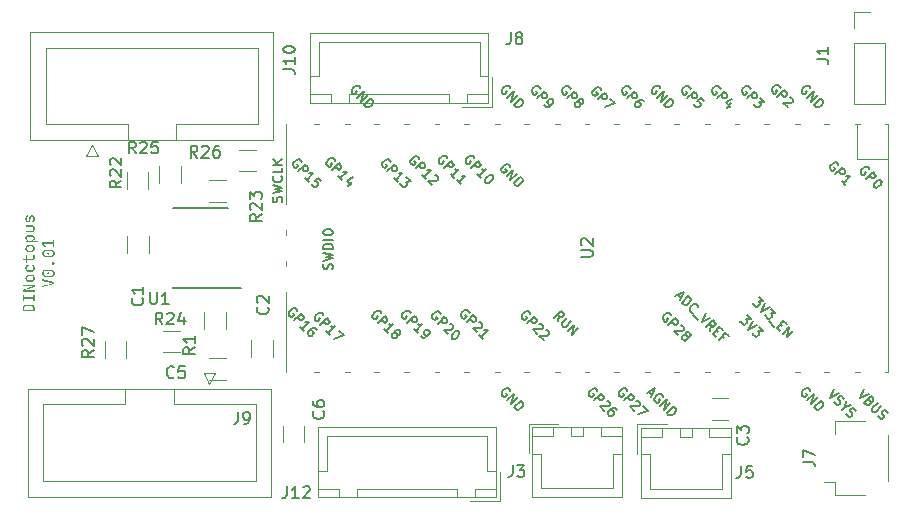
<source format=gbr>
%TF.GenerationSoftware,KiCad,Pcbnew,7.0.1-1.fc37*%
%TF.CreationDate,2023-03-22T21:56:34-05:00*%
%TF.ProjectId,main_board,6d61696e-5f62-46f6-9172-642e6b696361,rev?*%
%TF.SameCoordinates,Original*%
%TF.FileFunction,Legend,Top*%
%TF.FilePolarity,Positive*%
%FSLAX46Y46*%
G04 Gerber Fmt 4.6, Leading zero omitted, Abs format (unit mm)*
G04 Created by KiCad (PCBNEW 7.0.1-1.fc37) date 2023-03-22 21:56:34*
%MOMM*%
%LPD*%
G01*
G04 APERTURE LIST*
%ADD10C,0.150000*%
%ADD11C,0.120000*%
G04 APERTURE END LIST*
D10*
G36*
X25940008Y-46340337D02*
G01*
X25957010Y-46341433D01*
X25973597Y-46343248D01*
X25989759Y-46345771D01*
X26005486Y-46348993D01*
X26020768Y-46352903D01*
X26035596Y-46357492D01*
X26049960Y-46362749D01*
X26063852Y-46368665D01*
X26077260Y-46375230D01*
X26090175Y-46382434D01*
X26102589Y-46390266D01*
X26114490Y-46398717D01*
X26125870Y-46407777D01*
X26136719Y-46417436D01*
X26147028Y-46427683D01*
X26156786Y-46438510D01*
X26165984Y-46449905D01*
X26174613Y-46461860D01*
X26182663Y-46474363D01*
X26190124Y-46487405D01*
X26196987Y-46500977D01*
X26203241Y-46515067D01*
X26208879Y-46529666D01*
X26213889Y-46544765D01*
X26218262Y-46560352D01*
X26221988Y-46576419D01*
X26225059Y-46592955D01*
X26227464Y-46609950D01*
X26229194Y-46627395D01*
X26230239Y-46645279D01*
X26230590Y-46663592D01*
X26230590Y-46928107D01*
X25208677Y-46928107D01*
X25208677Y-46802077D01*
X25320541Y-46802077D01*
X26118726Y-46802077D01*
X26118726Y-46663592D01*
X26118514Y-46652173D01*
X26117879Y-46641046D01*
X26116825Y-46630217D01*
X26115358Y-46619688D01*
X26113480Y-46609466D01*
X26111196Y-46599555D01*
X26108510Y-46589959D01*
X26101949Y-46571731D01*
X26093828Y-46554819D01*
X26084180Y-46539261D01*
X26073038Y-46525093D01*
X26060434Y-46512352D01*
X26046401Y-46501075D01*
X26030971Y-46491298D01*
X26014177Y-46483059D01*
X25996052Y-46476395D01*
X25986501Y-46473664D01*
X25976628Y-46471341D01*
X25966439Y-46469430D01*
X25955938Y-46467936D01*
X25945128Y-46466863D01*
X25934014Y-46466216D01*
X25922599Y-46465999D01*
X25515202Y-46465999D01*
X25503942Y-46466216D01*
X25492972Y-46466863D01*
X25482295Y-46467936D01*
X25471916Y-46469430D01*
X25461840Y-46471341D01*
X25452071Y-46473664D01*
X25433472Y-46479528D01*
X25416156Y-46486984D01*
X25400158Y-46495997D01*
X25385514Y-46506528D01*
X25372259Y-46518542D01*
X25360430Y-46532001D01*
X25350062Y-46546869D01*
X25341190Y-46563108D01*
X25333852Y-46580683D01*
X25330769Y-46589959D01*
X25328082Y-46599555D01*
X25325796Y-46609466D01*
X25323916Y-46619688D01*
X25322446Y-46630217D01*
X25321390Y-46641046D01*
X25320754Y-46652173D01*
X25320541Y-46663592D01*
X25320541Y-46802077D01*
X25208677Y-46802077D01*
X25208677Y-46663592D01*
X25209029Y-46645279D01*
X25210075Y-46627395D01*
X25211807Y-46609950D01*
X25214215Y-46592955D01*
X25217288Y-46576419D01*
X25221016Y-46560352D01*
X25225390Y-46544765D01*
X25230400Y-46529666D01*
X25236035Y-46515067D01*
X25242285Y-46500977D01*
X25249140Y-46487405D01*
X25256591Y-46474363D01*
X25264627Y-46461860D01*
X25273239Y-46449905D01*
X25282415Y-46438510D01*
X25292147Y-46427683D01*
X25302425Y-46417436D01*
X25313237Y-46407777D01*
X25324575Y-46398717D01*
X25336428Y-46390266D01*
X25348786Y-46382434D01*
X25361639Y-46375230D01*
X25374978Y-46368665D01*
X25388791Y-46362749D01*
X25403070Y-46357492D01*
X25417804Y-46352903D01*
X25432983Y-46348993D01*
X25448596Y-46345771D01*
X25464635Y-46343248D01*
X25481089Y-46341433D01*
X25497948Y-46340337D01*
X25515202Y-46339970D01*
X25922599Y-46339970D01*
X25940008Y-46340337D01*
G37*
G36*
X26230590Y-46070814D02*
G01*
X26230590Y-45524687D01*
X26115795Y-45524687D01*
X26115795Y-45733271D01*
X25323472Y-45733271D01*
X25323472Y-45524687D01*
X25208677Y-45524687D01*
X25208677Y-46070814D01*
X25323472Y-46070814D01*
X25323472Y-45861986D01*
X26115795Y-45861986D01*
X26115795Y-46070814D01*
X26230590Y-46070814D01*
G37*
G36*
X26230590Y-45252601D02*
G01*
X26230590Y-45130723D01*
X25656619Y-45130723D01*
X25637169Y-45130804D01*
X25627238Y-45130903D01*
X25617192Y-45131038D01*
X25607047Y-45131209D01*
X25596820Y-45131412D01*
X25586526Y-45131648D01*
X25576183Y-45131914D01*
X25565806Y-45132209D01*
X25555413Y-45132530D01*
X25545019Y-45132877D01*
X25534641Y-45133248D01*
X25524295Y-45133641D01*
X25513999Y-45134054D01*
X25503767Y-45134487D01*
X25493617Y-45134937D01*
X25483565Y-45135402D01*
X25473628Y-45135882D01*
X25463821Y-45136374D01*
X25444666Y-45137390D01*
X25426232Y-45138436D01*
X25408649Y-45139500D01*
X25392049Y-45140569D01*
X25376563Y-45141631D01*
X25362323Y-45142671D01*
X25355712Y-45143180D01*
X26230590Y-44832503D01*
X26230590Y-44664464D01*
X25208677Y-44664464D01*
X25208677Y-44786341D01*
X25782648Y-44786341D01*
X25802141Y-44786244D01*
X25812091Y-44786125D01*
X25822155Y-44785963D01*
X25832317Y-44785759D01*
X25842560Y-44785515D01*
X25852869Y-44785234D01*
X25863225Y-44784918D01*
X25873614Y-44784568D01*
X25884019Y-44784187D01*
X25894423Y-44783777D01*
X25904811Y-44783340D01*
X25915165Y-44782878D01*
X25925469Y-44782394D01*
X25935707Y-44781888D01*
X25945863Y-44781365D01*
X25955921Y-44780824D01*
X25965863Y-44780270D01*
X25975673Y-44779703D01*
X25994835Y-44778541D01*
X26013274Y-44777355D01*
X26030860Y-44776162D01*
X26047461Y-44774979D01*
X26062948Y-44773823D01*
X26077188Y-44772710D01*
X26083800Y-44772175D01*
X25208677Y-45084562D01*
X25208677Y-45252601D01*
X26230590Y-45252601D01*
G37*
G36*
X25951845Y-43817284D02*
G01*
X25969373Y-43818306D01*
X25986412Y-43819998D01*
X26002958Y-43822350D01*
X26019003Y-43825355D01*
X26034543Y-43829002D01*
X26049570Y-43833282D01*
X26064081Y-43838186D01*
X26078068Y-43843706D01*
X26091525Y-43849831D01*
X26104448Y-43856553D01*
X26116829Y-43863863D01*
X26128664Y-43871751D01*
X26139946Y-43880208D01*
X26150669Y-43889225D01*
X26160828Y-43898793D01*
X26170416Y-43908903D01*
X26179429Y-43919545D01*
X26187859Y-43930710D01*
X26195701Y-43942390D01*
X26202950Y-43954575D01*
X26209599Y-43967255D01*
X26215643Y-43980422D01*
X26221075Y-43994067D01*
X26225891Y-44008180D01*
X26230083Y-44022752D01*
X26233646Y-44037774D01*
X26236575Y-44053237D01*
X26238863Y-44069132D01*
X26240504Y-44085449D01*
X26241494Y-44102179D01*
X26241825Y-44119314D01*
X26241494Y-44136427D01*
X26240504Y-44153139D01*
X26238863Y-44169439D01*
X26236575Y-44185320D01*
X26233646Y-44200772D01*
X26230083Y-44215785D01*
X26225891Y-44230350D01*
X26221075Y-44244458D01*
X26215643Y-44258099D01*
X26209599Y-44271264D01*
X26202950Y-44283945D01*
X26195701Y-44296130D01*
X26187859Y-44307812D01*
X26179429Y-44318981D01*
X26170416Y-44329628D01*
X26160828Y-44339743D01*
X26150669Y-44349317D01*
X26139946Y-44358341D01*
X26128664Y-44366805D01*
X26116829Y-44374700D01*
X26104448Y-44382017D01*
X26091525Y-44388747D01*
X26078068Y-44394880D01*
X26064081Y-44400407D01*
X26049570Y-44405318D01*
X26034543Y-44409605D01*
X26019003Y-44413258D01*
X26002958Y-44416267D01*
X25986412Y-44418624D01*
X25969373Y-44420319D01*
X25951845Y-44421343D01*
X25933834Y-44421686D01*
X25757491Y-44421686D01*
X25739352Y-44421347D01*
X25721711Y-44420335D01*
X25704575Y-44418659D01*
X25687947Y-44416327D01*
X25671834Y-44413348D01*
X25656239Y-44409731D01*
X25641168Y-44405483D01*
X25626627Y-44400613D01*
X25612619Y-44395130D01*
X25599151Y-44389042D01*
X25586227Y-44382358D01*
X25573852Y-44375087D01*
X25562032Y-44367236D01*
X25550771Y-44358814D01*
X25540075Y-44349830D01*
X25529948Y-44340292D01*
X25520396Y-44330210D01*
X25511424Y-44319590D01*
X25503036Y-44308442D01*
X25495238Y-44296774D01*
X25488034Y-44284595D01*
X25481431Y-44271914D01*
X25475433Y-44258738D01*
X25470044Y-44245076D01*
X25465270Y-44230937D01*
X25461117Y-44216329D01*
X25457589Y-44201261D01*
X25454691Y-44185741D01*
X25452428Y-44169778D01*
X25450805Y-44153380D01*
X25449828Y-44136556D01*
X25449501Y-44119314D01*
X25561364Y-44119314D01*
X25561549Y-44129425D01*
X25563020Y-44148891D01*
X25565953Y-44167317D01*
X25570339Y-44184667D01*
X25576166Y-44200903D01*
X25583425Y-44215988D01*
X25592105Y-44229886D01*
X25602198Y-44242560D01*
X25613692Y-44253973D01*
X25626578Y-44264088D01*
X25640846Y-44272869D01*
X25656485Y-44280278D01*
X25673486Y-44286278D01*
X25691839Y-44290834D01*
X25701519Y-44292558D01*
X25711534Y-44293907D01*
X25721881Y-44294876D01*
X25732560Y-44295461D01*
X25743569Y-44295657D01*
X25948001Y-44295657D01*
X25958988Y-44295461D01*
X25969646Y-44294876D01*
X25979974Y-44293907D01*
X25989970Y-44292558D01*
X26008962Y-44288739D01*
X26026612Y-44283456D01*
X26042910Y-44276747D01*
X26057845Y-44268648D01*
X26071407Y-44259195D01*
X26083586Y-44248427D01*
X26094370Y-44236379D01*
X26103751Y-44223088D01*
X26111716Y-44208592D01*
X26118257Y-44192926D01*
X26123362Y-44176129D01*
X26127021Y-44158237D01*
X26129225Y-44139286D01*
X26129777Y-44129425D01*
X26129961Y-44119314D01*
X26129777Y-44109202D01*
X26128306Y-44089730D01*
X26125373Y-44071294D01*
X26120990Y-44053931D01*
X26115165Y-44037678D01*
X26107911Y-44022573D01*
X26099237Y-44008653D01*
X26089153Y-43995957D01*
X26077670Y-43984521D01*
X26064799Y-43974383D01*
X26050549Y-43965581D01*
X26034931Y-43958153D01*
X26017956Y-43952135D01*
X25999633Y-43947566D01*
X25989970Y-43945836D01*
X25979974Y-43944483D01*
X25969646Y-43943510D01*
X25958988Y-43942923D01*
X25948001Y-43942726D01*
X25743569Y-43942726D01*
X25732560Y-43942923D01*
X25721881Y-43943510D01*
X25711534Y-43944483D01*
X25701519Y-43945836D01*
X25682494Y-43949667D01*
X25664816Y-43954965D01*
X25648495Y-43961693D01*
X25633540Y-43969813D01*
X25619962Y-43979287D01*
X25607770Y-43990079D01*
X25596976Y-44002150D01*
X25587588Y-44015462D01*
X25579617Y-44029979D01*
X25573072Y-44045663D01*
X25567965Y-44062476D01*
X25564305Y-44080380D01*
X25562101Y-44099339D01*
X25561549Y-44109202D01*
X25561364Y-44119314D01*
X25449501Y-44119314D01*
X25449828Y-44102050D01*
X25450805Y-44085207D01*
X25452428Y-44068793D01*
X25454691Y-44052816D01*
X25457589Y-44037285D01*
X25461117Y-44022208D01*
X25465270Y-44007593D01*
X25470044Y-43993449D01*
X25475433Y-43979783D01*
X25481431Y-43966606D01*
X25488034Y-43953924D01*
X25495238Y-43941746D01*
X25503036Y-43930081D01*
X25511424Y-43918936D01*
X25520396Y-43908321D01*
X25529948Y-43898243D01*
X25540075Y-43888712D01*
X25550771Y-43879735D01*
X25562032Y-43871320D01*
X25573852Y-43863477D01*
X25586227Y-43856212D01*
X25599151Y-43849536D01*
X25612619Y-43843456D01*
X25626627Y-43837980D01*
X25641168Y-43833118D01*
X25656239Y-43828876D01*
X25671834Y-43825264D01*
X25687947Y-43822290D01*
X25704575Y-43819962D01*
X25721711Y-43818290D01*
X25739352Y-43817280D01*
X25757491Y-43816941D01*
X25933834Y-43816941D01*
X25951845Y-43817284D01*
G37*
G36*
X26244756Y-43268860D02*
G01*
X26244457Y-43252368D01*
X26243566Y-43236238D01*
X26242091Y-43220479D01*
X26240039Y-43205100D01*
X26237417Y-43190111D01*
X26234233Y-43175523D01*
X26230494Y-43161343D01*
X26226208Y-43147582D01*
X26221383Y-43134250D01*
X26216026Y-43121355D01*
X26210144Y-43108907D01*
X26203746Y-43096917D01*
X26196838Y-43085392D01*
X26189427Y-43074344D01*
X26181523Y-43063781D01*
X26173131Y-43053713D01*
X26164260Y-43044149D01*
X26154918Y-43035100D01*
X26145110Y-43026573D01*
X26134846Y-43018580D01*
X26124133Y-43011130D01*
X26112978Y-43004232D01*
X26101388Y-42997895D01*
X26089371Y-42992129D01*
X26076936Y-42986944D01*
X26064088Y-42982350D01*
X26050836Y-42978355D01*
X26037187Y-42974969D01*
X26023149Y-42972202D01*
X26008730Y-42970063D01*
X25993936Y-42968562D01*
X25978775Y-42967709D01*
X25978775Y-43093738D01*
X25996643Y-43095493D01*
X26013507Y-43098628D01*
X26029345Y-43103111D01*
X26044137Y-43108908D01*
X26057863Y-43115986D01*
X26070502Y-43124311D01*
X26082035Y-43133850D01*
X26092440Y-43144571D01*
X26101697Y-43156439D01*
X26109786Y-43169422D01*
X26116687Y-43183486D01*
X26122378Y-43198598D01*
X26126841Y-43214725D01*
X26130054Y-43231833D01*
X26131996Y-43249889D01*
X26132648Y-43268860D01*
X26132456Y-43279117D01*
X26131882Y-43289137D01*
X26130928Y-43298915D01*
X26127894Y-43317721D01*
X26123375Y-43335489D01*
X26117394Y-43352171D01*
X26109973Y-43367720D01*
X26101134Y-43382090D01*
X26090899Y-43395234D01*
X26079291Y-43407105D01*
X26066331Y-43417655D01*
X26052042Y-43426839D01*
X26036447Y-43434609D01*
X26019566Y-43440918D01*
X26001423Y-43445720D01*
X25982040Y-43448967D01*
X25971890Y-43449993D01*
X25961438Y-43450613D01*
X25950687Y-43450821D01*
X25739173Y-43450821D01*
X25728555Y-43450613D01*
X25718228Y-43449993D01*
X25708195Y-43448967D01*
X25698459Y-43447541D01*
X25679888Y-43443510D01*
X25662542Y-43437949D01*
X25646443Y-43430903D01*
X25631616Y-43422421D01*
X25618086Y-43412548D01*
X25605877Y-43401331D01*
X25595014Y-43388818D01*
X25585519Y-43375056D01*
X25577419Y-43360090D01*
X25570737Y-43343969D01*
X25565497Y-43326738D01*
X25561725Y-43308445D01*
X25559443Y-43289137D01*
X25558869Y-43279117D01*
X25558677Y-43268860D01*
X25559330Y-43249889D01*
X25561273Y-43231833D01*
X25564486Y-43214725D01*
X25568951Y-43198598D01*
X25574646Y-43183486D01*
X25581552Y-43169422D01*
X25589649Y-43156439D01*
X25598916Y-43144571D01*
X25609334Y-43133850D01*
X25620883Y-43124311D01*
X25633542Y-43115986D01*
X25647292Y-43108908D01*
X25662112Y-43103111D01*
X25677982Y-43098628D01*
X25694883Y-43095493D01*
X25712795Y-43093738D01*
X25712795Y-42967709D01*
X25697612Y-42968562D01*
X25682797Y-42970063D01*
X25668358Y-42972202D01*
X25654302Y-42974969D01*
X25640636Y-42978355D01*
X25627369Y-42982350D01*
X25614506Y-42986944D01*
X25602057Y-42992129D01*
X25590028Y-42997895D01*
X25578427Y-43004232D01*
X25567262Y-43011130D01*
X25556539Y-43018580D01*
X25546266Y-43026573D01*
X25536451Y-43035100D01*
X25527102Y-43044149D01*
X25518225Y-43053713D01*
X25509828Y-43063781D01*
X25501919Y-43074344D01*
X25494504Y-43085392D01*
X25487593Y-43096917D01*
X25481191Y-43108907D01*
X25475307Y-43121355D01*
X25469948Y-43134250D01*
X25465121Y-43147582D01*
X25460834Y-43161343D01*
X25457095Y-43175523D01*
X25453910Y-43190111D01*
X25451287Y-43205100D01*
X25449235Y-43220479D01*
X25447759Y-43236238D01*
X25446869Y-43252368D01*
X25446570Y-43268860D01*
X25446893Y-43286118D01*
X25447857Y-43302990D01*
X25449456Y-43319463D01*
X25451682Y-43335529D01*
X25454529Y-43351176D01*
X25457990Y-43366394D01*
X25462057Y-43381172D01*
X25466724Y-43395500D01*
X25471984Y-43409367D01*
X25477829Y-43422763D01*
X25484254Y-43435677D01*
X25491251Y-43448098D01*
X25498812Y-43460016D01*
X25506932Y-43471421D01*
X25515604Y-43482302D01*
X25524819Y-43492648D01*
X25534572Y-43502448D01*
X25544856Y-43511693D01*
X25555662Y-43520372D01*
X25566986Y-43528473D01*
X25578819Y-43535987D01*
X25591155Y-43542903D01*
X25603987Y-43549211D01*
X25617307Y-43554899D01*
X25631110Y-43559958D01*
X25645387Y-43564376D01*
X25660133Y-43568144D01*
X25675339Y-43571250D01*
X25691000Y-43573684D01*
X25707108Y-43575436D01*
X25723657Y-43576495D01*
X25740638Y-43576850D01*
X25950687Y-43576850D01*
X25967669Y-43576495D01*
X25984217Y-43575436D01*
X26000326Y-43573684D01*
X26015986Y-43571250D01*
X26031193Y-43568144D01*
X26045939Y-43564376D01*
X26060216Y-43559958D01*
X26074018Y-43554899D01*
X26087339Y-43549211D01*
X26100171Y-43542903D01*
X26112506Y-43535987D01*
X26124340Y-43528473D01*
X26135663Y-43520372D01*
X26146470Y-43511693D01*
X26156753Y-43502448D01*
X26166506Y-43492648D01*
X26175722Y-43482302D01*
X26184393Y-43471421D01*
X26192513Y-43460016D01*
X26200075Y-43448098D01*
X26207072Y-43435677D01*
X26213496Y-43422763D01*
X26219342Y-43409367D01*
X26224602Y-43395500D01*
X26229269Y-43381172D01*
X26233336Y-43366394D01*
X26236796Y-43351176D01*
X26239643Y-43335529D01*
X26241869Y-43319463D01*
X26243468Y-43302990D01*
X26244433Y-43286118D01*
X26244756Y-43268860D01*
G37*
G36*
X26230590Y-42363696D02*
G01*
X26230590Y-42139726D01*
X26115795Y-42139726D01*
X26115795Y-42363696D01*
X26114888Y-42377451D01*
X26112221Y-42390224D01*
X26107877Y-42401933D01*
X26101936Y-42412498D01*
X26094483Y-42421838D01*
X26085598Y-42429872D01*
X26075364Y-42436519D01*
X26063863Y-42441697D01*
X26051177Y-42445327D01*
X26037388Y-42447328D01*
X26027624Y-42447716D01*
X25575530Y-42447716D01*
X25575530Y-42132887D01*
X25460736Y-42132887D01*
X25460736Y-42447716D01*
X25243604Y-42447716D01*
X25243604Y-42573745D01*
X25460736Y-42573745D01*
X25460736Y-42795029D01*
X25575530Y-42795029D01*
X25575530Y-42573745D01*
X26027624Y-42573745D01*
X26039058Y-42573504D01*
X26050229Y-42572787D01*
X26061131Y-42571599D01*
X26071758Y-42569949D01*
X26082101Y-42567842D01*
X26092156Y-42565286D01*
X26101915Y-42562288D01*
X26111372Y-42558854D01*
X26120520Y-42554991D01*
X26129353Y-42550707D01*
X26146047Y-42540901D01*
X26161400Y-42529491D01*
X26175360Y-42516531D01*
X26187875Y-42502078D01*
X26198892Y-42486185D01*
X26203822Y-42477716D01*
X26208358Y-42468908D01*
X26212493Y-42459768D01*
X26216221Y-42450303D01*
X26219535Y-42440519D01*
X26222428Y-42430424D01*
X26224895Y-42420024D01*
X26226927Y-42409327D01*
X26228520Y-42398338D01*
X26229665Y-42387066D01*
X26230357Y-42375516D01*
X26230590Y-42363696D01*
G37*
G36*
X25951845Y-41299629D02*
G01*
X25969373Y-41300650D01*
X25986412Y-41302342D01*
X26002958Y-41304695D01*
X26019003Y-41307699D01*
X26034543Y-41311346D01*
X26049570Y-41315627D01*
X26064081Y-41320531D01*
X26078068Y-41326051D01*
X26091525Y-41332176D01*
X26104448Y-41338898D01*
X26116829Y-41346208D01*
X26128664Y-41354096D01*
X26139946Y-41362553D01*
X26150669Y-41371570D01*
X26160828Y-41381138D01*
X26170416Y-41391247D01*
X26179429Y-41401890D01*
X26187859Y-41413055D01*
X26195701Y-41424735D01*
X26202950Y-41436919D01*
X26209599Y-41449600D01*
X26215643Y-41462767D01*
X26221075Y-41476412D01*
X26225891Y-41490525D01*
X26230083Y-41505097D01*
X26233646Y-41520119D01*
X26236575Y-41535582D01*
X26238863Y-41551476D01*
X26240504Y-41567793D01*
X26241494Y-41584524D01*
X26241825Y-41601659D01*
X26241494Y-41618772D01*
X26240504Y-41635483D01*
X26238863Y-41651784D01*
X26236575Y-41667665D01*
X26233646Y-41683117D01*
X26230083Y-41698130D01*
X26225891Y-41712695D01*
X26221075Y-41726802D01*
X26215643Y-41740444D01*
X26209599Y-41753609D01*
X26202950Y-41766289D01*
X26195701Y-41778475D01*
X26187859Y-41790157D01*
X26179429Y-41801326D01*
X26170416Y-41811973D01*
X26160828Y-41822088D01*
X26150669Y-41831662D01*
X26139946Y-41840685D01*
X26128664Y-41849150D01*
X26116829Y-41857045D01*
X26104448Y-41864362D01*
X26091525Y-41871092D01*
X26078068Y-41877225D01*
X26064081Y-41882751D01*
X26049570Y-41887663D01*
X26034543Y-41891950D01*
X26019003Y-41895603D01*
X26002958Y-41898612D01*
X25986412Y-41900969D01*
X25969373Y-41902664D01*
X25951845Y-41903688D01*
X25933834Y-41904031D01*
X25757491Y-41904031D01*
X25739352Y-41903692D01*
X25721711Y-41902680D01*
X25704575Y-41901004D01*
X25687947Y-41898672D01*
X25671834Y-41895693D01*
X25656239Y-41892075D01*
X25641168Y-41887827D01*
X25626627Y-41882958D01*
X25612619Y-41877475D01*
X25599151Y-41871387D01*
X25586227Y-41864703D01*
X25573852Y-41857431D01*
X25562032Y-41849580D01*
X25550771Y-41841159D01*
X25540075Y-41832175D01*
X25529948Y-41822637D01*
X25520396Y-41812554D01*
X25511424Y-41801935D01*
X25503036Y-41790787D01*
X25495238Y-41779119D01*
X25488034Y-41766940D01*
X25481431Y-41754258D01*
X25475433Y-41741082D01*
X25470044Y-41727421D01*
X25465270Y-41713282D01*
X25461117Y-41698674D01*
X25457589Y-41683606D01*
X25454691Y-41668086D01*
X25452428Y-41652123D01*
X25450805Y-41635725D01*
X25449828Y-41618901D01*
X25449501Y-41601659D01*
X25561364Y-41601659D01*
X25561549Y-41611770D01*
X25563020Y-41631236D01*
X25565953Y-41649662D01*
X25570339Y-41667012D01*
X25576166Y-41683247D01*
X25583425Y-41698333D01*
X25592105Y-41712231D01*
X25602198Y-41724905D01*
X25613692Y-41736318D01*
X25626578Y-41746433D01*
X25640846Y-41755214D01*
X25656485Y-41762623D01*
X25673486Y-41768623D01*
X25691839Y-41773178D01*
X25701519Y-41774903D01*
X25711534Y-41776252D01*
X25721881Y-41777221D01*
X25732560Y-41777806D01*
X25743569Y-41778002D01*
X25948001Y-41778002D01*
X25958988Y-41777806D01*
X25969646Y-41777221D01*
X25979974Y-41776252D01*
X25989970Y-41774903D01*
X26008962Y-41771084D01*
X26026612Y-41765801D01*
X26042910Y-41759092D01*
X26057845Y-41750992D01*
X26071407Y-41741540D01*
X26083586Y-41730771D01*
X26094370Y-41718723D01*
X26103751Y-41705433D01*
X26111716Y-41690936D01*
X26118257Y-41675271D01*
X26123362Y-41658474D01*
X26127021Y-41640581D01*
X26129225Y-41621631D01*
X26129777Y-41611770D01*
X26129961Y-41601659D01*
X26129777Y-41591546D01*
X26128306Y-41572075D01*
X26125373Y-41553639D01*
X26120990Y-41536275D01*
X26115165Y-41520022D01*
X26107911Y-41504917D01*
X26099237Y-41490998D01*
X26089153Y-41478301D01*
X26077670Y-41466866D01*
X26064799Y-41456728D01*
X26050549Y-41447926D01*
X26034931Y-41440497D01*
X26017956Y-41434480D01*
X25999633Y-41429910D01*
X25989970Y-41428181D01*
X25979974Y-41426827D01*
X25969646Y-41425855D01*
X25958988Y-41425268D01*
X25948001Y-41425071D01*
X25743569Y-41425071D01*
X25732560Y-41425268D01*
X25721881Y-41425855D01*
X25711534Y-41426827D01*
X25701519Y-41428181D01*
X25682494Y-41432012D01*
X25664816Y-41437310D01*
X25648495Y-41444038D01*
X25633540Y-41452158D01*
X25619962Y-41461632D01*
X25607770Y-41472424D01*
X25596976Y-41484494D01*
X25587588Y-41497807D01*
X25579617Y-41512324D01*
X25573072Y-41528008D01*
X25567965Y-41544821D01*
X25564305Y-41562725D01*
X25562101Y-41581684D01*
X25561549Y-41591546D01*
X25561364Y-41601659D01*
X25449501Y-41601659D01*
X25449828Y-41584395D01*
X25450805Y-41567552D01*
X25452428Y-41551138D01*
X25454691Y-41535161D01*
X25457589Y-41519630D01*
X25461117Y-41504552D01*
X25465270Y-41489938D01*
X25470044Y-41475793D01*
X25475433Y-41462128D01*
X25481431Y-41448950D01*
X25488034Y-41436268D01*
X25495238Y-41424091D01*
X25503036Y-41412425D01*
X25511424Y-41401281D01*
X25520396Y-41390666D01*
X25529948Y-41380588D01*
X25540075Y-41371057D01*
X25550771Y-41362079D01*
X25562032Y-41353665D01*
X25573852Y-41345821D01*
X25586227Y-41338557D01*
X25599151Y-41331881D01*
X25612619Y-41325801D01*
X25626627Y-41320325D01*
X25641168Y-41315462D01*
X25656239Y-41311221D01*
X25671834Y-41307609D01*
X25687947Y-41304635D01*
X25704575Y-41302307D01*
X25721711Y-41300634D01*
X25739352Y-41299624D01*
X25757491Y-41299286D01*
X25933834Y-41299286D01*
X25951845Y-41299629D01*
G37*
G36*
X25974238Y-40464505D02*
G01*
X25990295Y-40465357D01*
X26005936Y-40466769D01*
X26021152Y-40468731D01*
X26035937Y-40471238D01*
X26050282Y-40474282D01*
X26064180Y-40477855D01*
X26077625Y-40481950D01*
X26090608Y-40486560D01*
X26103122Y-40491676D01*
X26115159Y-40497292D01*
X26126713Y-40503401D01*
X26137775Y-40509994D01*
X26148339Y-40517064D01*
X26158397Y-40524605D01*
X26167941Y-40532608D01*
X26176965Y-40541066D01*
X26185460Y-40549971D01*
X26193419Y-40559317D01*
X26200835Y-40569096D01*
X26207700Y-40579300D01*
X26214008Y-40589922D01*
X26219749Y-40600955D01*
X26224918Y-40612391D01*
X26229507Y-40624223D01*
X26233508Y-40636442D01*
X26236914Y-40649043D01*
X26239717Y-40662017D01*
X26241910Y-40675357D01*
X26243486Y-40689056D01*
X26244437Y-40703106D01*
X26244756Y-40717499D01*
X26244576Y-40728158D01*
X26244040Y-40738606D01*
X26243152Y-40748839D01*
X26241917Y-40758849D01*
X26238420Y-40778183D01*
X26233585Y-40796562D01*
X26227447Y-40813940D01*
X26220039Y-40830272D01*
X26211397Y-40845514D01*
X26201555Y-40859618D01*
X26190549Y-40872541D01*
X26178412Y-40884236D01*
X26165179Y-40894658D01*
X26150886Y-40903761D01*
X26135567Y-40911501D01*
X26119256Y-40917831D01*
X26101989Y-40922707D01*
X26083800Y-40926083D01*
X26083800Y-40930479D01*
X26258677Y-40927548D01*
X26482648Y-40927548D01*
X26482648Y-41053578D01*
X25460736Y-41053578D01*
X25460736Y-40927548D01*
X25607770Y-40927548D01*
X25607770Y-40926083D01*
X25589337Y-40922723D01*
X25571882Y-40917892D01*
X25555436Y-40911627D01*
X25540027Y-40903967D01*
X25525684Y-40894953D01*
X25512437Y-40884622D01*
X25500313Y-40873014D01*
X25489343Y-40860168D01*
X25479555Y-40846122D01*
X25470978Y-40830916D01*
X25463640Y-40814589D01*
X25457572Y-40797180D01*
X25452802Y-40778727D01*
X25450913Y-40769122D01*
X25449397Y-40759509D01*
X25555747Y-40759509D01*
X25556546Y-40778503D01*
X25558923Y-40796532D01*
X25562847Y-40813563D01*
X25568287Y-40829557D01*
X25575213Y-40844480D01*
X25583593Y-40858294D01*
X25593397Y-40870965D01*
X25604595Y-40882455D01*
X25617155Y-40892729D01*
X25631047Y-40901750D01*
X25646239Y-40909482D01*
X25662702Y-40915889D01*
X25680404Y-40920936D01*
X25699315Y-40924585D01*
X25709213Y-40925875D01*
X25719403Y-40926802D01*
X25729879Y-40927361D01*
X25740638Y-40927548D01*
X25950687Y-40927548D01*
X25961446Y-40927361D01*
X25971923Y-40926802D01*
X25982112Y-40925875D01*
X25992011Y-40924585D01*
X26010922Y-40920936D01*
X26028624Y-40915889D01*
X26045086Y-40909482D01*
X26060279Y-40901750D01*
X26074170Y-40892729D01*
X26086730Y-40882455D01*
X26097928Y-40870965D01*
X26107732Y-40858294D01*
X26116113Y-40844480D01*
X26123039Y-40829557D01*
X26128479Y-40813563D01*
X26132403Y-40796532D01*
X26134780Y-40778503D01*
X26135579Y-40759509D01*
X26135427Y-40749676D01*
X26134195Y-40730784D01*
X26131701Y-40712948D01*
X26127911Y-40696199D01*
X26122792Y-40680563D01*
X26116311Y-40666072D01*
X26108436Y-40652753D01*
X26099133Y-40640636D01*
X26088369Y-40629749D01*
X26076113Y-40620122D01*
X26062330Y-40611783D01*
X26046988Y-40604762D01*
X26030053Y-40599088D01*
X26011494Y-40594789D01*
X26001595Y-40593164D01*
X25991277Y-40591894D01*
X25980536Y-40590983D01*
X25969369Y-40590433D01*
X25957770Y-40590249D01*
X25733555Y-40590249D01*
X25721978Y-40590433D01*
X25710830Y-40590983D01*
X25700105Y-40591894D01*
X25689801Y-40593164D01*
X25679913Y-40594789D01*
X25661370Y-40599088D01*
X25644444Y-40604762D01*
X25629104Y-40611783D01*
X25615318Y-40620122D01*
X25603053Y-40629749D01*
X25592278Y-40640636D01*
X25582962Y-40652753D01*
X25575071Y-40666072D01*
X25568576Y-40680563D01*
X25563442Y-40696199D01*
X25559640Y-40712948D01*
X25557136Y-40730784D01*
X25555900Y-40749676D01*
X25555747Y-40759509D01*
X25449397Y-40759509D01*
X25449359Y-40759270D01*
X25448144Y-40749177D01*
X25447272Y-40738848D01*
X25446746Y-40728287D01*
X25446570Y-40717499D01*
X25446889Y-40703235D01*
X25447839Y-40689297D01*
X25449414Y-40675696D01*
X25451606Y-40662438D01*
X25454407Y-40649532D01*
X25457809Y-40636987D01*
X25461806Y-40624810D01*
X25466388Y-40613009D01*
X25471549Y-40601594D01*
X25477281Y-40590572D01*
X25483576Y-40579951D01*
X25490426Y-40569740D01*
X25497825Y-40559947D01*
X25505764Y-40550580D01*
X25514235Y-40541647D01*
X25523232Y-40533157D01*
X25532746Y-40525118D01*
X25542769Y-40517537D01*
X25553295Y-40510424D01*
X25564315Y-40503787D01*
X25575821Y-40497633D01*
X25587807Y-40491971D01*
X25600264Y-40486809D01*
X25613186Y-40482156D01*
X25626563Y-40478019D01*
X25640389Y-40474408D01*
X25654655Y-40471329D01*
X25669355Y-40468791D01*
X25684481Y-40466804D01*
X25700024Y-40465374D01*
X25715978Y-40464509D01*
X25732334Y-40464220D01*
X25957770Y-40464220D01*
X25974238Y-40464505D01*
G37*
G36*
X26244756Y-39924687D02*
G01*
X26244424Y-39908174D01*
X26243436Y-39892026D01*
X26241799Y-39876254D01*
X26239523Y-39860868D01*
X26236615Y-39845878D01*
X26233085Y-39831296D01*
X26228940Y-39817131D01*
X26224190Y-39803394D01*
X26218842Y-39790095D01*
X26212906Y-39777245D01*
X26206390Y-39764854D01*
X26199302Y-39752932D01*
X26191651Y-39741491D01*
X26183446Y-39730540D01*
X26174695Y-39720089D01*
X26165407Y-39710150D01*
X26155590Y-39700733D01*
X26145253Y-39691847D01*
X26134404Y-39683504D01*
X26123052Y-39675714D01*
X26111205Y-39668488D01*
X26098872Y-39661835D01*
X26086061Y-39655766D01*
X26072782Y-39650292D01*
X26059042Y-39645423D01*
X26044850Y-39641169D01*
X26030215Y-39637541D01*
X26015145Y-39634549D01*
X25999649Y-39632204D01*
X25983734Y-39630516D01*
X25967411Y-39629496D01*
X25950687Y-39629153D01*
X25460736Y-39629153D01*
X25460736Y-39755183D01*
X25950687Y-39755183D01*
X25961077Y-39755374D01*
X25971222Y-39755946D01*
X25981117Y-39756892D01*
X26000134Y-39759889D01*
X26018083Y-39764325D01*
X26034919Y-39770160D01*
X26050599Y-39777352D01*
X26065076Y-39785862D01*
X26078307Y-39795649D01*
X26090246Y-39806672D01*
X26100849Y-39818892D01*
X26110072Y-39832268D01*
X26117868Y-39846759D01*
X26124195Y-39862325D01*
X26129006Y-39878925D01*
X26132258Y-39896520D01*
X26133906Y-39915068D01*
X26134114Y-39924687D01*
X26133285Y-39943382D01*
X26130830Y-39961157D01*
X26126793Y-39977971D01*
X26121218Y-39993785D01*
X26114151Y-40008560D01*
X26105636Y-40022257D01*
X26095718Y-40034837D01*
X26084441Y-40046259D01*
X26071850Y-40056485D01*
X26057990Y-40065475D01*
X26042906Y-40073190D01*
X26026643Y-40079591D01*
X26009244Y-40084637D01*
X25990756Y-40088291D01*
X25971222Y-40090512D01*
X25961077Y-40091073D01*
X25950687Y-40091261D01*
X25460736Y-40091261D01*
X25460736Y-40217290D01*
X25950687Y-40217290D01*
X25967411Y-40216955D01*
X25983734Y-40215957D01*
X25999649Y-40214306D01*
X26015145Y-40212010D01*
X26030215Y-40209080D01*
X26044850Y-40205524D01*
X26059042Y-40201353D01*
X26072782Y-40196575D01*
X26086061Y-40191201D01*
X26098872Y-40185239D01*
X26111205Y-40178700D01*
X26123052Y-40171592D01*
X26134404Y-40163925D01*
X26145253Y-40155709D01*
X26155590Y-40146953D01*
X26165407Y-40137667D01*
X26174695Y-40127860D01*
X26183446Y-40117541D01*
X26191651Y-40106720D01*
X26199302Y-40095407D01*
X26206390Y-40083611D01*
X26212906Y-40071341D01*
X26218842Y-40058608D01*
X26224190Y-40045419D01*
X26228940Y-40031786D01*
X26233085Y-40017717D01*
X26236615Y-40003222D01*
X26239523Y-39988310D01*
X26241799Y-39972992D01*
X26243436Y-39957275D01*
X26244424Y-39941171D01*
X26244756Y-39924687D01*
G37*
G36*
X26241825Y-39114778D02*
G01*
X26241825Y-39053229D01*
X26241583Y-39037303D01*
X26240862Y-39021816D01*
X26239665Y-39006771D01*
X26237996Y-38992173D01*
X26235858Y-38978027D01*
X26233256Y-38964336D01*
X26230194Y-38951105D01*
X26226674Y-38938339D01*
X26222702Y-38926042D01*
X26218280Y-38914219D01*
X26213413Y-38902873D01*
X26208105Y-38892010D01*
X26202359Y-38881633D01*
X26196180Y-38871748D01*
X26189570Y-38862358D01*
X26182535Y-38853469D01*
X26175077Y-38845083D01*
X26167201Y-38837207D01*
X26158911Y-38829844D01*
X26150210Y-38822999D01*
X26141102Y-38816676D01*
X26131591Y-38810879D01*
X26121681Y-38805614D01*
X26111376Y-38800884D01*
X26100680Y-38796694D01*
X26089595Y-38793048D01*
X26078128Y-38789951D01*
X26066280Y-38787407D01*
X26054056Y-38785421D01*
X26041460Y-38783997D01*
X26028496Y-38783139D01*
X26015167Y-38782852D01*
X26002720Y-38783045D01*
X25990610Y-38783624D01*
X25978838Y-38784589D01*
X25967405Y-38785940D01*
X25956310Y-38787675D01*
X25945555Y-38789796D01*
X25935138Y-38792301D01*
X25925061Y-38795190D01*
X25915323Y-38798463D01*
X25905925Y-38802120D01*
X25896867Y-38806160D01*
X25888149Y-38810582D01*
X25871735Y-38820576D01*
X25856684Y-38832097D01*
X25842999Y-38845144D01*
X25830680Y-38859714D01*
X25819731Y-38875805D01*
X25814770Y-38884420D01*
X25810152Y-38893414D01*
X25805877Y-38902787D01*
X25801946Y-38912538D01*
X25798358Y-38922668D01*
X25795114Y-38933175D01*
X25792213Y-38944060D01*
X25789657Y-38955323D01*
X25787446Y-38966963D01*
X25785579Y-38978979D01*
X25757491Y-39177792D01*
X25754839Y-39190911D01*
X25750883Y-39202784D01*
X25745643Y-39213401D01*
X25739141Y-39222752D01*
X25731400Y-39230829D01*
X25722441Y-39237620D01*
X25712286Y-39243117D01*
X25700957Y-39247310D01*
X25688474Y-39250189D01*
X25674861Y-39251745D01*
X25665167Y-39252042D01*
X25652829Y-39251453D01*
X25641111Y-39249701D01*
X25630037Y-39246805D01*
X25619631Y-39242788D01*
X25609918Y-39237670D01*
X25600922Y-39231473D01*
X25592667Y-39224218D01*
X25585178Y-39215925D01*
X25578479Y-39206616D01*
X25572594Y-39196312D01*
X25567547Y-39185035D01*
X25563364Y-39172805D01*
X25560068Y-39159643D01*
X25557683Y-39145570D01*
X25556235Y-39130608D01*
X25555747Y-39114778D01*
X25555747Y-39053229D01*
X25556218Y-39039077D01*
X25557603Y-39025583D01*
X25559862Y-39012775D01*
X25562952Y-39000682D01*
X25566832Y-38989332D01*
X25571460Y-38978752D01*
X25576796Y-38968972D01*
X25582796Y-38960019D01*
X25589421Y-38951923D01*
X25596629Y-38944710D01*
X25604377Y-38938410D01*
X25612625Y-38933050D01*
X25625842Y-38926835D01*
X25639949Y-38922897D01*
X25649780Y-38921582D01*
X25649780Y-38794087D01*
X25638719Y-38795028D01*
X25627889Y-38796517D01*
X25617298Y-38798545D01*
X25606954Y-38801105D01*
X25596864Y-38804186D01*
X25587037Y-38807781D01*
X25577481Y-38811881D01*
X25568203Y-38816477D01*
X25559211Y-38821561D01*
X25550513Y-38827124D01*
X25542118Y-38833157D01*
X25534032Y-38839652D01*
X25526264Y-38846600D01*
X25518821Y-38853993D01*
X25511712Y-38861821D01*
X25504944Y-38870077D01*
X25498525Y-38878751D01*
X25492464Y-38887836D01*
X25486767Y-38897321D01*
X25481443Y-38907200D01*
X25476500Y-38917462D01*
X25471945Y-38928100D01*
X25467787Y-38939104D01*
X25464033Y-38950467D01*
X25460692Y-38962180D01*
X25457770Y-38974233D01*
X25455276Y-38986619D01*
X25453218Y-38999328D01*
X25451604Y-39012352D01*
X25450441Y-39025683D01*
X25449737Y-39039311D01*
X25449501Y-39053229D01*
X25449501Y-39114778D01*
X25449738Y-39129815D01*
X25450444Y-39144468D01*
X25451616Y-39158731D01*
X25453248Y-39172598D01*
X25455335Y-39186063D01*
X25457871Y-39199119D01*
X25460853Y-39211760D01*
X25464274Y-39223981D01*
X25468130Y-39235775D01*
X25472415Y-39247136D01*
X25477125Y-39258058D01*
X25482255Y-39268535D01*
X25487799Y-39278560D01*
X25493752Y-39288128D01*
X25500110Y-39297233D01*
X25506867Y-39305867D01*
X25514019Y-39314026D01*
X25521560Y-39321703D01*
X25529484Y-39328892D01*
X25537788Y-39335586D01*
X25546467Y-39341780D01*
X25555514Y-39347468D01*
X25564925Y-39352643D01*
X25574694Y-39357300D01*
X25584818Y-39361431D01*
X25595291Y-39365032D01*
X25606107Y-39368095D01*
X25617262Y-39370615D01*
X25628750Y-39372586D01*
X25640568Y-39374001D01*
X25652708Y-39374855D01*
X25665167Y-39375141D01*
X25676054Y-39374965D01*
X25686685Y-39374440D01*
X25697056Y-39373569D01*
X25707166Y-39372354D01*
X25717010Y-39370798D01*
X25735894Y-39366674D01*
X25753685Y-39361219D01*
X25770359Y-39354457D01*
X25785895Y-39346408D01*
X25800268Y-39337094D01*
X25813456Y-39326539D01*
X25825436Y-39314765D01*
X25836186Y-39301793D01*
X25845682Y-39287645D01*
X25853901Y-39272345D01*
X25860821Y-39255913D01*
X25866418Y-39238373D01*
X25870671Y-39219746D01*
X25872285Y-39210033D01*
X25903060Y-38997053D01*
X25904990Y-38985889D01*
X25907576Y-38975477D01*
X25910824Y-38965812D01*
X25916945Y-38952706D01*
X25924578Y-38941257D01*
X25933737Y-38931449D01*
X25944437Y-38923270D01*
X25956692Y-38916703D01*
X25970517Y-38911736D01*
X25980612Y-38909305D01*
X25991417Y-38907574D01*
X26002933Y-38906539D01*
X26015167Y-38906194D01*
X26028723Y-38906815D01*
X26041533Y-38908665D01*
X26053581Y-38911726D01*
X26064848Y-38915979D01*
X26075316Y-38921406D01*
X26084968Y-38927987D01*
X26093786Y-38935705D01*
X26101751Y-38944541D01*
X26108847Y-38954475D01*
X26115054Y-38965490D01*
X26120355Y-38977567D01*
X26124733Y-38990687D01*
X26128169Y-39004832D01*
X26130646Y-39019983D01*
X26132144Y-39036121D01*
X26132648Y-39053229D01*
X26132648Y-39114778D01*
X26132159Y-39131369D01*
X26130704Y-39147056D01*
X26128301Y-39161816D01*
X26124970Y-39175625D01*
X26120728Y-39188461D01*
X26115595Y-39200301D01*
X26109589Y-39211122D01*
X26102728Y-39220901D01*
X26095032Y-39229616D01*
X26086519Y-39237243D01*
X26077207Y-39243759D01*
X26067115Y-39249142D01*
X26056261Y-39253368D01*
X26044665Y-39256416D01*
X26032345Y-39258261D01*
X26019319Y-39258881D01*
X26019319Y-39384910D01*
X26032529Y-39384624D01*
X26045365Y-39383768D01*
X26057824Y-39382348D01*
X26069903Y-39380366D01*
X26081600Y-39377827D01*
X26092911Y-39374737D01*
X26103833Y-39371098D01*
X26114364Y-39366917D01*
X26124500Y-39362196D01*
X26134239Y-39356940D01*
X26143577Y-39351153D01*
X26152511Y-39344841D01*
X26161039Y-39338006D01*
X26169157Y-39330655D01*
X26176863Y-39322790D01*
X26184153Y-39314416D01*
X26191024Y-39305538D01*
X26197474Y-39296159D01*
X26203499Y-39286285D01*
X26209097Y-39275919D01*
X26214264Y-39265067D01*
X26218997Y-39253731D01*
X26223294Y-39241917D01*
X26227151Y-39229629D01*
X26230566Y-39216871D01*
X26233535Y-39203648D01*
X26236055Y-39189964D01*
X26238124Y-39175823D01*
X26239739Y-39161229D01*
X26240896Y-39146188D01*
X26241592Y-39130703D01*
X26241825Y-39114778D01*
G37*
G36*
X27910590Y-44625629D02*
G01*
X27910590Y-44453438D01*
X26888677Y-44188923D01*
X26888677Y-44319104D01*
X27583060Y-44487144D01*
X27601116Y-44491535D01*
X27618971Y-44495817D01*
X27636563Y-44499977D01*
X27653829Y-44504004D01*
X27670706Y-44507885D01*
X27687130Y-44511607D01*
X27703039Y-44515159D01*
X27718370Y-44518529D01*
X27733060Y-44521704D01*
X27747046Y-44524672D01*
X27760265Y-44527421D01*
X27772653Y-44529939D01*
X27784149Y-44532214D01*
X27794689Y-44534234D01*
X27808568Y-44536757D01*
X27812648Y-44537458D01*
X27799611Y-44539699D01*
X27789623Y-44541467D01*
X27778669Y-44543450D01*
X27766808Y-44545645D01*
X27754099Y-44548049D01*
X27740602Y-44550659D01*
X27726378Y-44553471D01*
X27711485Y-44556482D01*
X27695985Y-44559688D01*
X27679935Y-44563088D01*
X27663397Y-44566677D01*
X27646429Y-44570452D01*
X27629092Y-44574410D01*
X27611445Y-44578548D01*
X27593549Y-44582862D01*
X27584525Y-44585085D01*
X26888677Y-44759963D01*
X26888677Y-44888923D01*
X27910590Y-44625629D01*
G37*
G36*
X27404925Y-43616073D02*
G01*
X27418081Y-43618073D01*
X27429996Y-43621703D01*
X27440636Y-43626882D01*
X27449966Y-43633529D01*
X27457954Y-43641563D01*
X27464566Y-43650902D01*
X27469767Y-43661467D01*
X27473524Y-43673177D01*
X27475803Y-43685949D01*
X27476570Y-43699705D01*
X27476228Y-43708940D01*
X27474449Y-43722008D01*
X27471181Y-43734059D01*
X27466458Y-43745009D01*
X27460313Y-43754773D01*
X27452780Y-43763267D01*
X27443893Y-43770406D01*
X27433686Y-43776106D01*
X27422192Y-43780282D01*
X27409446Y-43782850D01*
X27395481Y-43783724D01*
X27386309Y-43783333D01*
X27373547Y-43781321D01*
X27362005Y-43777672D01*
X27351712Y-43772470D01*
X27342698Y-43765802D01*
X27334991Y-43757750D01*
X27328620Y-43748400D01*
X27323614Y-43737835D01*
X27320003Y-43726142D01*
X27317815Y-43713403D01*
X27317079Y-43699705D01*
X27317407Y-43690429D01*
X27319114Y-43677320D01*
X27322254Y-43665247D01*
X27326798Y-43654292D01*
X27332717Y-43644535D01*
X27339982Y-43636057D01*
X27348564Y-43628939D01*
X27358434Y-43623262D01*
X27369562Y-43619106D01*
X27381921Y-43616554D01*
X27395481Y-43615685D01*
X27404925Y-43616073D01*
G37*
G36*
X27640499Y-43392066D02*
G01*
X27657013Y-43393112D01*
X27673136Y-43394845D01*
X27688857Y-43397255D01*
X27704167Y-43400330D01*
X27719056Y-43404063D01*
X27733512Y-43408443D01*
X27747527Y-43413460D01*
X27761089Y-43419104D01*
X27774189Y-43425366D01*
X27786816Y-43432237D01*
X27798961Y-43439705D01*
X27810612Y-43447762D01*
X27821761Y-43456398D01*
X27832396Y-43465603D01*
X27842507Y-43475368D01*
X27852084Y-43485681D01*
X27861118Y-43496535D01*
X27869597Y-43507919D01*
X27877512Y-43519823D01*
X27884852Y-43532237D01*
X27891607Y-43545152D01*
X27897768Y-43558559D01*
X27903323Y-43572446D01*
X27908263Y-43586806D01*
X27912578Y-43601627D01*
X27916256Y-43616900D01*
X27919289Y-43632615D01*
X27921665Y-43648763D01*
X27923375Y-43665334D01*
X27924409Y-43682318D01*
X27924756Y-43699705D01*
X27924412Y-43717221D01*
X27923389Y-43734317D01*
X27921694Y-43750985D01*
X27919339Y-43767215D01*
X27916332Y-43782999D01*
X27912682Y-43798327D01*
X27908400Y-43813191D01*
X27903495Y-43827581D01*
X27897976Y-43841489D01*
X27891853Y-43854906D01*
X27885136Y-43867823D01*
X27877834Y-43880231D01*
X27869956Y-43892120D01*
X27861512Y-43903483D01*
X27852512Y-43914309D01*
X27842965Y-43924591D01*
X27832880Y-43934319D01*
X27822268Y-43943484D01*
X27811137Y-43952078D01*
X27799498Y-43960090D01*
X27787359Y-43967514D01*
X27774730Y-43974338D01*
X27761622Y-43980555D01*
X27748042Y-43986156D01*
X27734001Y-43991131D01*
X27719509Y-43995472D01*
X27704575Y-43999169D01*
X27689208Y-44002215D01*
X27673418Y-44004599D01*
X27657214Y-44006313D01*
X27640606Y-44007348D01*
X27623604Y-44007695D01*
X27175663Y-44007695D01*
X27158661Y-44007348D01*
X27142056Y-44006313D01*
X27125855Y-44004599D01*
X27110070Y-44002215D01*
X27094708Y-43999169D01*
X27079780Y-43995472D01*
X27065295Y-43991131D01*
X27051263Y-43986156D01*
X27037692Y-43980555D01*
X27024593Y-43974338D01*
X27011975Y-43967514D01*
X26999847Y-43960090D01*
X26988218Y-43952078D01*
X26977098Y-43943484D01*
X26966497Y-43934319D01*
X26956424Y-43924591D01*
X26946889Y-43914309D01*
X26937900Y-43903483D01*
X26929467Y-43892120D01*
X26921600Y-43880231D01*
X26914308Y-43867823D01*
X26907601Y-43854906D01*
X26901488Y-43841489D01*
X26895978Y-43827581D01*
X26891081Y-43813191D01*
X26886806Y-43798327D01*
X26883164Y-43782999D01*
X26880162Y-43767215D01*
X26877811Y-43750985D01*
X26876120Y-43734317D01*
X26875098Y-43717221D01*
X26874756Y-43699705D01*
X26982467Y-43699705D01*
X26982699Y-43710080D01*
X26983391Y-43720229D01*
X26984534Y-43730144D01*
X26988139Y-43749246D01*
X26993446Y-43767332D01*
X27000387Y-43784348D01*
X27008894Y-43800242D01*
X27018899Y-43814959D01*
X27030334Y-43828445D01*
X27043131Y-43840647D01*
X27057222Y-43851512D01*
X27072539Y-43860985D01*
X27089015Y-43869013D01*
X27106580Y-43875542D01*
X27125168Y-43880519D01*
X27134824Y-43882409D01*
X27144710Y-43883890D01*
X27154817Y-43884957D01*
X27165138Y-43885601D01*
X27175663Y-43885818D01*
X27623604Y-43885818D01*
X27634151Y-43885601D01*
X27644490Y-43884957D01*
X27654614Y-43883890D01*
X27664513Y-43882409D01*
X27683607Y-43878228D01*
X27701705Y-43872468D01*
X27718739Y-43865183D01*
X27734643Y-43856426D01*
X27749349Y-43846250D01*
X27762792Y-43834710D01*
X27774904Y-43821859D01*
X27785618Y-43807751D01*
X27794867Y-43792439D01*
X27802585Y-43775977D01*
X27808704Y-43758419D01*
X27813157Y-43739819D01*
X27814738Y-43730144D01*
X27815878Y-43720229D01*
X27816568Y-43710080D01*
X27816800Y-43699705D01*
X27816568Y-43689307D01*
X27815878Y-43679137D01*
X27814738Y-43669203D01*
X27811143Y-43650066D01*
X27805848Y-43631950D01*
X27798921Y-43614907D01*
X27790430Y-43598992D01*
X27780440Y-43584258D01*
X27769018Y-43570757D01*
X27756233Y-43558543D01*
X27742150Y-43547670D01*
X27726836Y-43538190D01*
X27710359Y-43530158D01*
X27692785Y-43523625D01*
X27674181Y-43518647D01*
X27664513Y-43516757D01*
X27654614Y-43515275D01*
X27644490Y-43514209D01*
X27634151Y-43513564D01*
X27623604Y-43513347D01*
X27175663Y-43513347D01*
X27165138Y-43513564D01*
X27154817Y-43514209D01*
X27144710Y-43515275D01*
X27134824Y-43516757D01*
X27115750Y-43520938D01*
X27097665Y-43526701D01*
X27080636Y-43533990D01*
X27064732Y-43542752D01*
X27050019Y-43552935D01*
X27036566Y-43564486D01*
X27024442Y-43577350D01*
X27013714Y-43591474D01*
X27004449Y-43606806D01*
X26996717Y-43623291D01*
X26990584Y-43640877D01*
X26986120Y-43659510D01*
X26984534Y-43669203D01*
X26983391Y-43679137D01*
X26982699Y-43689307D01*
X26982467Y-43699705D01*
X26874756Y-43699705D01*
X26875098Y-43682189D01*
X26876120Y-43665092D01*
X26877811Y-43648425D01*
X26880162Y-43632194D01*
X26883164Y-43616411D01*
X26886806Y-43601083D01*
X26891081Y-43586219D01*
X26895978Y-43571828D01*
X26901488Y-43557920D01*
X26907601Y-43544503D01*
X26914308Y-43531586D01*
X26921600Y-43519179D01*
X26929467Y-43507289D01*
X26937900Y-43495926D01*
X26946889Y-43485100D01*
X26956424Y-43474818D01*
X26966497Y-43465090D01*
X26977098Y-43455925D01*
X26988218Y-43447332D01*
X26999847Y-43439319D01*
X27011975Y-43431896D01*
X27024593Y-43425071D01*
X27037692Y-43418854D01*
X27051263Y-43413254D01*
X27065295Y-43408278D01*
X27079780Y-43403938D01*
X27094708Y-43400240D01*
X27110070Y-43397195D01*
X27125855Y-43394810D01*
X27142056Y-43393096D01*
X27158661Y-43392061D01*
X27175663Y-43391714D01*
X27623604Y-43391714D01*
X27640499Y-43392066D01*
G37*
G36*
X27924756Y-42860486D02*
G01*
X27924235Y-42847887D01*
X27922696Y-42835849D01*
X27920175Y-42824407D01*
X27916707Y-42813595D01*
X27912327Y-42803450D01*
X27907071Y-42794004D01*
X27900975Y-42785293D01*
X27894073Y-42777352D01*
X27886401Y-42770215D01*
X27877994Y-42763917D01*
X27868888Y-42758493D01*
X27859119Y-42753977D01*
X27848722Y-42750405D01*
X27837731Y-42747810D01*
X27826183Y-42746227D01*
X27814114Y-42745692D01*
X27801498Y-42746227D01*
X27789413Y-42747810D01*
X27777899Y-42750405D01*
X27766994Y-42753977D01*
X27756737Y-42758493D01*
X27747168Y-42763917D01*
X27738325Y-42770215D01*
X27730247Y-42777352D01*
X27722973Y-42785293D01*
X27716543Y-42794004D01*
X27710995Y-42803450D01*
X27706368Y-42813595D01*
X27702702Y-42824407D01*
X27700035Y-42835849D01*
X27698406Y-42847887D01*
X27697854Y-42860486D01*
X27698406Y-42873086D01*
X27700035Y-42885124D01*
X27702702Y-42896566D01*
X27706368Y-42907377D01*
X27710995Y-42917523D01*
X27716543Y-42926968D01*
X27722973Y-42935679D01*
X27730247Y-42943620D01*
X27738325Y-42950757D01*
X27747168Y-42957055D01*
X27756737Y-42962479D01*
X27766994Y-42966995D01*
X27777899Y-42970568D01*
X27789413Y-42973163D01*
X27801498Y-42974745D01*
X27814114Y-42975280D01*
X27826183Y-42974745D01*
X27837731Y-42973163D01*
X27848722Y-42970568D01*
X27859119Y-42966995D01*
X27868888Y-42962479D01*
X27877994Y-42957055D01*
X27886401Y-42950757D01*
X27894073Y-42943620D01*
X27900975Y-42935679D01*
X27907071Y-42926968D01*
X27912327Y-42917523D01*
X27916707Y-42907377D01*
X27920175Y-42896566D01*
X27922696Y-42885124D01*
X27924235Y-42873086D01*
X27924756Y-42860486D01*
G37*
G36*
X27404925Y-41937636D02*
G01*
X27418081Y-41939637D01*
X27429996Y-41943267D01*
X27440636Y-41948445D01*
X27449966Y-41955092D01*
X27457954Y-41963126D01*
X27464566Y-41972465D01*
X27469767Y-41983030D01*
X27473524Y-41994740D01*
X27475803Y-42007513D01*
X27476570Y-42021268D01*
X27476228Y-42030503D01*
X27474449Y-42043571D01*
X27471181Y-42055622D01*
X27466458Y-42066572D01*
X27460313Y-42076336D01*
X27452780Y-42084830D01*
X27443893Y-42091969D01*
X27433686Y-42097669D01*
X27422192Y-42101845D01*
X27409446Y-42104413D01*
X27395481Y-42105287D01*
X27386309Y-42104897D01*
X27373547Y-42102884D01*
X27362005Y-42099235D01*
X27351712Y-42094033D01*
X27342698Y-42087365D01*
X27334991Y-42079313D01*
X27328620Y-42069963D01*
X27323614Y-42059399D01*
X27320003Y-42047705D01*
X27317815Y-42034967D01*
X27317079Y-42021268D01*
X27317407Y-42011992D01*
X27319114Y-41998883D01*
X27322254Y-41986810D01*
X27326798Y-41975855D01*
X27332717Y-41966098D01*
X27339982Y-41957620D01*
X27348564Y-41950502D01*
X27358434Y-41944825D01*
X27369562Y-41940669D01*
X27381921Y-41938117D01*
X27395481Y-41937248D01*
X27404925Y-41937636D01*
G37*
G36*
X27640499Y-41713629D02*
G01*
X27657013Y-41714676D01*
X27673136Y-41716409D01*
X27688857Y-41718818D01*
X27704167Y-41721894D01*
X27719056Y-41725626D01*
X27733512Y-41730006D01*
X27747527Y-41735023D01*
X27761089Y-41740667D01*
X27774189Y-41746930D01*
X27786816Y-41753800D01*
X27798961Y-41761268D01*
X27810612Y-41769326D01*
X27821761Y-41777961D01*
X27832396Y-41787166D01*
X27842507Y-41796931D01*
X27852084Y-41807245D01*
X27861118Y-41818098D01*
X27869597Y-41829482D01*
X27877512Y-41841386D01*
X27884852Y-41853800D01*
X27891607Y-41866716D01*
X27897768Y-41880122D01*
X27903323Y-41894010D01*
X27908263Y-41908369D01*
X27912578Y-41923190D01*
X27916256Y-41938463D01*
X27919289Y-41954178D01*
X27921665Y-41970326D01*
X27923375Y-41986897D01*
X27924409Y-42003881D01*
X27924756Y-42021268D01*
X27924412Y-42038784D01*
X27923389Y-42055880D01*
X27921694Y-42072548D01*
X27919339Y-42088778D01*
X27916332Y-42104562D01*
X27912682Y-42119890D01*
X27908400Y-42134754D01*
X27903495Y-42149144D01*
X27897976Y-42163052D01*
X27891853Y-42176469D01*
X27885136Y-42189386D01*
X27877834Y-42201794D01*
X27869956Y-42213683D01*
X27861512Y-42225046D01*
X27852512Y-42235873D01*
X27842965Y-42246154D01*
X27832880Y-42255882D01*
X27822268Y-42265047D01*
X27811137Y-42273641D01*
X27799498Y-42281654D01*
X27787359Y-42289077D01*
X27774730Y-42295901D01*
X27761622Y-42302118D01*
X27748042Y-42307719D01*
X27734001Y-42312694D01*
X27719509Y-42317035D01*
X27704575Y-42320732D01*
X27689208Y-42323778D01*
X27673418Y-42326162D01*
X27657214Y-42327876D01*
X27640606Y-42328911D01*
X27623604Y-42329258D01*
X27175663Y-42329258D01*
X27158661Y-42328911D01*
X27142056Y-42327876D01*
X27125855Y-42326162D01*
X27110070Y-42323778D01*
X27094708Y-42320732D01*
X27079780Y-42317035D01*
X27065295Y-42312694D01*
X27051263Y-42307719D01*
X27037692Y-42302118D01*
X27024593Y-42295901D01*
X27011975Y-42289077D01*
X26999847Y-42281654D01*
X26988218Y-42273641D01*
X26977098Y-42265047D01*
X26966497Y-42255882D01*
X26956424Y-42246154D01*
X26946889Y-42235873D01*
X26937900Y-42225046D01*
X26929467Y-42213683D01*
X26921600Y-42201794D01*
X26914308Y-42189386D01*
X26907601Y-42176469D01*
X26901488Y-42163052D01*
X26895978Y-42149144D01*
X26891081Y-42134754D01*
X26886806Y-42119890D01*
X26883164Y-42104562D01*
X26880162Y-42088778D01*
X26877811Y-42072548D01*
X26876120Y-42055880D01*
X26875098Y-42038784D01*
X26874756Y-42021268D01*
X26982467Y-42021268D01*
X26982699Y-42031644D01*
X26983391Y-42041792D01*
X26984534Y-42051707D01*
X26988139Y-42070809D01*
X26993446Y-42088895D01*
X27000387Y-42105911D01*
X27008894Y-42121805D01*
X27018899Y-42136522D01*
X27030334Y-42150008D01*
X27043131Y-42162210D01*
X27057222Y-42173075D01*
X27072539Y-42182548D01*
X27089015Y-42190576D01*
X27106580Y-42197105D01*
X27125168Y-42202082D01*
X27134824Y-42203972D01*
X27144710Y-42205453D01*
X27154817Y-42206520D01*
X27165138Y-42207164D01*
X27175663Y-42207381D01*
X27623604Y-42207381D01*
X27634151Y-42207164D01*
X27644490Y-42206520D01*
X27654614Y-42205453D01*
X27664513Y-42203972D01*
X27683607Y-42199791D01*
X27701705Y-42194031D01*
X27718739Y-42186746D01*
X27734643Y-42177989D01*
X27749349Y-42167813D01*
X27762792Y-42156273D01*
X27774904Y-42143422D01*
X27785618Y-42129314D01*
X27794867Y-42114002D01*
X27802585Y-42097540D01*
X27808704Y-42079982D01*
X27813157Y-42061382D01*
X27814738Y-42051707D01*
X27815878Y-42041792D01*
X27816568Y-42031644D01*
X27816800Y-42021268D01*
X27816568Y-42010870D01*
X27815878Y-42000700D01*
X27814738Y-41990766D01*
X27811143Y-41971629D01*
X27805848Y-41953513D01*
X27798921Y-41936471D01*
X27790430Y-41920555D01*
X27780440Y-41905821D01*
X27769018Y-41892320D01*
X27756233Y-41880106D01*
X27742150Y-41869233D01*
X27726836Y-41859753D01*
X27710359Y-41851721D01*
X27692785Y-41845188D01*
X27674181Y-41840210D01*
X27664513Y-41838320D01*
X27654614Y-41836838D01*
X27644490Y-41835772D01*
X27634151Y-41835127D01*
X27623604Y-41834910D01*
X27175663Y-41834910D01*
X27165138Y-41835127D01*
X27154817Y-41835772D01*
X27144710Y-41836838D01*
X27134824Y-41838320D01*
X27115750Y-41842502D01*
X27097665Y-41848264D01*
X27080636Y-41855553D01*
X27064732Y-41864316D01*
X27050019Y-41874499D01*
X27036566Y-41886049D01*
X27024442Y-41898913D01*
X27013714Y-41913037D01*
X27004449Y-41928369D01*
X26996717Y-41944854D01*
X26990584Y-41962440D01*
X26986120Y-41981073D01*
X26984534Y-41990766D01*
X26983391Y-42000700D01*
X26982699Y-42010870D01*
X26982467Y-42021268D01*
X26874756Y-42021268D01*
X26875098Y-42003752D01*
X26876120Y-41986655D01*
X26877811Y-41969988D01*
X26880162Y-41953758D01*
X26883164Y-41937974D01*
X26886806Y-41922646D01*
X26891081Y-41907782D01*
X26895978Y-41893391D01*
X26901488Y-41879483D01*
X26907601Y-41866066D01*
X26914308Y-41853149D01*
X26921600Y-41840742D01*
X26929467Y-41828852D01*
X26937900Y-41817490D01*
X26946889Y-41806663D01*
X26956424Y-41796381D01*
X26966497Y-41786653D01*
X26977098Y-41777488D01*
X26988218Y-41768895D01*
X26999847Y-41760882D01*
X27011975Y-41753459D01*
X27024593Y-41746634D01*
X27037692Y-41740417D01*
X27051263Y-41734817D01*
X27065295Y-41729842D01*
X27079780Y-41725501D01*
X27094708Y-41721803D01*
X27110070Y-41718758D01*
X27125855Y-41716374D01*
X27142056Y-41714660D01*
X27158661Y-41713625D01*
X27175663Y-41713278D01*
X27623604Y-41713278D01*
X27640499Y-41713629D01*
G37*
G36*
X27910590Y-41476118D02*
G01*
X27910590Y-40845971D01*
X27795795Y-40845971D01*
X27795795Y-41072873D01*
X26888677Y-41072873D01*
X26888677Y-41245064D01*
X27060869Y-41476118D01*
X27204972Y-41476118D01*
X26997854Y-41198902D01*
X27795795Y-41198902D01*
X27795795Y-41476118D01*
X27910590Y-41476118D01*
G37*
%TO.C,J12*%
X47578851Y-61733425D02*
X47578851Y-62447710D01*
X47578851Y-62447710D02*
X47531232Y-62590567D01*
X47531232Y-62590567D02*
X47435994Y-62685806D01*
X47435994Y-62685806D02*
X47293137Y-62733425D01*
X47293137Y-62733425D02*
X47197899Y-62733425D01*
X48578851Y-62733425D02*
X48007423Y-62733425D01*
X48293137Y-62733425D02*
X48293137Y-61733425D01*
X48293137Y-61733425D02*
X48197899Y-61876282D01*
X48197899Y-61876282D02*
X48102661Y-61971520D01*
X48102661Y-61971520D02*
X48007423Y-62019139D01*
X48959804Y-61828663D02*
X49007423Y-61781044D01*
X49007423Y-61781044D02*
X49102661Y-61733425D01*
X49102661Y-61733425D02*
X49340756Y-61733425D01*
X49340756Y-61733425D02*
X49435994Y-61781044D01*
X49435994Y-61781044D02*
X49483613Y-61828663D01*
X49483613Y-61828663D02*
X49531232Y-61923901D01*
X49531232Y-61923901D02*
X49531232Y-62019139D01*
X49531232Y-62019139D02*
X49483613Y-62161996D01*
X49483613Y-62161996D02*
X48912185Y-62733425D01*
X48912185Y-62733425D02*
X49531232Y-62733425D01*
%TO.C,C1*%
X35348635Y-45803168D02*
X35396255Y-45850787D01*
X35396255Y-45850787D02*
X35443874Y-45993644D01*
X35443874Y-45993644D02*
X35443874Y-46088882D01*
X35443874Y-46088882D02*
X35396255Y-46231739D01*
X35396255Y-46231739D02*
X35301016Y-46326977D01*
X35301016Y-46326977D02*
X35205778Y-46374596D01*
X35205778Y-46374596D02*
X35015302Y-46422215D01*
X35015302Y-46422215D02*
X34872445Y-46422215D01*
X34872445Y-46422215D02*
X34681969Y-46374596D01*
X34681969Y-46374596D02*
X34586731Y-46326977D01*
X34586731Y-46326977D02*
X34491493Y-46231739D01*
X34491493Y-46231739D02*
X34443874Y-46088882D01*
X34443874Y-46088882D02*
X34443874Y-45993644D01*
X34443874Y-45993644D02*
X34491493Y-45850787D01*
X34491493Y-45850787D02*
X34539112Y-45803168D01*
X35443874Y-44850787D02*
X35443874Y-45422215D01*
X35443874Y-45136501D02*
X34443874Y-45136501D01*
X34443874Y-45136501D02*
X34586731Y-45231739D01*
X34586731Y-45231739D02*
X34681969Y-45326977D01*
X34681969Y-45326977D02*
X34729588Y-45422215D01*
%TO.C,J7*%
X91279897Y-59664980D02*
X91994182Y-59664980D01*
X91994182Y-59664980D02*
X92137039Y-59712599D01*
X92137039Y-59712599D02*
X92232278Y-59807837D01*
X92232278Y-59807837D02*
X92279897Y-59950694D01*
X92279897Y-59950694D02*
X92279897Y-60045932D01*
X91279897Y-59284027D02*
X91279897Y-58617361D01*
X91279897Y-58617361D02*
X92279897Y-59045932D01*
%TO.C,J8*%
X66535124Y-23299547D02*
X66535124Y-24013832D01*
X66535124Y-24013832D02*
X66487505Y-24156689D01*
X66487505Y-24156689D02*
X66392267Y-24251928D01*
X66392267Y-24251928D02*
X66249410Y-24299547D01*
X66249410Y-24299547D02*
X66154172Y-24299547D01*
X67154172Y-23728118D02*
X67058934Y-23680499D01*
X67058934Y-23680499D02*
X67011315Y-23632880D01*
X67011315Y-23632880D02*
X66963696Y-23537642D01*
X66963696Y-23537642D02*
X66963696Y-23490023D01*
X66963696Y-23490023D02*
X67011315Y-23394785D01*
X67011315Y-23394785D02*
X67058934Y-23347166D01*
X67058934Y-23347166D02*
X67154172Y-23299547D01*
X67154172Y-23299547D02*
X67344648Y-23299547D01*
X67344648Y-23299547D02*
X67439886Y-23347166D01*
X67439886Y-23347166D02*
X67487505Y-23394785D01*
X67487505Y-23394785D02*
X67535124Y-23490023D01*
X67535124Y-23490023D02*
X67535124Y-23537642D01*
X67535124Y-23537642D02*
X67487505Y-23632880D01*
X67487505Y-23632880D02*
X67439886Y-23680499D01*
X67439886Y-23680499D02*
X67344648Y-23728118D01*
X67344648Y-23728118D02*
X67154172Y-23728118D01*
X67154172Y-23728118D02*
X67058934Y-23775737D01*
X67058934Y-23775737D02*
X67011315Y-23823356D01*
X67011315Y-23823356D02*
X66963696Y-23918594D01*
X66963696Y-23918594D02*
X66963696Y-24109070D01*
X66963696Y-24109070D02*
X67011315Y-24204308D01*
X67011315Y-24204308D02*
X67058934Y-24251928D01*
X67058934Y-24251928D02*
X67154172Y-24299547D01*
X67154172Y-24299547D02*
X67344648Y-24299547D01*
X67344648Y-24299547D02*
X67439886Y-24251928D01*
X67439886Y-24251928D02*
X67487505Y-24204308D01*
X67487505Y-24204308D02*
X67535124Y-24109070D01*
X67535124Y-24109070D02*
X67535124Y-23918594D01*
X67535124Y-23918594D02*
X67487505Y-23823356D01*
X67487505Y-23823356D02*
X67439886Y-23775737D01*
X67439886Y-23775737D02*
X67344648Y-23728118D01*
%TO.C,R22*%
X33580225Y-35844848D02*
X33104034Y-36178181D01*
X33580225Y-36416276D02*
X32580225Y-36416276D01*
X32580225Y-36416276D02*
X32580225Y-36035324D01*
X32580225Y-36035324D02*
X32627844Y-35940086D01*
X32627844Y-35940086D02*
X32675463Y-35892467D01*
X32675463Y-35892467D02*
X32770701Y-35844848D01*
X32770701Y-35844848D02*
X32913558Y-35844848D01*
X32913558Y-35844848D02*
X33008796Y-35892467D01*
X33008796Y-35892467D02*
X33056415Y-35940086D01*
X33056415Y-35940086D02*
X33104034Y-36035324D01*
X33104034Y-36035324D02*
X33104034Y-36416276D01*
X32675463Y-35463895D02*
X32627844Y-35416276D01*
X32627844Y-35416276D02*
X32580225Y-35321038D01*
X32580225Y-35321038D02*
X32580225Y-35082943D01*
X32580225Y-35082943D02*
X32627844Y-34987705D01*
X32627844Y-34987705D02*
X32675463Y-34940086D01*
X32675463Y-34940086D02*
X32770701Y-34892467D01*
X32770701Y-34892467D02*
X32865939Y-34892467D01*
X32865939Y-34892467D02*
X33008796Y-34940086D01*
X33008796Y-34940086D02*
X33580225Y-35511514D01*
X33580225Y-35511514D02*
X33580225Y-34892467D01*
X32675463Y-34511514D02*
X32627844Y-34463895D01*
X32627844Y-34463895D02*
X32580225Y-34368657D01*
X32580225Y-34368657D02*
X32580225Y-34130562D01*
X32580225Y-34130562D02*
X32627844Y-34035324D01*
X32627844Y-34035324D02*
X32675463Y-33987705D01*
X32675463Y-33987705D02*
X32770701Y-33940086D01*
X32770701Y-33940086D02*
X32865939Y-33940086D01*
X32865939Y-33940086D02*
X33008796Y-33987705D01*
X33008796Y-33987705D02*
X33580225Y-34559133D01*
X33580225Y-34559133D02*
X33580225Y-33940086D01*
%TO.C,R24*%
X37054620Y-48029003D02*
X36721287Y-47552812D01*
X36483192Y-48029003D02*
X36483192Y-47029003D01*
X36483192Y-47029003D02*
X36864144Y-47029003D01*
X36864144Y-47029003D02*
X36959382Y-47076622D01*
X36959382Y-47076622D02*
X37007001Y-47124241D01*
X37007001Y-47124241D02*
X37054620Y-47219479D01*
X37054620Y-47219479D02*
X37054620Y-47362336D01*
X37054620Y-47362336D02*
X37007001Y-47457574D01*
X37007001Y-47457574D02*
X36959382Y-47505193D01*
X36959382Y-47505193D02*
X36864144Y-47552812D01*
X36864144Y-47552812D02*
X36483192Y-47552812D01*
X37435573Y-47124241D02*
X37483192Y-47076622D01*
X37483192Y-47076622D02*
X37578430Y-47029003D01*
X37578430Y-47029003D02*
X37816525Y-47029003D01*
X37816525Y-47029003D02*
X37911763Y-47076622D01*
X37911763Y-47076622D02*
X37959382Y-47124241D01*
X37959382Y-47124241D02*
X38007001Y-47219479D01*
X38007001Y-47219479D02*
X38007001Y-47314717D01*
X38007001Y-47314717D02*
X37959382Y-47457574D01*
X37959382Y-47457574D02*
X37387954Y-48029003D01*
X37387954Y-48029003D02*
X38007001Y-48029003D01*
X38864144Y-47362336D02*
X38864144Y-48029003D01*
X38626049Y-46981384D02*
X38387954Y-47695669D01*
X38387954Y-47695669D02*
X39007001Y-47695669D01*
%TO.C,R1*%
X39816293Y-49968158D02*
X39340102Y-50301491D01*
X39816293Y-50539586D02*
X38816293Y-50539586D01*
X38816293Y-50539586D02*
X38816293Y-50158634D01*
X38816293Y-50158634D02*
X38863912Y-50063396D01*
X38863912Y-50063396D02*
X38911531Y-50015777D01*
X38911531Y-50015777D02*
X39006769Y-49968158D01*
X39006769Y-49968158D02*
X39149626Y-49968158D01*
X39149626Y-49968158D02*
X39244864Y-50015777D01*
X39244864Y-50015777D02*
X39292483Y-50063396D01*
X39292483Y-50063396D02*
X39340102Y-50158634D01*
X39340102Y-50158634D02*
X39340102Y-50539586D01*
X39816293Y-49015777D02*
X39816293Y-49587205D01*
X39816293Y-49301491D02*
X38816293Y-49301491D01*
X38816293Y-49301491D02*
X38959150Y-49396729D01*
X38959150Y-49396729D02*
X39054388Y-49491967D01*
X39054388Y-49491967D02*
X39102007Y-49587205D01*
%TO.C,R25*%
X34779913Y-33543520D02*
X34446580Y-33067329D01*
X34208485Y-33543520D02*
X34208485Y-32543520D01*
X34208485Y-32543520D02*
X34589437Y-32543520D01*
X34589437Y-32543520D02*
X34684675Y-32591139D01*
X34684675Y-32591139D02*
X34732294Y-32638758D01*
X34732294Y-32638758D02*
X34779913Y-32733996D01*
X34779913Y-32733996D02*
X34779913Y-32876853D01*
X34779913Y-32876853D02*
X34732294Y-32972091D01*
X34732294Y-32972091D02*
X34684675Y-33019710D01*
X34684675Y-33019710D02*
X34589437Y-33067329D01*
X34589437Y-33067329D02*
X34208485Y-33067329D01*
X35160866Y-32638758D02*
X35208485Y-32591139D01*
X35208485Y-32591139D02*
X35303723Y-32543520D01*
X35303723Y-32543520D02*
X35541818Y-32543520D01*
X35541818Y-32543520D02*
X35637056Y-32591139D01*
X35637056Y-32591139D02*
X35684675Y-32638758D01*
X35684675Y-32638758D02*
X35732294Y-32733996D01*
X35732294Y-32733996D02*
X35732294Y-32829234D01*
X35732294Y-32829234D02*
X35684675Y-32972091D01*
X35684675Y-32972091D02*
X35113247Y-33543520D01*
X35113247Y-33543520D02*
X35732294Y-33543520D01*
X36637056Y-32543520D02*
X36160866Y-32543520D01*
X36160866Y-32543520D02*
X36113247Y-33019710D01*
X36113247Y-33019710D02*
X36160866Y-32972091D01*
X36160866Y-32972091D02*
X36256104Y-32924472D01*
X36256104Y-32924472D02*
X36494199Y-32924472D01*
X36494199Y-32924472D02*
X36589437Y-32972091D01*
X36589437Y-32972091D02*
X36637056Y-33019710D01*
X36637056Y-33019710D02*
X36684675Y-33114948D01*
X36684675Y-33114948D02*
X36684675Y-33353043D01*
X36684675Y-33353043D02*
X36637056Y-33448281D01*
X36637056Y-33448281D02*
X36589437Y-33495901D01*
X36589437Y-33495901D02*
X36494199Y-33543520D01*
X36494199Y-33543520D02*
X36256104Y-33543520D01*
X36256104Y-33543520D02*
X36160866Y-33495901D01*
X36160866Y-33495901D02*
X36113247Y-33448281D01*
%TO.C,C2*%
X45950994Y-46553008D02*
X45998614Y-46600627D01*
X45998614Y-46600627D02*
X46046233Y-46743484D01*
X46046233Y-46743484D02*
X46046233Y-46838722D01*
X46046233Y-46838722D02*
X45998614Y-46981579D01*
X45998614Y-46981579D02*
X45903375Y-47076817D01*
X45903375Y-47076817D02*
X45808137Y-47124436D01*
X45808137Y-47124436D02*
X45617661Y-47172055D01*
X45617661Y-47172055D02*
X45474804Y-47172055D01*
X45474804Y-47172055D02*
X45284328Y-47124436D01*
X45284328Y-47124436D02*
X45189090Y-47076817D01*
X45189090Y-47076817D02*
X45093852Y-46981579D01*
X45093852Y-46981579D02*
X45046233Y-46838722D01*
X45046233Y-46838722D02*
X45046233Y-46743484D01*
X45046233Y-46743484D02*
X45093852Y-46600627D01*
X45093852Y-46600627D02*
X45141471Y-46553008D01*
X45141471Y-46172055D02*
X45093852Y-46124436D01*
X45093852Y-46124436D02*
X45046233Y-46029198D01*
X45046233Y-46029198D02*
X45046233Y-45791103D01*
X45046233Y-45791103D02*
X45093852Y-45695865D01*
X45093852Y-45695865D02*
X45141471Y-45648246D01*
X45141471Y-45648246D02*
X45236709Y-45600627D01*
X45236709Y-45600627D02*
X45331947Y-45600627D01*
X45331947Y-45600627D02*
X45474804Y-45648246D01*
X45474804Y-45648246D02*
X46046233Y-46219674D01*
X46046233Y-46219674D02*
X46046233Y-45600627D01*
%TO.C,J5*%
X86029123Y-60011852D02*
X86029123Y-60726137D01*
X86029123Y-60726137D02*
X85981504Y-60868994D01*
X85981504Y-60868994D02*
X85886266Y-60964233D01*
X85886266Y-60964233D02*
X85743409Y-61011852D01*
X85743409Y-61011852D02*
X85648171Y-61011852D01*
X86981504Y-60011852D02*
X86505314Y-60011852D01*
X86505314Y-60011852D02*
X86457695Y-60488042D01*
X86457695Y-60488042D02*
X86505314Y-60440423D01*
X86505314Y-60440423D02*
X86600552Y-60392804D01*
X86600552Y-60392804D02*
X86838647Y-60392804D01*
X86838647Y-60392804D02*
X86933885Y-60440423D01*
X86933885Y-60440423D02*
X86981504Y-60488042D01*
X86981504Y-60488042D02*
X87029123Y-60583280D01*
X87029123Y-60583280D02*
X87029123Y-60821375D01*
X87029123Y-60821375D02*
X86981504Y-60916613D01*
X86981504Y-60916613D02*
X86933885Y-60964233D01*
X86933885Y-60964233D02*
X86838647Y-61011852D01*
X86838647Y-61011852D02*
X86600552Y-61011852D01*
X86600552Y-61011852D02*
X86505314Y-60964233D01*
X86505314Y-60964233D02*
X86457695Y-60916613D01*
%TO.C,R23*%
X45449619Y-38699916D02*
X44973428Y-39033249D01*
X45449619Y-39271344D02*
X44449619Y-39271344D01*
X44449619Y-39271344D02*
X44449619Y-38890392D01*
X44449619Y-38890392D02*
X44497238Y-38795154D01*
X44497238Y-38795154D02*
X44544857Y-38747535D01*
X44544857Y-38747535D02*
X44640095Y-38699916D01*
X44640095Y-38699916D02*
X44782952Y-38699916D01*
X44782952Y-38699916D02*
X44878190Y-38747535D01*
X44878190Y-38747535D02*
X44925809Y-38795154D01*
X44925809Y-38795154D02*
X44973428Y-38890392D01*
X44973428Y-38890392D02*
X44973428Y-39271344D01*
X44544857Y-38318963D02*
X44497238Y-38271344D01*
X44497238Y-38271344D02*
X44449619Y-38176106D01*
X44449619Y-38176106D02*
X44449619Y-37938011D01*
X44449619Y-37938011D02*
X44497238Y-37842773D01*
X44497238Y-37842773D02*
X44544857Y-37795154D01*
X44544857Y-37795154D02*
X44640095Y-37747535D01*
X44640095Y-37747535D02*
X44735333Y-37747535D01*
X44735333Y-37747535D02*
X44878190Y-37795154D01*
X44878190Y-37795154D02*
X45449619Y-38366582D01*
X45449619Y-38366582D02*
X45449619Y-37747535D01*
X44449619Y-37414201D02*
X44449619Y-36795154D01*
X44449619Y-36795154D02*
X44830571Y-37128487D01*
X44830571Y-37128487D02*
X44830571Y-36985630D01*
X44830571Y-36985630D02*
X44878190Y-36890392D01*
X44878190Y-36890392D02*
X44925809Y-36842773D01*
X44925809Y-36842773D02*
X45021047Y-36795154D01*
X45021047Y-36795154D02*
X45259142Y-36795154D01*
X45259142Y-36795154D02*
X45354380Y-36842773D01*
X45354380Y-36842773D02*
X45402000Y-36890392D01*
X45402000Y-36890392D02*
X45449619Y-36985630D01*
X45449619Y-36985630D02*
X45449619Y-37271344D01*
X45449619Y-37271344D02*
X45402000Y-37366582D01*
X45402000Y-37366582D02*
X45354380Y-37414201D01*
%TO.C,R27*%
X31223752Y-50195166D02*
X30747561Y-50528499D01*
X31223752Y-50766594D02*
X30223752Y-50766594D01*
X30223752Y-50766594D02*
X30223752Y-50385642D01*
X30223752Y-50385642D02*
X30271371Y-50290404D01*
X30271371Y-50290404D02*
X30318990Y-50242785D01*
X30318990Y-50242785D02*
X30414228Y-50195166D01*
X30414228Y-50195166D02*
X30557085Y-50195166D01*
X30557085Y-50195166D02*
X30652323Y-50242785D01*
X30652323Y-50242785D02*
X30699942Y-50290404D01*
X30699942Y-50290404D02*
X30747561Y-50385642D01*
X30747561Y-50385642D02*
X30747561Y-50766594D01*
X30318990Y-49814213D02*
X30271371Y-49766594D01*
X30271371Y-49766594D02*
X30223752Y-49671356D01*
X30223752Y-49671356D02*
X30223752Y-49433261D01*
X30223752Y-49433261D02*
X30271371Y-49338023D01*
X30271371Y-49338023D02*
X30318990Y-49290404D01*
X30318990Y-49290404D02*
X30414228Y-49242785D01*
X30414228Y-49242785D02*
X30509466Y-49242785D01*
X30509466Y-49242785D02*
X30652323Y-49290404D01*
X30652323Y-49290404D02*
X31223752Y-49861832D01*
X31223752Y-49861832D02*
X31223752Y-49242785D01*
X30223752Y-48909451D02*
X30223752Y-48242785D01*
X30223752Y-48242785D02*
X31223752Y-48671356D01*
%TO.C,R26*%
X40000968Y-33895663D02*
X39667635Y-33419472D01*
X39429540Y-33895663D02*
X39429540Y-32895663D01*
X39429540Y-32895663D02*
X39810492Y-32895663D01*
X39810492Y-32895663D02*
X39905730Y-32943282D01*
X39905730Y-32943282D02*
X39953349Y-32990901D01*
X39953349Y-32990901D02*
X40000968Y-33086139D01*
X40000968Y-33086139D02*
X40000968Y-33228996D01*
X40000968Y-33228996D02*
X39953349Y-33324234D01*
X39953349Y-33324234D02*
X39905730Y-33371853D01*
X39905730Y-33371853D02*
X39810492Y-33419472D01*
X39810492Y-33419472D02*
X39429540Y-33419472D01*
X40381921Y-32990901D02*
X40429540Y-32943282D01*
X40429540Y-32943282D02*
X40524778Y-32895663D01*
X40524778Y-32895663D02*
X40762873Y-32895663D01*
X40762873Y-32895663D02*
X40858111Y-32943282D01*
X40858111Y-32943282D02*
X40905730Y-32990901D01*
X40905730Y-32990901D02*
X40953349Y-33086139D01*
X40953349Y-33086139D02*
X40953349Y-33181377D01*
X40953349Y-33181377D02*
X40905730Y-33324234D01*
X40905730Y-33324234D02*
X40334302Y-33895663D01*
X40334302Y-33895663D02*
X40953349Y-33895663D01*
X41810492Y-32895663D02*
X41620016Y-32895663D01*
X41620016Y-32895663D02*
X41524778Y-32943282D01*
X41524778Y-32943282D02*
X41477159Y-32990901D01*
X41477159Y-32990901D02*
X41381921Y-33133758D01*
X41381921Y-33133758D02*
X41334302Y-33324234D01*
X41334302Y-33324234D02*
X41334302Y-33705186D01*
X41334302Y-33705186D02*
X41381921Y-33800424D01*
X41381921Y-33800424D02*
X41429540Y-33848044D01*
X41429540Y-33848044D02*
X41524778Y-33895663D01*
X41524778Y-33895663D02*
X41715254Y-33895663D01*
X41715254Y-33895663D02*
X41810492Y-33848044D01*
X41810492Y-33848044D02*
X41858111Y-33800424D01*
X41858111Y-33800424D02*
X41905730Y-33705186D01*
X41905730Y-33705186D02*
X41905730Y-33467091D01*
X41905730Y-33467091D02*
X41858111Y-33371853D01*
X41858111Y-33371853D02*
X41810492Y-33324234D01*
X41810492Y-33324234D02*
X41715254Y-33276615D01*
X41715254Y-33276615D02*
X41524778Y-33276615D01*
X41524778Y-33276615D02*
X41429540Y-33324234D01*
X41429540Y-33324234D02*
X41381921Y-33371853D01*
X41381921Y-33371853D02*
X41334302Y-33467091D01*
%TO.C,C5*%
X38020097Y-52481244D02*
X37972478Y-52528864D01*
X37972478Y-52528864D02*
X37829621Y-52576483D01*
X37829621Y-52576483D02*
X37734383Y-52576483D01*
X37734383Y-52576483D02*
X37591526Y-52528864D01*
X37591526Y-52528864D02*
X37496288Y-52433625D01*
X37496288Y-52433625D02*
X37448669Y-52338387D01*
X37448669Y-52338387D02*
X37401050Y-52147911D01*
X37401050Y-52147911D02*
X37401050Y-52005054D01*
X37401050Y-52005054D02*
X37448669Y-51814578D01*
X37448669Y-51814578D02*
X37496288Y-51719340D01*
X37496288Y-51719340D02*
X37591526Y-51624102D01*
X37591526Y-51624102D02*
X37734383Y-51576483D01*
X37734383Y-51576483D02*
X37829621Y-51576483D01*
X37829621Y-51576483D02*
X37972478Y-51624102D01*
X37972478Y-51624102D02*
X38020097Y-51671721D01*
X38924859Y-51576483D02*
X38448669Y-51576483D01*
X38448669Y-51576483D02*
X38401050Y-52052673D01*
X38401050Y-52052673D02*
X38448669Y-52005054D01*
X38448669Y-52005054D02*
X38543907Y-51957435D01*
X38543907Y-51957435D02*
X38782002Y-51957435D01*
X38782002Y-51957435D02*
X38877240Y-52005054D01*
X38877240Y-52005054D02*
X38924859Y-52052673D01*
X38924859Y-52052673D02*
X38972478Y-52147911D01*
X38972478Y-52147911D02*
X38972478Y-52386006D01*
X38972478Y-52386006D02*
X38924859Y-52481244D01*
X38924859Y-52481244D02*
X38877240Y-52528864D01*
X38877240Y-52528864D02*
X38782002Y-52576483D01*
X38782002Y-52576483D02*
X38543907Y-52576483D01*
X38543907Y-52576483D02*
X38448669Y-52528864D01*
X38448669Y-52528864D02*
X38401050Y-52481244D01*
%TO.C,U1*%
X36013551Y-45295427D02*
X36013551Y-46104950D01*
X36013551Y-46104950D02*
X36061170Y-46200188D01*
X36061170Y-46200188D02*
X36108789Y-46247808D01*
X36108789Y-46247808D02*
X36204027Y-46295427D01*
X36204027Y-46295427D02*
X36394503Y-46295427D01*
X36394503Y-46295427D02*
X36489741Y-46247808D01*
X36489741Y-46247808D02*
X36537360Y-46200188D01*
X36537360Y-46200188D02*
X36584979Y-46104950D01*
X36584979Y-46104950D02*
X36584979Y-45295427D01*
X37584979Y-46295427D02*
X37013551Y-46295427D01*
X37299265Y-46295427D02*
X37299265Y-45295427D01*
X37299265Y-45295427D02*
X37204027Y-45438284D01*
X37204027Y-45438284D02*
X37108789Y-45533522D01*
X37108789Y-45533522D02*
X37013551Y-45581141D01*
%TO.C,C3*%
X86580004Y-57588925D02*
X86627624Y-57636544D01*
X86627624Y-57636544D02*
X86675243Y-57779401D01*
X86675243Y-57779401D02*
X86675243Y-57874639D01*
X86675243Y-57874639D02*
X86627624Y-58017496D01*
X86627624Y-58017496D02*
X86532385Y-58112734D01*
X86532385Y-58112734D02*
X86437147Y-58160353D01*
X86437147Y-58160353D02*
X86246671Y-58207972D01*
X86246671Y-58207972D02*
X86103814Y-58207972D01*
X86103814Y-58207972D02*
X85913338Y-58160353D01*
X85913338Y-58160353D02*
X85818100Y-58112734D01*
X85818100Y-58112734D02*
X85722862Y-58017496D01*
X85722862Y-58017496D02*
X85675243Y-57874639D01*
X85675243Y-57874639D02*
X85675243Y-57779401D01*
X85675243Y-57779401D02*
X85722862Y-57636544D01*
X85722862Y-57636544D02*
X85770481Y-57588925D01*
X85675243Y-57255591D02*
X85675243Y-56636544D01*
X85675243Y-56636544D02*
X86056195Y-56969877D01*
X86056195Y-56969877D02*
X86056195Y-56827020D01*
X86056195Y-56827020D02*
X86103814Y-56731782D01*
X86103814Y-56731782D02*
X86151433Y-56684163D01*
X86151433Y-56684163D02*
X86246671Y-56636544D01*
X86246671Y-56636544D02*
X86484766Y-56636544D01*
X86484766Y-56636544D02*
X86580004Y-56684163D01*
X86580004Y-56684163D02*
X86627624Y-56731782D01*
X86627624Y-56731782D02*
X86675243Y-56827020D01*
X86675243Y-56827020D02*
X86675243Y-57112734D01*
X86675243Y-57112734D02*
X86627624Y-57207972D01*
X86627624Y-57207972D02*
X86580004Y-57255591D01*
%TO.C,J10*%
X47260196Y-26410352D02*
X47974481Y-26410352D01*
X47974481Y-26410352D02*
X48117338Y-26457971D01*
X48117338Y-26457971D02*
X48212577Y-26553209D01*
X48212577Y-26553209D02*
X48260196Y-26696066D01*
X48260196Y-26696066D02*
X48260196Y-26791304D01*
X48260196Y-25410352D02*
X48260196Y-25981780D01*
X48260196Y-25696066D02*
X47260196Y-25696066D01*
X47260196Y-25696066D02*
X47403053Y-25791304D01*
X47403053Y-25791304D02*
X47498291Y-25886542D01*
X47498291Y-25886542D02*
X47545910Y-25981780D01*
X47260196Y-24791304D02*
X47260196Y-24696066D01*
X47260196Y-24696066D02*
X47307815Y-24600828D01*
X47307815Y-24600828D02*
X47355434Y-24553209D01*
X47355434Y-24553209D02*
X47450672Y-24505590D01*
X47450672Y-24505590D02*
X47641148Y-24457971D01*
X47641148Y-24457971D02*
X47879243Y-24457971D01*
X47879243Y-24457971D02*
X48069719Y-24505590D01*
X48069719Y-24505590D02*
X48164957Y-24553209D01*
X48164957Y-24553209D02*
X48212577Y-24600828D01*
X48212577Y-24600828D02*
X48260196Y-24696066D01*
X48260196Y-24696066D02*
X48260196Y-24791304D01*
X48260196Y-24791304D02*
X48212577Y-24886542D01*
X48212577Y-24886542D02*
X48164957Y-24934161D01*
X48164957Y-24934161D02*
X48069719Y-24981780D01*
X48069719Y-24981780D02*
X47879243Y-25029399D01*
X47879243Y-25029399D02*
X47641148Y-25029399D01*
X47641148Y-25029399D02*
X47450672Y-24981780D01*
X47450672Y-24981780D02*
X47355434Y-24934161D01*
X47355434Y-24934161D02*
X47307815Y-24886542D01*
X47307815Y-24886542D02*
X47260196Y-24791304D01*
%TO.C,J3*%
X66697499Y-59929326D02*
X66697499Y-60643611D01*
X66697499Y-60643611D02*
X66649880Y-60786468D01*
X66649880Y-60786468D02*
X66554642Y-60881707D01*
X66554642Y-60881707D02*
X66411785Y-60929326D01*
X66411785Y-60929326D02*
X66316547Y-60929326D01*
X67078452Y-59929326D02*
X67697499Y-59929326D01*
X67697499Y-59929326D02*
X67364166Y-60310278D01*
X67364166Y-60310278D02*
X67507023Y-60310278D01*
X67507023Y-60310278D02*
X67602261Y-60357897D01*
X67602261Y-60357897D02*
X67649880Y-60405516D01*
X67649880Y-60405516D02*
X67697499Y-60500754D01*
X67697499Y-60500754D02*
X67697499Y-60738849D01*
X67697499Y-60738849D02*
X67649880Y-60834087D01*
X67649880Y-60834087D02*
X67602261Y-60881707D01*
X67602261Y-60881707D02*
X67507023Y-60929326D01*
X67507023Y-60929326D02*
X67221309Y-60929326D01*
X67221309Y-60929326D02*
X67126071Y-60881707D01*
X67126071Y-60881707D02*
X67078452Y-60834087D01*
%TO.C,J9*%
X43453301Y-55461241D02*
X43453301Y-56175526D01*
X43453301Y-56175526D02*
X43405682Y-56318383D01*
X43405682Y-56318383D02*
X43310444Y-56413622D01*
X43310444Y-56413622D02*
X43167587Y-56461241D01*
X43167587Y-56461241D02*
X43072349Y-56461241D01*
X43977111Y-56461241D02*
X44167587Y-56461241D01*
X44167587Y-56461241D02*
X44262825Y-56413622D01*
X44262825Y-56413622D02*
X44310444Y-56366002D01*
X44310444Y-56366002D02*
X44405682Y-56223145D01*
X44405682Y-56223145D02*
X44453301Y-56032669D01*
X44453301Y-56032669D02*
X44453301Y-55651717D01*
X44453301Y-55651717D02*
X44405682Y-55556479D01*
X44405682Y-55556479D02*
X44358063Y-55508860D01*
X44358063Y-55508860D02*
X44262825Y-55461241D01*
X44262825Y-55461241D02*
X44072349Y-55461241D01*
X44072349Y-55461241D02*
X43977111Y-55508860D01*
X43977111Y-55508860D02*
X43929492Y-55556479D01*
X43929492Y-55556479D02*
X43881873Y-55651717D01*
X43881873Y-55651717D02*
X43881873Y-55889812D01*
X43881873Y-55889812D02*
X43929492Y-55985050D01*
X43929492Y-55985050D02*
X43977111Y-56032669D01*
X43977111Y-56032669D02*
X44072349Y-56080288D01*
X44072349Y-56080288D02*
X44262825Y-56080288D01*
X44262825Y-56080288D02*
X44358063Y-56032669D01*
X44358063Y-56032669D02*
X44405682Y-55985050D01*
X44405682Y-55985050D02*
X44453301Y-55889812D01*
%TO.C,C6*%
X50671163Y-55388934D02*
X50718783Y-55436553D01*
X50718783Y-55436553D02*
X50766402Y-55579410D01*
X50766402Y-55579410D02*
X50766402Y-55674648D01*
X50766402Y-55674648D02*
X50718783Y-55817505D01*
X50718783Y-55817505D02*
X50623544Y-55912743D01*
X50623544Y-55912743D02*
X50528306Y-55960362D01*
X50528306Y-55960362D02*
X50337830Y-56007981D01*
X50337830Y-56007981D02*
X50194973Y-56007981D01*
X50194973Y-56007981D02*
X50004497Y-55960362D01*
X50004497Y-55960362D02*
X49909259Y-55912743D01*
X49909259Y-55912743D02*
X49814021Y-55817505D01*
X49814021Y-55817505D02*
X49766402Y-55674648D01*
X49766402Y-55674648D02*
X49766402Y-55579410D01*
X49766402Y-55579410D02*
X49814021Y-55436553D01*
X49814021Y-55436553D02*
X49861640Y-55388934D01*
X49766402Y-54531791D02*
X49766402Y-54722267D01*
X49766402Y-54722267D02*
X49814021Y-54817505D01*
X49814021Y-54817505D02*
X49861640Y-54865124D01*
X49861640Y-54865124D02*
X50004497Y-54960362D01*
X50004497Y-54960362D02*
X50194973Y-55007981D01*
X50194973Y-55007981D02*
X50575925Y-55007981D01*
X50575925Y-55007981D02*
X50671163Y-54960362D01*
X50671163Y-54960362D02*
X50718783Y-54912743D01*
X50718783Y-54912743D02*
X50766402Y-54817505D01*
X50766402Y-54817505D02*
X50766402Y-54627029D01*
X50766402Y-54627029D02*
X50718783Y-54531791D01*
X50718783Y-54531791D02*
X50671163Y-54484172D01*
X50671163Y-54484172D02*
X50575925Y-54436553D01*
X50575925Y-54436553D02*
X50337830Y-54436553D01*
X50337830Y-54436553D02*
X50242592Y-54484172D01*
X50242592Y-54484172D02*
X50194973Y-54531791D01*
X50194973Y-54531791D02*
X50147354Y-54627029D01*
X50147354Y-54627029D02*
X50147354Y-54817505D01*
X50147354Y-54817505D02*
X50194973Y-54912743D01*
X50194973Y-54912743D02*
X50242592Y-54960362D01*
X50242592Y-54960362D02*
X50337830Y-55007981D01*
%TO.C,U2*%
X72462619Y-42312018D02*
X73272142Y-42312018D01*
X73272142Y-42312018D02*
X73367380Y-42264399D01*
X73367380Y-42264399D02*
X73415000Y-42216780D01*
X73415000Y-42216780D02*
X73462619Y-42121542D01*
X73462619Y-42121542D02*
X73462619Y-41931066D01*
X73462619Y-41931066D02*
X73415000Y-41835828D01*
X73415000Y-41835828D02*
X73367380Y-41788209D01*
X73367380Y-41788209D02*
X73272142Y-41740590D01*
X73272142Y-41740590D02*
X72462619Y-41740590D01*
X72557857Y-41312018D02*
X72510238Y-41264399D01*
X72510238Y-41264399D02*
X72462619Y-41169161D01*
X72462619Y-41169161D02*
X72462619Y-40931066D01*
X72462619Y-40931066D02*
X72510238Y-40835828D01*
X72510238Y-40835828D02*
X72557857Y-40788209D01*
X72557857Y-40788209D02*
X72653095Y-40740590D01*
X72653095Y-40740590D02*
X72748333Y-40740590D01*
X72748333Y-40740590D02*
X72891190Y-40788209D01*
X72891190Y-40788209D02*
X73462619Y-41359637D01*
X73462619Y-41359637D02*
X73462619Y-40740590D01*
X79196053Y-28042064D02*
X79169115Y-27961252D01*
X79169115Y-27961252D02*
X79088303Y-27880440D01*
X79088303Y-27880440D02*
X78980553Y-27826565D01*
X78980553Y-27826565D02*
X78872804Y-27826565D01*
X78872804Y-27826565D02*
X78791992Y-27853503D01*
X78791992Y-27853503D02*
X78657305Y-27934315D01*
X78657305Y-27934315D02*
X78576492Y-28015127D01*
X78576492Y-28015127D02*
X78495680Y-28149814D01*
X78495680Y-28149814D02*
X78468743Y-28230626D01*
X78468743Y-28230626D02*
X78468743Y-28338376D01*
X78468743Y-28338376D02*
X78522618Y-28446125D01*
X78522618Y-28446125D02*
X78576492Y-28500000D01*
X78576492Y-28500000D02*
X78684242Y-28553875D01*
X78684242Y-28553875D02*
X78738117Y-28553875D01*
X78738117Y-28553875D02*
X78926679Y-28365313D01*
X78926679Y-28365313D02*
X78818929Y-28257564D01*
X78926679Y-28850186D02*
X79492364Y-28284501D01*
X79492364Y-28284501D02*
X79249927Y-29173435D01*
X79249927Y-29173435D02*
X79815613Y-28607750D01*
X79519301Y-29442809D02*
X80084987Y-28877124D01*
X80084987Y-28877124D02*
X80219674Y-29011811D01*
X80219674Y-29011811D02*
X80273549Y-29119560D01*
X80273549Y-29119560D02*
X80273549Y-29227310D01*
X80273549Y-29227310D02*
X80246611Y-29308122D01*
X80246611Y-29308122D02*
X80165799Y-29442809D01*
X80165799Y-29442809D02*
X80084987Y-29523621D01*
X80084987Y-29523621D02*
X79950300Y-29604433D01*
X79950300Y-29604433D02*
X79869488Y-29631371D01*
X79869488Y-29631371D02*
X79761738Y-29631371D01*
X79761738Y-29631371D02*
X79653988Y-29577496D01*
X79653988Y-29577496D02*
X79519301Y-29442809D01*
X66464668Y-34686667D02*
X66437730Y-34605855D01*
X66437730Y-34605855D02*
X66356918Y-34525043D01*
X66356918Y-34525043D02*
X66249168Y-34471168D01*
X66249168Y-34471168D02*
X66141419Y-34471168D01*
X66141419Y-34471168D02*
X66060607Y-34498106D01*
X66060607Y-34498106D02*
X65925920Y-34578918D01*
X65925920Y-34578918D02*
X65845107Y-34659730D01*
X65845107Y-34659730D02*
X65764295Y-34794417D01*
X65764295Y-34794417D02*
X65737358Y-34875229D01*
X65737358Y-34875229D02*
X65737358Y-34982979D01*
X65737358Y-34982979D02*
X65791233Y-35090728D01*
X65791233Y-35090728D02*
X65845107Y-35144603D01*
X65845107Y-35144603D02*
X65952857Y-35198478D01*
X65952857Y-35198478D02*
X66006732Y-35198478D01*
X66006732Y-35198478D02*
X66195294Y-35009916D01*
X66195294Y-35009916D02*
X66087544Y-34902167D01*
X66195294Y-35494789D02*
X66760979Y-34929104D01*
X66760979Y-34929104D02*
X66518542Y-35818038D01*
X66518542Y-35818038D02*
X67084228Y-35252353D01*
X66787916Y-36087412D02*
X67353602Y-35521727D01*
X67353602Y-35521727D02*
X67488289Y-35656414D01*
X67488289Y-35656414D02*
X67542164Y-35764163D01*
X67542164Y-35764163D02*
X67542164Y-35871913D01*
X67542164Y-35871913D02*
X67515226Y-35952725D01*
X67515226Y-35952725D02*
X67434414Y-36087412D01*
X67434414Y-36087412D02*
X67353602Y-36168224D01*
X67353602Y-36168224D02*
X67218915Y-36249036D01*
X67218915Y-36249036D02*
X67138103Y-36275974D01*
X67138103Y-36275974D02*
X67030353Y-36275974D01*
X67030353Y-36275974D02*
X66922603Y-36222099D01*
X66922603Y-36222099D02*
X66787916Y-36087412D01*
X89382990Y-27969002D02*
X89356053Y-27888189D01*
X89356053Y-27888189D02*
X89275240Y-27807377D01*
X89275240Y-27807377D02*
X89167491Y-27753502D01*
X89167491Y-27753502D02*
X89059741Y-27753502D01*
X89059741Y-27753502D02*
X88978929Y-27780440D01*
X88978929Y-27780440D02*
X88844242Y-27861252D01*
X88844242Y-27861252D02*
X88763430Y-27942064D01*
X88763430Y-27942064D02*
X88682617Y-28076751D01*
X88682617Y-28076751D02*
X88655680Y-28157563D01*
X88655680Y-28157563D02*
X88655680Y-28265313D01*
X88655680Y-28265313D02*
X88709555Y-28373063D01*
X88709555Y-28373063D02*
X88763430Y-28426937D01*
X88763430Y-28426937D02*
X88871179Y-28480812D01*
X88871179Y-28480812D02*
X88925054Y-28480812D01*
X88925054Y-28480812D02*
X89113616Y-28292250D01*
X89113616Y-28292250D02*
X89005866Y-28184501D01*
X89113616Y-28777124D02*
X89679301Y-28211438D01*
X89679301Y-28211438D02*
X89894801Y-28426937D01*
X89894801Y-28426937D02*
X89921738Y-28507750D01*
X89921738Y-28507750D02*
X89921738Y-28561624D01*
X89921738Y-28561624D02*
X89894801Y-28642437D01*
X89894801Y-28642437D02*
X89813988Y-28723249D01*
X89813988Y-28723249D02*
X89733176Y-28750186D01*
X89733176Y-28750186D02*
X89679301Y-28750186D01*
X89679301Y-28750186D02*
X89598489Y-28723249D01*
X89598489Y-28723249D02*
X89382990Y-28507750D01*
X90164175Y-28804061D02*
X90218049Y-28804061D01*
X90218049Y-28804061D02*
X90298862Y-28830998D01*
X90298862Y-28830998D02*
X90433549Y-28965685D01*
X90433549Y-28965685D02*
X90460486Y-29046498D01*
X90460486Y-29046498D02*
X90460486Y-29100372D01*
X90460486Y-29100372D02*
X90433549Y-29181185D01*
X90433549Y-29181185D02*
X90379674Y-29235059D01*
X90379674Y-29235059D02*
X90271924Y-29288934D01*
X90271924Y-29288934D02*
X89625427Y-29288934D01*
X89625427Y-29288934D02*
X89975613Y-29639120D01*
X96903581Y-34878951D02*
X96876644Y-34798138D01*
X96876644Y-34798138D02*
X96795831Y-34717326D01*
X96795831Y-34717326D02*
X96688082Y-34663451D01*
X96688082Y-34663451D02*
X96580332Y-34663451D01*
X96580332Y-34663451D02*
X96499520Y-34690389D01*
X96499520Y-34690389D02*
X96364833Y-34771201D01*
X96364833Y-34771201D02*
X96284021Y-34852013D01*
X96284021Y-34852013D02*
X96203208Y-34986700D01*
X96203208Y-34986700D02*
X96176271Y-35067512D01*
X96176271Y-35067512D02*
X96176271Y-35175262D01*
X96176271Y-35175262D02*
X96230146Y-35283012D01*
X96230146Y-35283012D02*
X96284021Y-35336886D01*
X96284021Y-35336886D02*
X96391770Y-35390761D01*
X96391770Y-35390761D02*
X96445645Y-35390761D01*
X96445645Y-35390761D02*
X96634207Y-35202199D01*
X96634207Y-35202199D02*
X96526457Y-35094450D01*
X96634207Y-35687073D02*
X97199892Y-35121387D01*
X97199892Y-35121387D02*
X97415392Y-35336886D01*
X97415392Y-35336886D02*
X97442329Y-35417699D01*
X97442329Y-35417699D02*
X97442329Y-35471573D01*
X97442329Y-35471573D02*
X97415392Y-35552386D01*
X97415392Y-35552386D02*
X97334579Y-35633198D01*
X97334579Y-35633198D02*
X97253767Y-35660135D01*
X97253767Y-35660135D02*
X97199892Y-35660135D01*
X97199892Y-35660135D02*
X97119080Y-35633198D01*
X97119080Y-35633198D02*
X96903581Y-35417699D01*
X97873327Y-35794822D02*
X97927202Y-35848697D01*
X97927202Y-35848697D02*
X97954140Y-35929509D01*
X97954140Y-35929509D02*
X97954140Y-35983384D01*
X97954140Y-35983384D02*
X97927202Y-36064196D01*
X97927202Y-36064196D02*
X97846390Y-36198883D01*
X97846390Y-36198883D02*
X97711703Y-36333570D01*
X97711703Y-36333570D02*
X97577016Y-36414382D01*
X97577016Y-36414382D02*
X97496204Y-36441320D01*
X97496204Y-36441320D02*
X97442329Y-36441320D01*
X97442329Y-36441320D02*
X97361517Y-36414382D01*
X97361517Y-36414382D02*
X97307642Y-36360508D01*
X97307642Y-36360508D02*
X97280705Y-36279695D01*
X97280705Y-36279695D02*
X97280705Y-36225821D01*
X97280705Y-36225821D02*
X97307642Y-36145008D01*
X97307642Y-36145008D02*
X97388454Y-36010321D01*
X97388454Y-36010321D02*
X97523141Y-35875634D01*
X97523141Y-35875634D02*
X97657828Y-35794822D01*
X97657828Y-35794822D02*
X97738640Y-35767885D01*
X97738640Y-35767885D02*
X97792515Y-35767885D01*
X97792515Y-35767885D02*
X97873327Y-35794822D01*
X87572113Y-45673316D02*
X87922299Y-46023502D01*
X87922299Y-46023502D02*
X87518238Y-46050439D01*
X87518238Y-46050439D02*
X87599050Y-46131252D01*
X87599050Y-46131252D02*
X87625988Y-46212064D01*
X87625988Y-46212064D02*
X87625988Y-46265939D01*
X87625988Y-46265939D02*
X87599050Y-46346751D01*
X87599050Y-46346751D02*
X87464363Y-46481438D01*
X87464363Y-46481438D02*
X87383551Y-46508375D01*
X87383551Y-46508375D02*
X87329676Y-46508375D01*
X87329676Y-46508375D02*
X87248864Y-46481438D01*
X87248864Y-46481438D02*
X87087240Y-46319813D01*
X87087240Y-46319813D02*
X87060302Y-46239001D01*
X87060302Y-46239001D02*
X87060302Y-46185126D01*
X88083924Y-46185126D02*
X87706800Y-46939374D01*
X87706800Y-46939374D02*
X88461047Y-46562250D01*
X88595734Y-46696937D02*
X88945920Y-47047123D01*
X88945920Y-47047123D02*
X88541859Y-47074061D01*
X88541859Y-47074061D02*
X88622671Y-47154873D01*
X88622671Y-47154873D02*
X88649609Y-47235685D01*
X88649609Y-47235685D02*
X88649609Y-47289560D01*
X88649609Y-47289560D02*
X88622671Y-47370372D01*
X88622671Y-47370372D02*
X88487984Y-47505059D01*
X88487984Y-47505059D02*
X88407172Y-47531996D01*
X88407172Y-47531996D02*
X88353297Y-47531996D01*
X88353297Y-47531996D02*
X88272485Y-47505059D01*
X88272485Y-47505059D02*
X88110861Y-47343435D01*
X88110861Y-47343435D02*
X88083923Y-47262622D01*
X88083923Y-47262622D02*
X88083923Y-47208748D01*
X88434110Y-47774433D02*
X88865108Y-48205432D01*
X89349982Y-47989932D02*
X89538543Y-48178494D01*
X89323044Y-48555618D02*
X89053670Y-48286244D01*
X89053670Y-48286244D02*
X89619356Y-47720558D01*
X89619356Y-47720558D02*
X89888730Y-47989932D01*
X89565481Y-48798055D02*
X90131167Y-48232369D01*
X90131167Y-48232369D02*
X89888730Y-49121304D01*
X89888730Y-49121304D02*
X90454415Y-48555618D01*
X69062990Y-28069002D02*
X69036053Y-27988189D01*
X69036053Y-27988189D02*
X68955240Y-27907377D01*
X68955240Y-27907377D02*
X68847491Y-27853502D01*
X68847491Y-27853502D02*
X68739741Y-27853502D01*
X68739741Y-27853502D02*
X68658929Y-27880440D01*
X68658929Y-27880440D02*
X68524242Y-27961252D01*
X68524242Y-27961252D02*
X68443430Y-28042064D01*
X68443430Y-28042064D02*
X68362617Y-28176751D01*
X68362617Y-28176751D02*
X68335680Y-28257563D01*
X68335680Y-28257563D02*
X68335680Y-28365313D01*
X68335680Y-28365313D02*
X68389555Y-28473063D01*
X68389555Y-28473063D02*
X68443430Y-28526937D01*
X68443430Y-28526937D02*
X68551179Y-28580812D01*
X68551179Y-28580812D02*
X68605054Y-28580812D01*
X68605054Y-28580812D02*
X68793616Y-28392250D01*
X68793616Y-28392250D02*
X68685866Y-28284501D01*
X68793616Y-28877124D02*
X69359301Y-28311438D01*
X69359301Y-28311438D02*
X69574801Y-28526937D01*
X69574801Y-28526937D02*
X69601738Y-28607750D01*
X69601738Y-28607750D02*
X69601738Y-28661624D01*
X69601738Y-28661624D02*
X69574801Y-28742437D01*
X69574801Y-28742437D02*
X69493988Y-28823249D01*
X69493988Y-28823249D02*
X69413176Y-28850186D01*
X69413176Y-28850186D02*
X69359301Y-28850186D01*
X69359301Y-28850186D02*
X69278489Y-28823249D01*
X69278489Y-28823249D02*
X69062990Y-28607750D01*
X69386239Y-29469746D02*
X69493988Y-29577496D01*
X69493988Y-29577496D02*
X69574801Y-29604433D01*
X69574801Y-29604433D02*
X69628675Y-29604433D01*
X69628675Y-29604433D02*
X69763362Y-29577496D01*
X69763362Y-29577496D02*
X69898049Y-29496684D01*
X69898049Y-29496684D02*
X70113549Y-29281185D01*
X70113549Y-29281185D02*
X70140486Y-29200372D01*
X70140486Y-29200372D02*
X70140486Y-29146498D01*
X70140486Y-29146498D02*
X70113549Y-29065685D01*
X70113549Y-29065685D02*
X70005799Y-28957936D01*
X70005799Y-28957936D02*
X69924987Y-28930998D01*
X69924987Y-28930998D02*
X69871112Y-28930998D01*
X69871112Y-28930998D02*
X69790300Y-28957936D01*
X69790300Y-28957936D02*
X69655613Y-29092623D01*
X69655613Y-29092623D02*
X69628675Y-29173435D01*
X69628675Y-29173435D02*
X69628675Y-29227310D01*
X69628675Y-29227310D02*
X69655613Y-29308122D01*
X69655613Y-29308122D02*
X69763362Y-29415872D01*
X69763362Y-29415872D02*
X69844175Y-29442809D01*
X69844175Y-29442809D02*
X69898049Y-29442809D01*
X69898049Y-29442809D02*
X69978862Y-29415872D01*
X47132000Y-37659638D02*
X47170095Y-37545352D01*
X47170095Y-37545352D02*
X47170095Y-37354876D01*
X47170095Y-37354876D02*
X47132000Y-37278685D01*
X47132000Y-37278685D02*
X47093904Y-37240590D01*
X47093904Y-37240590D02*
X47017714Y-37202495D01*
X47017714Y-37202495D02*
X46941523Y-37202495D01*
X46941523Y-37202495D02*
X46865333Y-37240590D01*
X46865333Y-37240590D02*
X46827238Y-37278685D01*
X46827238Y-37278685D02*
X46789142Y-37354876D01*
X46789142Y-37354876D02*
X46751047Y-37507257D01*
X46751047Y-37507257D02*
X46712952Y-37583447D01*
X46712952Y-37583447D02*
X46674857Y-37621542D01*
X46674857Y-37621542D02*
X46598666Y-37659638D01*
X46598666Y-37659638D02*
X46522476Y-37659638D01*
X46522476Y-37659638D02*
X46446285Y-37621542D01*
X46446285Y-37621542D02*
X46408190Y-37583447D01*
X46408190Y-37583447D02*
X46370095Y-37507257D01*
X46370095Y-37507257D02*
X46370095Y-37316780D01*
X46370095Y-37316780D02*
X46408190Y-37202495D01*
X46370095Y-36935828D02*
X47170095Y-36745352D01*
X47170095Y-36745352D02*
X46598666Y-36592971D01*
X46598666Y-36592971D02*
X47170095Y-36440590D01*
X47170095Y-36440590D02*
X46370095Y-36250114D01*
X47093904Y-35488208D02*
X47132000Y-35526304D01*
X47132000Y-35526304D02*
X47170095Y-35640589D01*
X47170095Y-35640589D02*
X47170095Y-35716780D01*
X47170095Y-35716780D02*
X47132000Y-35831066D01*
X47132000Y-35831066D02*
X47055809Y-35907256D01*
X47055809Y-35907256D02*
X46979619Y-35945351D01*
X46979619Y-35945351D02*
X46827238Y-35983447D01*
X46827238Y-35983447D02*
X46712952Y-35983447D01*
X46712952Y-35983447D02*
X46560571Y-35945351D01*
X46560571Y-35945351D02*
X46484380Y-35907256D01*
X46484380Y-35907256D02*
X46408190Y-35831066D01*
X46408190Y-35831066D02*
X46370095Y-35716780D01*
X46370095Y-35716780D02*
X46370095Y-35640589D01*
X46370095Y-35640589D02*
X46408190Y-35526304D01*
X46408190Y-35526304D02*
X46446285Y-35488208D01*
X47170095Y-34764399D02*
X47170095Y-35145351D01*
X47170095Y-35145351D02*
X46370095Y-35145351D01*
X47170095Y-34497732D02*
X46370095Y-34497732D01*
X47170095Y-34040589D02*
X46712952Y-34383447D01*
X46370095Y-34040589D02*
X46827238Y-34497732D01*
X96466898Y-53509035D02*
X96089775Y-54263282D01*
X96089775Y-54263282D02*
X96844022Y-53886159D01*
X96951771Y-54532656D02*
X97005646Y-54640406D01*
X97005646Y-54640406D02*
X97005646Y-54694281D01*
X97005646Y-54694281D02*
X96978709Y-54775093D01*
X96978709Y-54775093D02*
X96897896Y-54855905D01*
X96897896Y-54855905D02*
X96817084Y-54882842D01*
X96817084Y-54882842D02*
X96763209Y-54882842D01*
X96763209Y-54882842D02*
X96682397Y-54855905D01*
X96682397Y-54855905D02*
X96466898Y-54640406D01*
X96466898Y-54640406D02*
X97032583Y-54074720D01*
X97032583Y-54074720D02*
X97221145Y-54263282D01*
X97221145Y-54263282D02*
X97248083Y-54344094D01*
X97248083Y-54344094D02*
X97248083Y-54397969D01*
X97248083Y-54397969D02*
X97221145Y-54478781D01*
X97221145Y-54478781D02*
X97167270Y-54532656D01*
X97167270Y-54532656D02*
X97086458Y-54559594D01*
X97086458Y-54559594D02*
X97032583Y-54559594D01*
X97032583Y-54559594D02*
X96951771Y-54532656D01*
X96951771Y-54532656D02*
X96763209Y-54344094D01*
X97598269Y-54640406D02*
X97140333Y-55098342D01*
X97140333Y-55098342D02*
X97113396Y-55179154D01*
X97113396Y-55179154D02*
X97113396Y-55233029D01*
X97113396Y-55233029D02*
X97140333Y-55313841D01*
X97140333Y-55313841D02*
X97248083Y-55421590D01*
X97248083Y-55421590D02*
X97328895Y-55448528D01*
X97328895Y-55448528D02*
X97382770Y-55448528D01*
X97382770Y-55448528D02*
X97463582Y-55421590D01*
X97463582Y-55421590D02*
X97921518Y-54963655D01*
X97625206Y-55744839D02*
X97679081Y-55852589D01*
X97679081Y-55852589D02*
X97813768Y-55987276D01*
X97813768Y-55987276D02*
X97894580Y-56014213D01*
X97894580Y-56014213D02*
X97948455Y-56014213D01*
X97948455Y-56014213D02*
X98029267Y-55987276D01*
X98029267Y-55987276D02*
X98083142Y-55933401D01*
X98083142Y-55933401D02*
X98110079Y-55852589D01*
X98110079Y-55852589D02*
X98110079Y-55798714D01*
X98110079Y-55798714D02*
X98083142Y-55717902D01*
X98083142Y-55717902D02*
X98002330Y-55583215D01*
X98002330Y-55583215D02*
X97975392Y-55502402D01*
X97975392Y-55502402D02*
X97975392Y-55448528D01*
X97975392Y-55448528D02*
X98002330Y-55367715D01*
X98002330Y-55367715D02*
X98056205Y-55313841D01*
X98056205Y-55313841D02*
X98137017Y-55286903D01*
X98137017Y-55286903D02*
X98190892Y-55286903D01*
X98190892Y-55286903D02*
X98271704Y-55313841D01*
X98271704Y-55313841D02*
X98406391Y-55448528D01*
X98406391Y-55448528D02*
X98460266Y-55556277D01*
X50667842Y-47249702D02*
X50640905Y-47168890D01*
X50640905Y-47168890D02*
X50560093Y-47088078D01*
X50560093Y-47088078D02*
X50452343Y-47034203D01*
X50452343Y-47034203D02*
X50344594Y-47034203D01*
X50344594Y-47034203D02*
X50263781Y-47061140D01*
X50263781Y-47061140D02*
X50129094Y-47141953D01*
X50129094Y-47141953D02*
X50048282Y-47222765D01*
X50048282Y-47222765D02*
X49967470Y-47357452D01*
X49967470Y-47357452D02*
X49940533Y-47438264D01*
X49940533Y-47438264D02*
X49940533Y-47546014D01*
X49940533Y-47546014D02*
X49994407Y-47653763D01*
X49994407Y-47653763D02*
X50048282Y-47707638D01*
X50048282Y-47707638D02*
X50156032Y-47761513D01*
X50156032Y-47761513D02*
X50209907Y-47761513D01*
X50209907Y-47761513D02*
X50398468Y-47572951D01*
X50398468Y-47572951D02*
X50290719Y-47465201D01*
X50398468Y-48057824D02*
X50964154Y-47492139D01*
X50964154Y-47492139D02*
X51179653Y-47707638D01*
X51179653Y-47707638D02*
X51206590Y-47788450D01*
X51206590Y-47788450D02*
X51206590Y-47842325D01*
X51206590Y-47842325D02*
X51179653Y-47923137D01*
X51179653Y-47923137D02*
X51098841Y-48003949D01*
X51098841Y-48003949D02*
X51018029Y-48030887D01*
X51018029Y-48030887D02*
X50964154Y-48030887D01*
X50964154Y-48030887D02*
X50883342Y-48003949D01*
X50883342Y-48003949D02*
X50667842Y-47788450D01*
X51260465Y-48919821D02*
X50937216Y-48596572D01*
X51098841Y-48758197D02*
X51664526Y-48192511D01*
X51664526Y-48192511D02*
X51529839Y-48219449D01*
X51529839Y-48219449D02*
X51422090Y-48219449D01*
X51422090Y-48219449D02*
X51341278Y-48192511D01*
X52014713Y-48542698D02*
X52391836Y-48919821D01*
X52391836Y-48919821D02*
X51583714Y-49243070D01*
X84302990Y-28069002D02*
X84276053Y-27988189D01*
X84276053Y-27988189D02*
X84195240Y-27907377D01*
X84195240Y-27907377D02*
X84087491Y-27853502D01*
X84087491Y-27853502D02*
X83979741Y-27853502D01*
X83979741Y-27853502D02*
X83898929Y-27880440D01*
X83898929Y-27880440D02*
X83764242Y-27961252D01*
X83764242Y-27961252D02*
X83683430Y-28042064D01*
X83683430Y-28042064D02*
X83602617Y-28176751D01*
X83602617Y-28176751D02*
X83575680Y-28257563D01*
X83575680Y-28257563D02*
X83575680Y-28365313D01*
X83575680Y-28365313D02*
X83629555Y-28473063D01*
X83629555Y-28473063D02*
X83683430Y-28526937D01*
X83683430Y-28526937D02*
X83791179Y-28580812D01*
X83791179Y-28580812D02*
X83845054Y-28580812D01*
X83845054Y-28580812D02*
X84033616Y-28392250D01*
X84033616Y-28392250D02*
X83925866Y-28284501D01*
X84033616Y-28877124D02*
X84599301Y-28311438D01*
X84599301Y-28311438D02*
X84814801Y-28526937D01*
X84814801Y-28526937D02*
X84841738Y-28607750D01*
X84841738Y-28607750D02*
X84841738Y-28661624D01*
X84841738Y-28661624D02*
X84814801Y-28742437D01*
X84814801Y-28742437D02*
X84733988Y-28823249D01*
X84733988Y-28823249D02*
X84653176Y-28850186D01*
X84653176Y-28850186D02*
X84599301Y-28850186D01*
X84599301Y-28850186D02*
X84518489Y-28823249D01*
X84518489Y-28823249D02*
X84302990Y-28607750D01*
X85218862Y-29308122D02*
X84841738Y-29685246D01*
X85299674Y-28957936D02*
X84760926Y-29227310D01*
X84760926Y-29227310D02*
X85111112Y-29577496D01*
X51427128Y-43350221D02*
X51465223Y-43235935D01*
X51465223Y-43235935D02*
X51465223Y-43045459D01*
X51465223Y-43045459D02*
X51427128Y-42969268D01*
X51427128Y-42969268D02*
X51389032Y-42931173D01*
X51389032Y-42931173D02*
X51312842Y-42893078D01*
X51312842Y-42893078D02*
X51236651Y-42893078D01*
X51236651Y-42893078D02*
X51160461Y-42931173D01*
X51160461Y-42931173D02*
X51122366Y-42969268D01*
X51122366Y-42969268D02*
X51084270Y-43045459D01*
X51084270Y-43045459D02*
X51046175Y-43197840D01*
X51046175Y-43197840D02*
X51008080Y-43274030D01*
X51008080Y-43274030D02*
X50969985Y-43312125D01*
X50969985Y-43312125D02*
X50893794Y-43350221D01*
X50893794Y-43350221D02*
X50817604Y-43350221D01*
X50817604Y-43350221D02*
X50741413Y-43312125D01*
X50741413Y-43312125D02*
X50703318Y-43274030D01*
X50703318Y-43274030D02*
X50665223Y-43197840D01*
X50665223Y-43197840D02*
X50665223Y-43007363D01*
X50665223Y-43007363D02*
X50703318Y-42893078D01*
X50665223Y-42626411D02*
X51465223Y-42435935D01*
X51465223Y-42435935D02*
X50893794Y-42283554D01*
X50893794Y-42283554D02*
X51465223Y-42131173D01*
X51465223Y-42131173D02*
X50665223Y-41940697D01*
X51465223Y-41635934D02*
X50665223Y-41635934D01*
X50665223Y-41635934D02*
X50665223Y-41445458D01*
X50665223Y-41445458D02*
X50703318Y-41331172D01*
X50703318Y-41331172D02*
X50779508Y-41254982D01*
X50779508Y-41254982D02*
X50855699Y-41216887D01*
X50855699Y-41216887D02*
X51008080Y-41178791D01*
X51008080Y-41178791D02*
X51122366Y-41178791D01*
X51122366Y-41178791D02*
X51274747Y-41216887D01*
X51274747Y-41216887D02*
X51350937Y-41254982D01*
X51350937Y-41254982D02*
X51427128Y-41331172D01*
X51427128Y-41331172D02*
X51465223Y-41445458D01*
X51465223Y-41445458D02*
X51465223Y-41635934D01*
X51465223Y-40835934D02*
X50665223Y-40835934D01*
X50665223Y-40302601D02*
X50665223Y-40150220D01*
X50665223Y-40150220D02*
X50703318Y-40074030D01*
X50703318Y-40074030D02*
X50779508Y-39997839D01*
X50779508Y-39997839D02*
X50931889Y-39959744D01*
X50931889Y-39959744D02*
X51198556Y-39959744D01*
X51198556Y-39959744D02*
X51350937Y-39997839D01*
X51350937Y-39997839D02*
X51427128Y-40074030D01*
X51427128Y-40074030D02*
X51465223Y-40150220D01*
X51465223Y-40150220D02*
X51465223Y-40302601D01*
X51465223Y-40302601D02*
X51427128Y-40378792D01*
X51427128Y-40378792D02*
X51350937Y-40454982D01*
X51350937Y-40454982D02*
X51198556Y-40493078D01*
X51198556Y-40493078D02*
X50931889Y-40493078D01*
X50931889Y-40493078D02*
X50779508Y-40454982D01*
X50779508Y-40454982D02*
X50703318Y-40378792D01*
X50703318Y-40378792D02*
X50665223Y-40302601D01*
X53796053Y-28042064D02*
X53769115Y-27961252D01*
X53769115Y-27961252D02*
X53688303Y-27880440D01*
X53688303Y-27880440D02*
X53580553Y-27826565D01*
X53580553Y-27826565D02*
X53472804Y-27826565D01*
X53472804Y-27826565D02*
X53391992Y-27853503D01*
X53391992Y-27853503D02*
X53257305Y-27934315D01*
X53257305Y-27934315D02*
X53176492Y-28015127D01*
X53176492Y-28015127D02*
X53095680Y-28149814D01*
X53095680Y-28149814D02*
X53068743Y-28230626D01*
X53068743Y-28230626D02*
X53068743Y-28338376D01*
X53068743Y-28338376D02*
X53122618Y-28446125D01*
X53122618Y-28446125D02*
X53176492Y-28500000D01*
X53176492Y-28500000D02*
X53284242Y-28553875D01*
X53284242Y-28553875D02*
X53338117Y-28553875D01*
X53338117Y-28553875D02*
X53526679Y-28365313D01*
X53526679Y-28365313D02*
X53418929Y-28257564D01*
X53526679Y-28850186D02*
X54092364Y-28284501D01*
X54092364Y-28284501D02*
X53849927Y-29173435D01*
X53849927Y-29173435D02*
X54415613Y-28607750D01*
X54119301Y-29442809D02*
X54684987Y-28877124D01*
X54684987Y-28877124D02*
X54819674Y-29011811D01*
X54819674Y-29011811D02*
X54873549Y-29119560D01*
X54873549Y-29119560D02*
X54873549Y-29227310D01*
X54873549Y-29227310D02*
X54846611Y-29308122D01*
X54846611Y-29308122D02*
X54765799Y-29442809D01*
X54765799Y-29442809D02*
X54684987Y-29523621D01*
X54684987Y-29523621D02*
X54550300Y-29604433D01*
X54550300Y-29604433D02*
X54469488Y-29631371D01*
X54469488Y-29631371D02*
X54361738Y-29631371D01*
X54361738Y-29631371D02*
X54253988Y-29577496D01*
X54253988Y-29577496D02*
X54119301Y-29442809D01*
X80672213Y-45510665D02*
X80941587Y-45780039D01*
X80456714Y-45618415D02*
X81210961Y-45241291D01*
X81210961Y-45241291D02*
X80833838Y-45995538D01*
X81022399Y-46184100D02*
X81588085Y-45618415D01*
X81588085Y-45618415D02*
X81722772Y-45753102D01*
X81722772Y-45753102D02*
X81776646Y-45860851D01*
X81776646Y-45860851D02*
X81776646Y-45968601D01*
X81776646Y-45968601D02*
X81749709Y-46049413D01*
X81749709Y-46049413D02*
X81668897Y-46184100D01*
X81668897Y-46184100D02*
X81588085Y-46264912D01*
X81588085Y-46264912D02*
X81453398Y-46345724D01*
X81453398Y-46345724D02*
X81372585Y-46372662D01*
X81372585Y-46372662D02*
X81264836Y-46372662D01*
X81264836Y-46372662D02*
X81157086Y-46318787D01*
X81157086Y-46318787D02*
X81022399Y-46184100D01*
X81965208Y-47019159D02*
X81911333Y-47019159D01*
X81911333Y-47019159D02*
X81803584Y-46965285D01*
X81803584Y-46965285D02*
X81749709Y-46911410D01*
X81749709Y-46911410D02*
X81695834Y-46803660D01*
X81695834Y-46803660D02*
X81695834Y-46695911D01*
X81695834Y-46695911D02*
X81722772Y-46615098D01*
X81722772Y-46615098D02*
X81803584Y-46480411D01*
X81803584Y-46480411D02*
X81884396Y-46399599D01*
X81884396Y-46399599D02*
X82019083Y-46318787D01*
X82019083Y-46318787D02*
X82099895Y-46291850D01*
X82099895Y-46291850D02*
X82207645Y-46291850D01*
X82207645Y-46291850D02*
X82315395Y-46345724D01*
X82315395Y-46345724D02*
X82369269Y-46399599D01*
X82369269Y-46399599D02*
X82423144Y-46507349D01*
X82423144Y-46507349D02*
X82423144Y-46561224D01*
X81965208Y-47234659D02*
X82396207Y-47665657D01*
X83069642Y-47099972D02*
X82692518Y-47854219D01*
X82692518Y-47854219D02*
X83446765Y-47477095D01*
X83392890Y-48554591D02*
X83473703Y-48096655D01*
X83069642Y-48231342D02*
X83635327Y-47665657D01*
X83635327Y-47665657D02*
X83850826Y-47881156D01*
X83850826Y-47881156D02*
X83877764Y-47961968D01*
X83877764Y-47961968D02*
X83877764Y-48015843D01*
X83877764Y-48015843D02*
X83850826Y-48096655D01*
X83850826Y-48096655D02*
X83770014Y-48177468D01*
X83770014Y-48177468D02*
X83689202Y-48204405D01*
X83689202Y-48204405D02*
X83635327Y-48204405D01*
X83635327Y-48204405D02*
X83554515Y-48177468D01*
X83554515Y-48177468D02*
X83339016Y-47961968D01*
X83931639Y-48500716D02*
X84120200Y-48689278D01*
X83904701Y-49066402D02*
X83635327Y-48797028D01*
X83635327Y-48797028D02*
X84201013Y-48231342D01*
X84201013Y-48231342D02*
X84470387Y-48500716D01*
X84632011Y-49201089D02*
X84443449Y-49012527D01*
X84147138Y-49308839D02*
X84712823Y-48743153D01*
X84712823Y-48743153D02*
X84982197Y-49012527D01*
X93924242Y-53476379D02*
X93547118Y-54230626D01*
X93547118Y-54230626D02*
X94301365Y-53853502D01*
X93924241Y-54553874D02*
X93978116Y-54661624D01*
X93978116Y-54661624D02*
X94112803Y-54796311D01*
X94112803Y-54796311D02*
X94193615Y-54823248D01*
X94193615Y-54823248D02*
X94247490Y-54823248D01*
X94247490Y-54823248D02*
X94328302Y-54796311D01*
X94328302Y-54796311D02*
X94382177Y-54742436D01*
X94382177Y-54742436D02*
X94409115Y-54661624D01*
X94409115Y-54661624D02*
X94409115Y-54607749D01*
X94409115Y-54607749D02*
X94382177Y-54526937D01*
X94382177Y-54526937D02*
X94301365Y-54392250D01*
X94301365Y-54392250D02*
X94274428Y-54311438D01*
X94274428Y-54311438D02*
X94274428Y-54257563D01*
X94274428Y-54257563D02*
X94301365Y-54176751D01*
X94301365Y-54176751D02*
X94355240Y-54122876D01*
X94355240Y-54122876D02*
X94436052Y-54095939D01*
X94436052Y-54095939D02*
X94489927Y-54095939D01*
X94489927Y-54095939D02*
X94570739Y-54122876D01*
X94570739Y-54122876D02*
X94705426Y-54257563D01*
X94705426Y-54257563D02*
X94759301Y-54365313D01*
X94840113Y-54984873D02*
X94570739Y-55254247D01*
X94947863Y-54500000D02*
X94840113Y-54984873D01*
X94840113Y-54984873D02*
X95324986Y-54877123D01*
X94947863Y-55577496D02*
X95001737Y-55685245D01*
X95001737Y-55685245D02*
X95136424Y-55819932D01*
X95136424Y-55819932D02*
X95217237Y-55846870D01*
X95217237Y-55846870D02*
X95271111Y-55846870D01*
X95271111Y-55846870D02*
X95351924Y-55819932D01*
X95351924Y-55819932D02*
X95405798Y-55766057D01*
X95405798Y-55766057D02*
X95432736Y-55685245D01*
X95432736Y-55685245D02*
X95432736Y-55631370D01*
X95432736Y-55631370D02*
X95405798Y-55550558D01*
X95405798Y-55550558D02*
X95324986Y-55415871D01*
X95324986Y-55415871D02*
X95298049Y-55335059D01*
X95298049Y-55335059D02*
X95298049Y-55281184D01*
X95298049Y-55281184D02*
X95324986Y-55200372D01*
X95324986Y-55200372D02*
X95378861Y-55146497D01*
X95378861Y-55146497D02*
X95459673Y-55119560D01*
X95459673Y-55119560D02*
X95513548Y-55119560D01*
X95513548Y-55119560D02*
X95594360Y-55146497D01*
X95594360Y-55146497D02*
X95729047Y-55281184D01*
X95729047Y-55281184D02*
X95782922Y-55388934D01*
X74172990Y-28169002D02*
X74146053Y-28088189D01*
X74146053Y-28088189D02*
X74065240Y-28007377D01*
X74065240Y-28007377D02*
X73957491Y-27953502D01*
X73957491Y-27953502D02*
X73849741Y-27953502D01*
X73849741Y-27953502D02*
X73768929Y-27980440D01*
X73768929Y-27980440D02*
X73634242Y-28061252D01*
X73634242Y-28061252D02*
X73553430Y-28142064D01*
X73553430Y-28142064D02*
X73472617Y-28276751D01*
X73472617Y-28276751D02*
X73445680Y-28357563D01*
X73445680Y-28357563D02*
X73445680Y-28465313D01*
X73445680Y-28465313D02*
X73499555Y-28573063D01*
X73499555Y-28573063D02*
X73553430Y-28626937D01*
X73553430Y-28626937D02*
X73661179Y-28680812D01*
X73661179Y-28680812D02*
X73715054Y-28680812D01*
X73715054Y-28680812D02*
X73903616Y-28492250D01*
X73903616Y-28492250D02*
X73795866Y-28384501D01*
X73903616Y-28977124D02*
X74469301Y-28411438D01*
X74469301Y-28411438D02*
X74684801Y-28626937D01*
X74684801Y-28626937D02*
X74711738Y-28707750D01*
X74711738Y-28707750D02*
X74711738Y-28761624D01*
X74711738Y-28761624D02*
X74684801Y-28842437D01*
X74684801Y-28842437D02*
X74603988Y-28923249D01*
X74603988Y-28923249D02*
X74523176Y-28950186D01*
X74523176Y-28950186D02*
X74469301Y-28950186D01*
X74469301Y-28950186D02*
X74388489Y-28923249D01*
X74388489Y-28923249D02*
X74172990Y-28707750D01*
X74981112Y-28923249D02*
X75358236Y-29300372D01*
X75358236Y-29300372D02*
X74550114Y-29623621D01*
X86842990Y-28069002D02*
X86816053Y-27988189D01*
X86816053Y-27988189D02*
X86735240Y-27907377D01*
X86735240Y-27907377D02*
X86627491Y-27853502D01*
X86627491Y-27853502D02*
X86519741Y-27853502D01*
X86519741Y-27853502D02*
X86438929Y-27880440D01*
X86438929Y-27880440D02*
X86304242Y-27961252D01*
X86304242Y-27961252D02*
X86223430Y-28042064D01*
X86223430Y-28042064D02*
X86142617Y-28176751D01*
X86142617Y-28176751D02*
X86115680Y-28257563D01*
X86115680Y-28257563D02*
X86115680Y-28365313D01*
X86115680Y-28365313D02*
X86169555Y-28473063D01*
X86169555Y-28473063D02*
X86223430Y-28526937D01*
X86223430Y-28526937D02*
X86331179Y-28580812D01*
X86331179Y-28580812D02*
X86385054Y-28580812D01*
X86385054Y-28580812D02*
X86573616Y-28392250D01*
X86573616Y-28392250D02*
X86465866Y-28284501D01*
X86573616Y-28877124D02*
X87139301Y-28311438D01*
X87139301Y-28311438D02*
X87354801Y-28526937D01*
X87354801Y-28526937D02*
X87381738Y-28607750D01*
X87381738Y-28607750D02*
X87381738Y-28661624D01*
X87381738Y-28661624D02*
X87354801Y-28742437D01*
X87354801Y-28742437D02*
X87273988Y-28823249D01*
X87273988Y-28823249D02*
X87193176Y-28850186D01*
X87193176Y-28850186D02*
X87139301Y-28850186D01*
X87139301Y-28850186D02*
X87058489Y-28823249D01*
X87058489Y-28823249D02*
X86842990Y-28607750D01*
X87651112Y-28823249D02*
X88001298Y-29173435D01*
X88001298Y-29173435D02*
X87597237Y-29200372D01*
X87597237Y-29200372D02*
X87678049Y-29281185D01*
X87678049Y-29281185D02*
X87704987Y-29361997D01*
X87704987Y-29361997D02*
X87704987Y-29415872D01*
X87704987Y-29415872D02*
X87678049Y-29496684D01*
X87678049Y-29496684D02*
X87543362Y-29631371D01*
X87543362Y-29631371D02*
X87462550Y-29658308D01*
X87462550Y-29658308D02*
X87408675Y-29658308D01*
X87408675Y-29658308D02*
X87327863Y-29631371D01*
X87327863Y-29631371D02*
X87166239Y-29469746D01*
X87166239Y-29469746D02*
X87139301Y-29388934D01*
X87139301Y-29388934D02*
X87139301Y-29335059D01*
X58768021Y-34012995D02*
X58741084Y-33932183D01*
X58741084Y-33932183D02*
X58660272Y-33851371D01*
X58660272Y-33851371D02*
X58552522Y-33797496D01*
X58552522Y-33797496D02*
X58444773Y-33797496D01*
X58444773Y-33797496D02*
X58363960Y-33824433D01*
X58363960Y-33824433D02*
X58229273Y-33905246D01*
X58229273Y-33905246D02*
X58148461Y-33986058D01*
X58148461Y-33986058D02*
X58067649Y-34120745D01*
X58067649Y-34120745D02*
X58040712Y-34201557D01*
X58040712Y-34201557D02*
X58040712Y-34309307D01*
X58040712Y-34309307D02*
X58094586Y-34417056D01*
X58094586Y-34417056D02*
X58148461Y-34470931D01*
X58148461Y-34470931D02*
X58256211Y-34524806D01*
X58256211Y-34524806D02*
X58310086Y-34524806D01*
X58310086Y-34524806D02*
X58498647Y-34336244D01*
X58498647Y-34336244D02*
X58390898Y-34228494D01*
X58498647Y-34821117D02*
X59064333Y-34255432D01*
X59064333Y-34255432D02*
X59279832Y-34470931D01*
X59279832Y-34470931D02*
X59306769Y-34551743D01*
X59306769Y-34551743D02*
X59306769Y-34605618D01*
X59306769Y-34605618D02*
X59279832Y-34686430D01*
X59279832Y-34686430D02*
X59199020Y-34767242D01*
X59199020Y-34767242D02*
X59118208Y-34794180D01*
X59118208Y-34794180D02*
X59064333Y-34794180D01*
X59064333Y-34794180D02*
X58983521Y-34767242D01*
X58983521Y-34767242D02*
X58768021Y-34551743D01*
X59360644Y-35683114D02*
X59037395Y-35359865D01*
X59199020Y-35521490D02*
X59764705Y-34955804D01*
X59764705Y-34955804D02*
X59630018Y-34982742D01*
X59630018Y-34982742D02*
X59522269Y-34982742D01*
X59522269Y-34982742D02*
X59441457Y-34955804D01*
X60087954Y-35386803D02*
X60141829Y-35386803D01*
X60141829Y-35386803D02*
X60222641Y-35413740D01*
X60222641Y-35413740D02*
X60357328Y-35548427D01*
X60357328Y-35548427D02*
X60384266Y-35629239D01*
X60384266Y-35629239D02*
X60384266Y-35683114D01*
X60384266Y-35683114D02*
X60357328Y-35763926D01*
X60357328Y-35763926D02*
X60303454Y-35817801D01*
X60303454Y-35817801D02*
X60195704Y-35871676D01*
X60195704Y-35871676D02*
X59549206Y-35871676D01*
X59549206Y-35871676D02*
X59899392Y-36221862D01*
X73873615Y-53653627D02*
X73846678Y-53572815D01*
X73846678Y-53572815D02*
X73765866Y-53492003D01*
X73765866Y-53492003D02*
X73658116Y-53438128D01*
X73658116Y-53438128D02*
X73550367Y-53438128D01*
X73550367Y-53438128D02*
X73469554Y-53465065D01*
X73469554Y-53465065D02*
X73334867Y-53545878D01*
X73334867Y-53545878D02*
X73254055Y-53626690D01*
X73254055Y-53626690D02*
X73173243Y-53761377D01*
X73173243Y-53761377D02*
X73146306Y-53842189D01*
X73146306Y-53842189D02*
X73146306Y-53949939D01*
X73146306Y-53949939D02*
X73200180Y-54057688D01*
X73200180Y-54057688D02*
X73254055Y-54111563D01*
X73254055Y-54111563D02*
X73361805Y-54165438D01*
X73361805Y-54165438D02*
X73415680Y-54165438D01*
X73415680Y-54165438D02*
X73604241Y-53976876D01*
X73604241Y-53976876D02*
X73496492Y-53869126D01*
X73604241Y-54461749D02*
X74169927Y-53896064D01*
X74169927Y-53896064D02*
X74385426Y-54111563D01*
X74385426Y-54111563D02*
X74412363Y-54192375D01*
X74412363Y-54192375D02*
X74412363Y-54246250D01*
X74412363Y-54246250D02*
X74385426Y-54327062D01*
X74385426Y-54327062D02*
X74304614Y-54407874D01*
X74304614Y-54407874D02*
X74223802Y-54434812D01*
X74223802Y-54434812D02*
X74169927Y-54434812D01*
X74169927Y-54434812D02*
X74089115Y-54407874D01*
X74089115Y-54407874D02*
X73873615Y-54192375D01*
X74654800Y-54488687D02*
X74708675Y-54488687D01*
X74708675Y-54488687D02*
X74789487Y-54515624D01*
X74789487Y-54515624D02*
X74924174Y-54650311D01*
X74924174Y-54650311D02*
X74951112Y-54731123D01*
X74951112Y-54731123D02*
X74951112Y-54784998D01*
X74951112Y-54784998D02*
X74924174Y-54865810D01*
X74924174Y-54865810D02*
X74870299Y-54919685D01*
X74870299Y-54919685D02*
X74762550Y-54973560D01*
X74762550Y-54973560D02*
X74116052Y-54973560D01*
X74116052Y-54973560D02*
X74466238Y-55323746D01*
X75516797Y-55242934D02*
X75409048Y-55135184D01*
X75409048Y-55135184D02*
X75328235Y-55108247D01*
X75328235Y-55108247D02*
X75274361Y-55108247D01*
X75274361Y-55108247D02*
X75139673Y-55135184D01*
X75139673Y-55135184D02*
X75004986Y-55215997D01*
X75004986Y-55215997D02*
X74789487Y-55431496D01*
X74789487Y-55431496D02*
X74762550Y-55512308D01*
X74762550Y-55512308D02*
X74762550Y-55566183D01*
X74762550Y-55566183D02*
X74789487Y-55646995D01*
X74789487Y-55646995D02*
X74897237Y-55754745D01*
X74897237Y-55754745D02*
X74978049Y-55781682D01*
X74978049Y-55781682D02*
X75031924Y-55781682D01*
X75031924Y-55781682D02*
X75112736Y-55754745D01*
X75112736Y-55754745D02*
X75247423Y-55620058D01*
X75247423Y-55620058D02*
X75274361Y-55539245D01*
X75274361Y-55539245D02*
X75274361Y-55485371D01*
X75274361Y-55485371D02*
X75247423Y-55404558D01*
X75247423Y-55404558D02*
X75139673Y-55296809D01*
X75139673Y-55296809D02*
X75058861Y-55269871D01*
X75058861Y-55269871D02*
X75004986Y-55269871D01*
X75004986Y-55269871D02*
X74924174Y-55296809D01*
X63067315Y-47022757D02*
X63040378Y-46941945D01*
X63040378Y-46941945D02*
X62959566Y-46861133D01*
X62959566Y-46861133D02*
X62851816Y-46807258D01*
X62851816Y-46807258D02*
X62744067Y-46807258D01*
X62744067Y-46807258D02*
X62663254Y-46834195D01*
X62663254Y-46834195D02*
X62528567Y-46915008D01*
X62528567Y-46915008D02*
X62447755Y-46995820D01*
X62447755Y-46995820D02*
X62366943Y-47130507D01*
X62366943Y-47130507D02*
X62340006Y-47211319D01*
X62340006Y-47211319D02*
X62340006Y-47319069D01*
X62340006Y-47319069D02*
X62393880Y-47426818D01*
X62393880Y-47426818D02*
X62447755Y-47480693D01*
X62447755Y-47480693D02*
X62555505Y-47534568D01*
X62555505Y-47534568D02*
X62609380Y-47534568D01*
X62609380Y-47534568D02*
X62797941Y-47346006D01*
X62797941Y-47346006D02*
X62690192Y-47238256D01*
X62797941Y-47830879D02*
X63363627Y-47265194D01*
X63363627Y-47265194D02*
X63579126Y-47480693D01*
X63579126Y-47480693D02*
X63606063Y-47561505D01*
X63606063Y-47561505D02*
X63606063Y-47615380D01*
X63606063Y-47615380D02*
X63579126Y-47696192D01*
X63579126Y-47696192D02*
X63498314Y-47777004D01*
X63498314Y-47777004D02*
X63417502Y-47803942D01*
X63417502Y-47803942D02*
X63363627Y-47803942D01*
X63363627Y-47803942D02*
X63282815Y-47777004D01*
X63282815Y-47777004D02*
X63067315Y-47561505D01*
X63848500Y-47857817D02*
X63902375Y-47857817D01*
X63902375Y-47857817D02*
X63983187Y-47884754D01*
X63983187Y-47884754D02*
X64117874Y-48019441D01*
X64117874Y-48019441D02*
X64144812Y-48100253D01*
X64144812Y-48100253D02*
X64144812Y-48154128D01*
X64144812Y-48154128D02*
X64117874Y-48234940D01*
X64117874Y-48234940D02*
X64063999Y-48288815D01*
X64063999Y-48288815D02*
X63956250Y-48342690D01*
X63956250Y-48342690D02*
X63309752Y-48342690D01*
X63309752Y-48342690D02*
X63659938Y-48692876D01*
X64198686Y-49231624D02*
X63875438Y-48908375D01*
X64037062Y-49070000D02*
X64602748Y-48504314D01*
X64602748Y-48504314D02*
X64468061Y-48531252D01*
X64468061Y-48531252D02*
X64360311Y-48531252D01*
X64360311Y-48531252D02*
X64279499Y-48504314D01*
X70530991Y-47763540D02*
X70611803Y-47305604D01*
X70207742Y-47440291D02*
X70773428Y-46874606D01*
X70773428Y-46874606D02*
X70988927Y-47090105D01*
X70988927Y-47090105D02*
X71015864Y-47170917D01*
X71015864Y-47170917D02*
X71015864Y-47224792D01*
X71015864Y-47224792D02*
X70988927Y-47305604D01*
X70988927Y-47305604D02*
X70908115Y-47386416D01*
X70908115Y-47386416D02*
X70827303Y-47413354D01*
X70827303Y-47413354D02*
X70773428Y-47413354D01*
X70773428Y-47413354D02*
X70692616Y-47386416D01*
X70692616Y-47386416D02*
X70477116Y-47170917D01*
X71339113Y-47440291D02*
X70881177Y-47898227D01*
X70881177Y-47898227D02*
X70854240Y-47979039D01*
X70854240Y-47979039D02*
X70854240Y-48032914D01*
X70854240Y-48032914D02*
X70881177Y-48113726D01*
X70881177Y-48113726D02*
X70988927Y-48221476D01*
X70988927Y-48221476D02*
X71069739Y-48248413D01*
X71069739Y-48248413D02*
X71123614Y-48248413D01*
X71123614Y-48248413D02*
X71204426Y-48221476D01*
X71204426Y-48221476D02*
X71662362Y-47763540D01*
X71366050Y-48598599D02*
X71931736Y-48032914D01*
X71931736Y-48032914D02*
X71689299Y-48921848D01*
X71689299Y-48921848D02*
X72254985Y-48356162D01*
X91896053Y-53642064D02*
X91869115Y-53561252D01*
X91869115Y-53561252D02*
X91788303Y-53480440D01*
X91788303Y-53480440D02*
X91680553Y-53426565D01*
X91680553Y-53426565D02*
X91572804Y-53426565D01*
X91572804Y-53426565D02*
X91491992Y-53453503D01*
X91491992Y-53453503D02*
X91357305Y-53534315D01*
X91357305Y-53534315D02*
X91276492Y-53615127D01*
X91276492Y-53615127D02*
X91195680Y-53749814D01*
X91195680Y-53749814D02*
X91168743Y-53830626D01*
X91168743Y-53830626D02*
X91168743Y-53938376D01*
X91168743Y-53938376D02*
X91222618Y-54046125D01*
X91222618Y-54046125D02*
X91276492Y-54100000D01*
X91276492Y-54100000D02*
X91384242Y-54153875D01*
X91384242Y-54153875D02*
X91438117Y-54153875D01*
X91438117Y-54153875D02*
X91626679Y-53965313D01*
X91626679Y-53965313D02*
X91518929Y-53857564D01*
X91626679Y-54450186D02*
X92192364Y-53884501D01*
X92192364Y-53884501D02*
X91949927Y-54773435D01*
X91949927Y-54773435D02*
X92515613Y-54207750D01*
X92219301Y-55042809D02*
X92784987Y-54477124D01*
X92784987Y-54477124D02*
X92919674Y-54611811D01*
X92919674Y-54611811D02*
X92973549Y-54719560D01*
X92973549Y-54719560D02*
X92973549Y-54827310D01*
X92973549Y-54827310D02*
X92946611Y-54908122D01*
X92946611Y-54908122D02*
X92865799Y-55042809D01*
X92865799Y-55042809D02*
X92784987Y-55123621D01*
X92784987Y-55123621D02*
X92650300Y-55204433D01*
X92650300Y-55204433D02*
X92569488Y-55231371D01*
X92569488Y-55231371D02*
X92461738Y-55231371D01*
X92461738Y-55231371D02*
X92353988Y-55177496D01*
X92353988Y-55177496D02*
X92219301Y-55042809D01*
X63450004Y-33951390D02*
X63423067Y-33870578D01*
X63423067Y-33870578D02*
X63342255Y-33789766D01*
X63342255Y-33789766D02*
X63234505Y-33735891D01*
X63234505Y-33735891D02*
X63126756Y-33735891D01*
X63126756Y-33735891D02*
X63045943Y-33762828D01*
X63045943Y-33762828D02*
X62911256Y-33843641D01*
X62911256Y-33843641D02*
X62830444Y-33924453D01*
X62830444Y-33924453D02*
X62749632Y-34059140D01*
X62749632Y-34059140D02*
X62722695Y-34139952D01*
X62722695Y-34139952D02*
X62722695Y-34247702D01*
X62722695Y-34247702D02*
X62776569Y-34355451D01*
X62776569Y-34355451D02*
X62830444Y-34409326D01*
X62830444Y-34409326D02*
X62938194Y-34463201D01*
X62938194Y-34463201D02*
X62992069Y-34463201D01*
X62992069Y-34463201D02*
X63180630Y-34274639D01*
X63180630Y-34274639D02*
X63072881Y-34166889D01*
X63180630Y-34759512D02*
X63746316Y-34193827D01*
X63746316Y-34193827D02*
X63961815Y-34409326D01*
X63961815Y-34409326D02*
X63988752Y-34490138D01*
X63988752Y-34490138D02*
X63988752Y-34544013D01*
X63988752Y-34544013D02*
X63961815Y-34624825D01*
X63961815Y-34624825D02*
X63881003Y-34705637D01*
X63881003Y-34705637D02*
X63800191Y-34732575D01*
X63800191Y-34732575D02*
X63746316Y-34732575D01*
X63746316Y-34732575D02*
X63665504Y-34705637D01*
X63665504Y-34705637D02*
X63450004Y-34490138D01*
X64042627Y-35621509D02*
X63719378Y-35298260D01*
X63881003Y-35459885D02*
X64446688Y-34894199D01*
X64446688Y-34894199D02*
X64312001Y-34921137D01*
X64312001Y-34921137D02*
X64204252Y-34921137D01*
X64204252Y-34921137D02*
X64123440Y-34894199D01*
X64958499Y-35406010D02*
X65012374Y-35459885D01*
X65012374Y-35459885D02*
X65039311Y-35540697D01*
X65039311Y-35540697D02*
X65039311Y-35594572D01*
X65039311Y-35594572D02*
X65012374Y-35675384D01*
X65012374Y-35675384D02*
X64931562Y-35810071D01*
X64931562Y-35810071D02*
X64796875Y-35944758D01*
X64796875Y-35944758D02*
X64662188Y-36025570D01*
X64662188Y-36025570D02*
X64581375Y-36052508D01*
X64581375Y-36052508D02*
X64527501Y-36052508D01*
X64527501Y-36052508D02*
X64446688Y-36025570D01*
X64446688Y-36025570D02*
X64392814Y-35971695D01*
X64392814Y-35971695D02*
X64365876Y-35890883D01*
X64365876Y-35890883D02*
X64365876Y-35837008D01*
X64365876Y-35837008D02*
X64392814Y-35756196D01*
X64392814Y-35756196D02*
X64473626Y-35621509D01*
X64473626Y-35621509D02*
X64608313Y-35486822D01*
X64608313Y-35486822D02*
X64743000Y-35406010D01*
X64743000Y-35406010D02*
X64823812Y-35379073D01*
X64823812Y-35379073D02*
X64877687Y-35379073D01*
X64877687Y-35379073D02*
X64958499Y-35406010D01*
X76682990Y-28069002D02*
X76656053Y-27988189D01*
X76656053Y-27988189D02*
X76575240Y-27907377D01*
X76575240Y-27907377D02*
X76467491Y-27853502D01*
X76467491Y-27853502D02*
X76359741Y-27853502D01*
X76359741Y-27853502D02*
X76278929Y-27880440D01*
X76278929Y-27880440D02*
X76144242Y-27961252D01*
X76144242Y-27961252D02*
X76063430Y-28042064D01*
X76063430Y-28042064D02*
X75982617Y-28176751D01*
X75982617Y-28176751D02*
X75955680Y-28257563D01*
X75955680Y-28257563D02*
X75955680Y-28365313D01*
X75955680Y-28365313D02*
X76009555Y-28473063D01*
X76009555Y-28473063D02*
X76063430Y-28526937D01*
X76063430Y-28526937D02*
X76171179Y-28580812D01*
X76171179Y-28580812D02*
X76225054Y-28580812D01*
X76225054Y-28580812D02*
X76413616Y-28392250D01*
X76413616Y-28392250D02*
X76305866Y-28284501D01*
X76413616Y-28877124D02*
X76979301Y-28311438D01*
X76979301Y-28311438D02*
X77194801Y-28526937D01*
X77194801Y-28526937D02*
X77221738Y-28607750D01*
X77221738Y-28607750D02*
X77221738Y-28661624D01*
X77221738Y-28661624D02*
X77194801Y-28742437D01*
X77194801Y-28742437D02*
X77113988Y-28823249D01*
X77113988Y-28823249D02*
X77033176Y-28850186D01*
X77033176Y-28850186D02*
X76979301Y-28850186D01*
X76979301Y-28850186D02*
X76898489Y-28823249D01*
X76898489Y-28823249D02*
X76682990Y-28607750D01*
X77787423Y-29119560D02*
X77679674Y-29011811D01*
X77679674Y-29011811D02*
X77598862Y-28984873D01*
X77598862Y-28984873D02*
X77544987Y-28984873D01*
X77544987Y-28984873D02*
X77410300Y-29011811D01*
X77410300Y-29011811D02*
X77275613Y-29092623D01*
X77275613Y-29092623D02*
X77060114Y-29308122D01*
X77060114Y-29308122D02*
X77033176Y-29388934D01*
X77033176Y-29388934D02*
X77033176Y-29442809D01*
X77033176Y-29442809D02*
X77060114Y-29523621D01*
X77060114Y-29523621D02*
X77167863Y-29631371D01*
X77167863Y-29631371D02*
X77248675Y-29658308D01*
X77248675Y-29658308D02*
X77302550Y-29658308D01*
X77302550Y-29658308D02*
X77383362Y-29631371D01*
X77383362Y-29631371D02*
X77518049Y-29496684D01*
X77518049Y-29496684D02*
X77544987Y-29415872D01*
X77544987Y-29415872D02*
X77544987Y-29361997D01*
X77544987Y-29361997D02*
X77518049Y-29281185D01*
X77518049Y-29281185D02*
X77410300Y-29173435D01*
X77410300Y-29173435D02*
X77329488Y-29146498D01*
X77329488Y-29146498D02*
X77275613Y-29146498D01*
X77275613Y-29146498D02*
X77194801Y-29173435D01*
X91896053Y-28042064D02*
X91869115Y-27961252D01*
X91869115Y-27961252D02*
X91788303Y-27880440D01*
X91788303Y-27880440D02*
X91680553Y-27826565D01*
X91680553Y-27826565D02*
X91572804Y-27826565D01*
X91572804Y-27826565D02*
X91491992Y-27853503D01*
X91491992Y-27853503D02*
X91357305Y-27934315D01*
X91357305Y-27934315D02*
X91276492Y-28015127D01*
X91276492Y-28015127D02*
X91195680Y-28149814D01*
X91195680Y-28149814D02*
X91168743Y-28230626D01*
X91168743Y-28230626D02*
X91168743Y-28338376D01*
X91168743Y-28338376D02*
X91222618Y-28446125D01*
X91222618Y-28446125D02*
X91276492Y-28500000D01*
X91276492Y-28500000D02*
X91384242Y-28553875D01*
X91384242Y-28553875D02*
X91438117Y-28553875D01*
X91438117Y-28553875D02*
X91626679Y-28365313D01*
X91626679Y-28365313D02*
X91518929Y-28257564D01*
X91626679Y-28850186D02*
X92192364Y-28284501D01*
X92192364Y-28284501D02*
X91949927Y-29173435D01*
X91949927Y-29173435D02*
X92515613Y-28607750D01*
X92219301Y-29442809D02*
X92784987Y-28877124D01*
X92784987Y-28877124D02*
X92919674Y-29011811D01*
X92919674Y-29011811D02*
X92973549Y-29119560D01*
X92973549Y-29119560D02*
X92973549Y-29227310D01*
X92973549Y-29227310D02*
X92946611Y-29308122D01*
X92946611Y-29308122D02*
X92865799Y-29442809D01*
X92865799Y-29442809D02*
X92784987Y-29523621D01*
X92784987Y-29523621D02*
X92650300Y-29604433D01*
X92650300Y-29604433D02*
X92569488Y-29631371D01*
X92569488Y-29631371D02*
X92461738Y-29631371D01*
X92461738Y-29631371D02*
X92353988Y-29577496D01*
X92353988Y-29577496D02*
X92219301Y-29442809D01*
X48460282Y-46878337D02*
X48433345Y-46797525D01*
X48433345Y-46797525D02*
X48352533Y-46716713D01*
X48352533Y-46716713D02*
X48244783Y-46662838D01*
X48244783Y-46662838D02*
X48137034Y-46662838D01*
X48137034Y-46662838D02*
X48056221Y-46689775D01*
X48056221Y-46689775D02*
X47921534Y-46770588D01*
X47921534Y-46770588D02*
X47840722Y-46851400D01*
X47840722Y-46851400D02*
X47759910Y-46986087D01*
X47759910Y-46986087D02*
X47732973Y-47066899D01*
X47732973Y-47066899D02*
X47732973Y-47174649D01*
X47732973Y-47174649D02*
X47786847Y-47282398D01*
X47786847Y-47282398D02*
X47840722Y-47336273D01*
X47840722Y-47336273D02*
X47948472Y-47390148D01*
X47948472Y-47390148D02*
X48002347Y-47390148D01*
X48002347Y-47390148D02*
X48190908Y-47201586D01*
X48190908Y-47201586D02*
X48083159Y-47093836D01*
X48190908Y-47686459D02*
X48756594Y-47120774D01*
X48756594Y-47120774D02*
X48972093Y-47336273D01*
X48972093Y-47336273D02*
X48999030Y-47417085D01*
X48999030Y-47417085D02*
X48999030Y-47470960D01*
X48999030Y-47470960D02*
X48972093Y-47551772D01*
X48972093Y-47551772D02*
X48891281Y-47632584D01*
X48891281Y-47632584D02*
X48810469Y-47659522D01*
X48810469Y-47659522D02*
X48756594Y-47659522D01*
X48756594Y-47659522D02*
X48675782Y-47632584D01*
X48675782Y-47632584D02*
X48460282Y-47417085D01*
X49052905Y-48548456D02*
X48729656Y-48225207D01*
X48891281Y-48386832D02*
X49456966Y-47821146D01*
X49456966Y-47821146D02*
X49322279Y-47848084D01*
X49322279Y-47848084D02*
X49214530Y-47848084D01*
X49214530Y-47848084D02*
X49133718Y-47821146D01*
X50103464Y-48467644D02*
X49995715Y-48359894D01*
X49995715Y-48359894D02*
X49914902Y-48332957D01*
X49914902Y-48332957D02*
X49861028Y-48332957D01*
X49861028Y-48332957D02*
X49726340Y-48359894D01*
X49726340Y-48359894D02*
X49591653Y-48440707D01*
X49591653Y-48440707D02*
X49376154Y-48656206D01*
X49376154Y-48656206D02*
X49349217Y-48737018D01*
X49349217Y-48737018D02*
X49349217Y-48790893D01*
X49349217Y-48790893D02*
X49376154Y-48871705D01*
X49376154Y-48871705D02*
X49483904Y-48979455D01*
X49483904Y-48979455D02*
X49564716Y-49006392D01*
X49564716Y-49006392D02*
X49618591Y-49006392D01*
X49618591Y-49006392D02*
X49699403Y-48979455D01*
X49699403Y-48979455D02*
X49834090Y-48844768D01*
X49834090Y-48844768D02*
X49861028Y-48763955D01*
X49861028Y-48763955D02*
X49861028Y-48710081D01*
X49861028Y-48710081D02*
X49834090Y-48629268D01*
X49834090Y-48629268D02*
X49726340Y-48521519D01*
X49726340Y-48521519D02*
X49645528Y-48494581D01*
X49645528Y-48494581D02*
X49591653Y-48494581D01*
X49591653Y-48494581D02*
X49510841Y-48521519D01*
X61170617Y-33951390D02*
X61143680Y-33870578D01*
X61143680Y-33870578D02*
X61062868Y-33789766D01*
X61062868Y-33789766D02*
X60955118Y-33735891D01*
X60955118Y-33735891D02*
X60847369Y-33735891D01*
X60847369Y-33735891D02*
X60766556Y-33762828D01*
X60766556Y-33762828D02*
X60631869Y-33843641D01*
X60631869Y-33843641D02*
X60551057Y-33924453D01*
X60551057Y-33924453D02*
X60470245Y-34059140D01*
X60470245Y-34059140D02*
X60443308Y-34139952D01*
X60443308Y-34139952D02*
X60443308Y-34247702D01*
X60443308Y-34247702D02*
X60497182Y-34355451D01*
X60497182Y-34355451D02*
X60551057Y-34409326D01*
X60551057Y-34409326D02*
X60658807Y-34463201D01*
X60658807Y-34463201D02*
X60712682Y-34463201D01*
X60712682Y-34463201D02*
X60901243Y-34274639D01*
X60901243Y-34274639D02*
X60793494Y-34166889D01*
X60901243Y-34759512D02*
X61466929Y-34193827D01*
X61466929Y-34193827D02*
X61682428Y-34409326D01*
X61682428Y-34409326D02*
X61709365Y-34490138D01*
X61709365Y-34490138D02*
X61709365Y-34544013D01*
X61709365Y-34544013D02*
X61682428Y-34624825D01*
X61682428Y-34624825D02*
X61601616Y-34705637D01*
X61601616Y-34705637D02*
X61520804Y-34732575D01*
X61520804Y-34732575D02*
X61466929Y-34732575D01*
X61466929Y-34732575D02*
X61386117Y-34705637D01*
X61386117Y-34705637D02*
X61170617Y-34490138D01*
X61763240Y-35621509D02*
X61439991Y-35298260D01*
X61601616Y-35459885D02*
X62167301Y-34894199D01*
X62167301Y-34894199D02*
X62032614Y-34921137D01*
X62032614Y-34921137D02*
X61924865Y-34921137D01*
X61924865Y-34921137D02*
X61844053Y-34894199D01*
X62301988Y-36160257D02*
X61978740Y-35837008D01*
X62140364Y-35998633D02*
X62706050Y-35432947D01*
X62706050Y-35432947D02*
X62571363Y-35459885D01*
X62571363Y-35459885D02*
X62463613Y-35459885D01*
X62463613Y-35459885D02*
X62382801Y-35432947D01*
X68191926Y-47126487D02*
X68164989Y-47045675D01*
X68164989Y-47045675D02*
X68084177Y-46964863D01*
X68084177Y-46964863D02*
X67976427Y-46910988D01*
X67976427Y-46910988D02*
X67868678Y-46910988D01*
X67868678Y-46910988D02*
X67787865Y-46937925D01*
X67787865Y-46937925D02*
X67653178Y-47018738D01*
X67653178Y-47018738D02*
X67572366Y-47099550D01*
X67572366Y-47099550D02*
X67491554Y-47234237D01*
X67491554Y-47234237D02*
X67464617Y-47315049D01*
X67464617Y-47315049D02*
X67464617Y-47422799D01*
X67464617Y-47422799D02*
X67518491Y-47530548D01*
X67518491Y-47530548D02*
X67572366Y-47584423D01*
X67572366Y-47584423D02*
X67680116Y-47638298D01*
X67680116Y-47638298D02*
X67733991Y-47638298D01*
X67733991Y-47638298D02*
X67922552Y-47449736D01*
X67922552Y-47449736D02*
X67814803Y-47341986D01*
X67922552Y-47934609D02*
X68488238Y-47368924D01*
X68488238Y-47368924D02*
X68703737Y-47584423D01*
X68703737Y-47584423D02*
X68730674Y-47665235D01*
X68730674Y-47665235D02*
X68730674Y-47719110D01*
X68730674Y-47719110D02*
X68703737Y-47799922D01*
X68703737Y-47799922D02*
X68622925Y-47880734D01*
X68622925Y-47880734D02*
X68542113Y-47907672D01*
X68542113Y-47907672D02*
X68488238Y-47907672D01*
X68488238Y-47907672D02*
X68407426Y-47880734D01*
X68407426Y-47880734D02*
X68191926Y-47665235D01*
X68973111Y-47961547D02*
X69026986Y-47961547D01*
X69026986Y-47961547D02*
X69107798Y-47988484D01*
X69107798Y-47988484D02*
X69242485Y-48123171D01*
X69242485Y-48123171D02*
X69269423Y-48203983D01*
X69269423Y-48203983D02*
X69269423Y-48257858D01*
X69269423Y-48257858D02*
X69242485Y-48338670D01*
X69242485Y-48338670D02*
X69188610Y-48392545D01*
X69188610Y-48392545D02*
X69080861Y-48446420D01*
X69080861Y-48446420D02*
X68434363Y-48446420D01*
X68434363Y-48446420D02*
X68784549Y-48796606D01*
X69511859Y-48500295D02*
X69565734Y-48500295D01*
X69565734Y-48500295D02*
X69646546Y-48527232D01*
X69646546Y-48527232D02*
X69781233Y-48661919D01*
X69781233Y-48661919D02*
X69808171Y-48742731D01*
X69808171Y-48742731D02*
X69808171Y-48796606D01*
X69808171Y-48796606D02*
X69781233Y-48877418D01*
X69781233Y-48877418D02*
X69727359Y-48931293D01*
X69727359Y-48931293D02*
X69619609Y-48985168D01*
X69619609Y-48985168D02*
X68973111Y-48985168D01*
X68973111Y-48985168D02*
X69323297Y-49335354D01*
X86503616Y-47212697D02*
X86853802Y-47562884D01*
X86853802Y-47562884D02*
X86449741Y-47589821D01*
X86449741Y-47589821D02*
X86530553Y-47670633D01*
X86530553Y-47670633D02*
X86557490Y-47751445D01*
X86557490Y-47751445D02*
X86557490Y-47805320D01*
X86557490Y-47805320D02*
X86530553Y-47886132D01*
X86530553Y-47886132D02*
X86395866Y-48020819D01*
X86395866Y-48020819D02*
X86315054Y-48047757D01*
X86315054Y-48047757D02*
X86261179Y-48047757D01*
X86261179Y-48047757D02*
X86180367Y-48020819D01*
X86180367Y-48020819D02*
X86018742Y-47859195D01*
X86018742Y-47859195D02*
X85991805Y-47778383D01*
X85991805Y-47778383D02*
X85991805Y-47724508D01*
X87015426Y-47724508D02*
X86638303Y-48478755D01*
X86638303Y-48478755D02*
X87392550Y-48101632D01*
X87527237Y-48236319D02*
X87877423Y-48586505D01*
X87877423Y-48586505D02*
X87473362Y-48613442D01*
X87473362Y-48613442D02*
X87554174Y-48694254D01*
X87554174Y-48694254D02*
X87581112Y-48775067D01*
X87581112Y-48775067D02*
X87581112Y-48828941D01*
X87581112Y-48828941D02*
X87554174Y-48909754D01*
X87554174Y-48909754D02*
X87419487Y-49044441D01*
X87419487Y-49044441D02*
X87338675Y-49071378D01*
X87338675Y-49071378D02*
X87284800Y-49071378D01*
X87284800Y-49071378D02*
X87203988Y-49044441D01*
X87203988Y-49044441D02*
X87042364Y-48882816D01*
X87042364Y-48882816D02*
X87015426Y-48802004D01*
X87015426Y-48802004D02*
X87015426Y-48748129D01*
X58053884Y-47064020D02*
X58026947Y-46983208D01*
X58026947Y-46983208D02*
X57946135Y-46902396D01*
X57946135Y-46902396D02*
X57838385Y-46848521D01*
X57838385Y-46848521D02*
X57730636Y-46848521D01*
X57730636Y-46848521D02*
X57649823Y-46875458D01*
X57649823Y-46875458D02*
X57515136Y-46956271D01*
X57515136Y-46956271D02*
X57434324Y-47037083D01*
X57434324Y-47037083D02*
X57353512Y-47171770D01*
X57353512Y-47171770D02*
X57326575Y-47252582D01*
X57326575Y-47252582D02*
X57326575Y-47360332D01*
X57326575Y-47360332D02*
X57380449Y-47468081D01*
X57380449Y-47468081D02*
X57434324Y-47521956D01*
X57434324Y-47521956D02*
X57542074Y-47575831D01*
X57542074Y-47575831D02*
X57595949Y-47575831D01*
X57595949Y-47575831D02*
X57784510Y-47387269D01*
X57784510Y-47387269D02*
X57676761Y-47279519D01*
X57784510Y-47872142D02*
X58350196Y-47306457D01*
X58350196Y-47306457D02*
X58565695Y-47521956D01*
X58565695Y-47521956D02*
X58592632Y-47602768D01*
X58592632Y-47602768D02*
X58592632Y-47656643D01*
X58592632Y-47656643D02*
X58565695Y-47737455D01*
X58565695Y-47737455D02*
X58484883Y-47818267D01*
X58484883Y-47818267D02*
X58404071Y-47845205D01*
X58404071Y-47845205D02*
X58350196Y-47845205D01*
X58350196Y-47845205D02*
X58269384Y-47818267D01*
X58269384Y-47818267D02*
X58053884Y-47602768D01*
X58646507Y-48734139D02*
X58323258Y-48410890D01*
X58484883Y-48572515D02*
X59050568Y-48006829D01*
X59050568Y-48006829D02*
X58915881Y-48033767D01*
X58915881Y-48033767D02*
X58808132Y-48033767D01*
X58808132Y-48033767D02*
X58727320Y-48006829D01*
X58915881Y-49003513D02*
X59023631Y-49111263D01*
X59023631Y-49111263D02*
X59104443Y-49138200D01*
X59104443Y-49138200D02*
X59158318Y-49138200D01*
X59158318Y-49138200D02*
X59293005Y-49111263D01*
X59293005Y-49111263D02*
X59427692Y-49030451D01*
X59427692Y-49030451D02*
X59643191Y-48814951D01*
X59643191Y-48814951D02*
X59670129Y-48734139D01*
X59670129Y-48734139D02*
X59670129Y-48680264D01*
X59670129Y-48680264D02*
X59643191Y-48599452D01*
X59643191Y-48599452D02*
X59535442Y-48491703D01*
X59535442Y-48491703D02*
X59454630Y-48464765D01*
X59454630Y-48464765D02*
X59400755Y-48464765D01*
X59400755Y-48464765D02*
X59319942Y-48491703D01*
X59319942Y-48491703D02*
X59185255Y-48626390D01*
X59185255Y-48626390D02*
X59158318Y-48707202D01*
X59158318Y-48707202D02*
X59158318Y-48761077D01*
X59158318Y-48761077D02*
X59185255Y-48841889D01*
X59185255Y-48841889D02*
X59293005Y-48949638D01*
X59293005Y-48949638D02*
X59373817Y-48976576D01*
X59373817Y-48976576D02*
X59427692Y-48976576D01*
X59427692Y-48976576D02*
X59508504Y-48949638D01*
X94290270Y-34517902D02*
X94263333Y-34437089D01*
X94263333Y-34437089D02*
X94182520Y-34356277D01*
X94182520Y-34356277D02*
X94074771Y-34302402D01*
X94074771Y-34302402D02*
X93967021Y-34302402D01*
X93967021Y-34302402D02*
X93886209Y-34329340D01*
X93886209Y-34329340D02*
X93751522Y-34410152D01*
X93751522Y-34410152D02*
X93670710Y-34490964D01*
X93670710Y-34490964D02*
X93589897Y-34625651D01*
X93589897Y-34625651D02*
X93562960Y-34706463D01*
X93562960Y-34706463D02*
X93562960Y-34814213D01*
X93562960Y-34814213D02*
X93616835Y-34921963D01*
X93616835Y-34921963D02*
X93670710Y-34975837D01*
X93670710Y-34975837D02*
X93778459Y-35029712D01*
X93778459Y-35029712D02*
X93832334Y-35029712D01*
X93832334Y-35029712D02*
X94020896Y-34841150D01*
X94020896Y-34841150D02*
X93913146Y-34733401D01*
X94020896Y-35326024D02*
X94586581Y-34760338D01*
X94586581Y-34760338D02*
X94802081Y-34975837D01*
X94802081Y-34975837D02*
X94829018Y-35056650D01*
X94829018Y-35056650D02*
X94829018Y-35110524D01*
X94829018Y-35110524D02*
X94802081Y-35191337D01*
X94802081Y-35191337D02*
X94721268Y-35272149D01*
X94721268Y-35272149D02*
X94640456Y-35299086D01*
X94640456Y-35299086D02*
X94586581Y-35299086D01*
X94586581Y-35299086D02*
X94505769Y-35272149D01*
X94505769Y-35272149D02*
X94290270Y-35056650D01*
X94882893Y-36188020D02*
X94559644Y-35864772D01*
X94721268Y-36026396D02*
X95286954Y-35460711D01*
X95286954Y-35460711D02*
X95152267Y-35487648D01*
X95152267Y-35487648D02*
X95044517Y-35487648D01*
X95044517Y-35487648D02*
X94963705Y-35460711D01*
X78253244Y-53707503D02*
X78522618Y-53976877D01*
X78037745Y-53815252D02*
X78791992Y-53438129D01*
X78791992Y-53438129D02*
X78414868Y-54192376D01*
X79438489Y-54138501D02*
X79411552Y-54057689D01*
X79411552Y-54057689D02*
X79330740Y-53976876D01*
X79330740Y-53976876D02*
X79222990Y-53923002D01*
X79222990Y-53923002D02*
X79115240Y-53923002D01*
X79115240Y-53923002D02*
X79034428Y-53949939D01*
X79034428Y-53949939D02*
X78899741Y-54030751D01*
X78899741Y-54030751D02*
X78818929Y-54111563D01*
X78818929Y-54111563D02*
X78738117Y-54246250D01*
X78738117Y-54246250D02*
X78711179Y-54327063D01*
X78711179Y-54327063D02*
X78711179Y-54434812D01*
X78711179Y-54434812D02*
X78765054Y-54542562D01*
X78765054Y-54542562D02*
X78818929Y-54596437D01*
X78818929Y-54596437D02*
X78926679Y-54650311D01*
X78926679Y-54650311D02*
X78980553Y-54650311D01*
X78980553Y-54650311D02*
X79169115Y-54461750D01*
X79169115Y-54461750D02*
X79061366Y-54354000D01*
X79169115Y-54946623D02*
X79734801Y-54380937D01*
X79734801Y-54380937D02*
X79492364Y-55269872D01*
X79492364Y-55269872D02*
X80058049Y-54704186D01*
X79761738Y-55539246D02*
X80327423Y-54973560D01*
X80327423Y-54973560D02*
X80462110Y-55108247D01*
X80462110Y-55108247D02*
X80515985Y-55215997D01*
X80515985Y-55215997D02*
X80515985Y-55323746D01*
X80515985Y-55323746D02*
X80489048Y-55404559D01*
X80489048Y-55404559D02*
X80408235Y-55539246D01*
X80408235Y-55539246D02*
X80327423Y-55620058D01*
X80327423Y-55620058D02*
X80192736Y-55700870D01*
X80192736Y-55700870D02*
X80111924Y-55727807D01*
X80111924Y-55727807D02*
X80004174Y-55727807D01*
X80004174Y-55727807D02*
X79896425Y-55673933D01*
X79896425Y-55673933D02*
X79761738Y-55539246D01*
X51666485Y-34148955D02*
X51639548Y-34068143D01*
X51639548Y-34068143D02*
X51558736Y-33987331D01*
X51558736Y-33987331D02*
X51450986Y-33933456D01*
X51450986Y-33933456D02*
X51343237Y-33933456D01*
X51343237Y-33933456D02*
X51262424Y-33960393D01*
X51262424Y-33960393D02*
X51127737Y-34041206D01*
X51127737Y-34041206D02*
X51046925Y-34122018D01*
X51046925Y-34122018D02*
X50966113Y-34256705D01*
X50966113Y-34256705D02*
X50939176Y-34337517D01*
X50939176Y-34337517D02*
X50939176Y-34445267D01*
X50939176Y-34445267D02*
X50993050Y-34553016D01*
X50993050Y-34553016D02*
X51046925Y-34606891D01*
X51046925Y-34606891D02*
X51154675Y-34660766D01*
X51154675Y-34660766D02*
X51208550Y-34660766D01*
X51208550Y-34660766D02*
X51397111Y-34472204D01*
X51397111Y-34472204D02*
X51289362Y-34364454D01*
X51397111Y-34957077D02*
X51962797Y-34391392D01*
X51962797Y-34391392D02*
X52178296Y-34606891D01*
X52178296Y-34606891D02*
X52205233Y-34687703D01*
X52205233Y-34687703D02*
X52205233Y-34741578D01*
X52205233Y-34741578D02*
X52178296Y-34822390D01*
X52178296Y-34822390D02*
X52097484Y-34903202D01*
X52097484Y-34903202D02*
X52016672Y-34930140D01*
X52016672Y-34930140D02*
X51962797Y-34930140D01*
X51962797Y-34930140D02*
X51881985Y-34903202D01*
X51881985Y-34903202D02*
X51666485Y-34687703D01*
X52259108Y-35819074D02*
X51935859Y-35495825D01*
X52097484Y-35657450D02*
X52663169Y-35091764D01*
X52663169Y-35091764D02*
X52528482Y-35118702D01*
X52528482Y-35118702D02*
X52420733Y-35118702D01*
X52420733Y-35118702D02*
X52339921Y-35091764D01*
X53121105Y-35926824D02*
X52743982Y-36303947D01*
X53201918Y-35576638D02*
X52663169Y-35846012D01*
X52663169Y-35846012D02*
X53013356Y-36196198D01*
X56365424Y-34259415D02*
X56338487Y-34178603D01*
X56338487Y-34178603D02*
X56257675Y-34097791D01*
X56257675Y-34097791D02*
X56149925Y-34043916D01*
X56149925Y-34043916D02*
X56042176Y-34043916D01*
X56042176Y-34043916D02*
X55961363Y-34070853D01*
X55961363Y-34070853D02*
X55826676Y-34151666D01*
X55826676Y-34151666D02*
X55745864Y-34232478D01*
X55745864Y-34232478D02*
X55665052Y-34367165D01*
X55665052Y-34367165D02*
X55638115Y-34447977D01*
X55638115Y-34447977D02*
X55638115Y-34555727D01*
X55638115Y-34555727D02*
X55691989Y-34663476D01*
X55691989Y-34663476D02*
X55745864Y-34717351D01*
X55745864Y-34717351D02*
X55853614Y-34771226D01*
X55853614Y-34771226D02*
X55907489Y-34771226D01*
X55907489Y-34771226D02*
X56096050Y-34582664D01*
X56096050Y-34582664D02*
X55988301Y-34474914D01*
X56096050Y-35067537D02*
X56661736Y-34501852D01*
X56661736Y-34501852D02*
X56877235Y-34717351D01*
X56877235Y-34717351D02*
X56904172Y-34798163D01*
X56904172Y-34798163D02*
X56904172Y-34852038D01*
X56904172Y-34852038D02*
X56877235Y-34932850D01*
X56877235Y-34932850D02*
X56796423Y-35013662D01*
X56796423Y-35013662D02*
X56715611Y-35040600D01*
X56715611Y-35040600D02*
X56661736Y-35040600D01*
X56661736Y-35040600D02*
X56580924Y-35013662D01*
X56580924Y-35013662D02*
X56365424Y-34798163D01*
X56958047Y-35929534D02*
X56634798Y-35606285D01*
X56796423Y-35767910D02*
X57362108Y-35202224D01*
X57362108Y-35202224D02*
X57227421Y-35229162D01*
X57227421Y-35229162D02*
X57119672Y-35229162D01*
X57119672Y-35229162D02*
X57038860Y-35202224D01*
X57712295Y-35552411D02*
X58062481Y-35902597D01*
X58062481Y-35902597D02*
X57658420Y-35929534D01*
X57658420Y-35929534D02*
X57739232Y-36010346D01*
X57739232Y-36010346D02*
X57766170Y-36091159D01*
X57766170Y-36091159D02*
X57766170Y-36145033D01*
X57766170Y-36145033D02*
X57739232Y-36225846D01*
X57739232Y-36225846D02*
X57604545Y-36360533D01*
X57604545Y-36360533D02*
X57523733Y-36387470D01*
X57523733Y-36387470D02*
X57469858Y-36387470D01*
X57469858Y-36387470D02*
X57389046Y-36360533D01*
X57389046Y-36360533D02*
X57227421Y-36198908D01*
X57227421Y-36198908D02*
X57200484Y-36118096D01*
X57200484Y-36118096D02*
X57200484Y-36064221D01*
X66496053Y-53642064D02*
X66469115Y-53561252D01*
X66469115Y-53561252D02*
X66388303Y-53480440D01*
X66388303Y-53480440D02*
X66280553Y-53426565D01*
X66280553Y-53426565D02*
X66172804Y-53426565D01*
X66172804Y-53426565D02*
X66091992Y-53453503D01*
X66091992Y-53453503D02*
X65957305Y-53534315D01*
X65957305Y-53534315D02*
X65876492Y-53615127D01*
X65876492Y-53615127D02*
X65795680Y-53749814D01*
X65795680Y-53749814D02*
X65768743Y-53830626D01*
X65768743Y-53830626D02*
X65768743Y-53938376D01*
X65768743Y-53938376D02*
X65822618Y-54046125D01*
X65822618Y-54046125D02*
X65876492Y-54100000D01*
X65876492Y-54100000D02*
X65984242Y-54153875D01*
X65984242Y-54153875D02*
X66038117Y-54153875D01*
X66038117Y-54153875D02*
X66226679Y-53965313D01*
X66226679Y-53965313D02*
X66118929Y-53857564D01*
X66226679Y-54450186D02*
X66792364Y-53884501D01*
X66792364Y-53884501D02*
X66549927Y-54773435D01*
X66549927Y-54773435D02*
X67115613Y-54207750D01*
X66819301Y-55042809D02*
X67384987Y-54477124D01*
X67384987Y-54477124D02*
X67519674Y-54611811D01*
X67519674Y-54611811D02*
X67573549Y-54719560D01*
X67573549Y-54719560D02*
X67573549Y-54827310D01*
X67573549Y-54827310D02*
X67546611Y-54908122D01*
X67546611Y-54908122D02*
X67465799Y-55042809D01*
X67465799Y-55042809D02*
X67384987Y-55123621D01*
X67384987Y-55123621D02*
X67250300Y-55204433D01*
X67250300Y-55204433D02*
X67169488Y-55231371D01*
X67169488Y-55231371D02*
X67061738Y-55231371D01*
X67061738Y-55231371D02*
X66953988Y-55177496D01*
X66953988Y-55177496D02*
X66819301Y-55042809D01*
X55557484Y-47084651D02*
X55530547Y-47003839D01*
X55530547Y-47003839D02*
X55449735Y-46923027D01*
X55449735Y-46923027D02*
X55341985Y-46869152D01*
X55341985Y-46869152D02*
X55234236Y-46869152D01*
X55234236Y-46869152D02*
X55153423Y-46896089D01*
X55153423Y-46896089D02*
X55018736Y-46976902D01*
X55018736Y-46976902D02*
X54937924Y-47057714D01*
X54937924Y-47057714D02*
X54857112Y-47192401D01*
X54857112Y-47192401D02*
X54830175Y-47273213D01*
X54830175Y-47273213D02*
X54830175Y-47380963D01*
X54830175Y-47380963D02*
X54884049Y-47488712D01*
X54884049Y-47488712D02*
X54937924Y-47542587D01*
X54937924Y-47542587D02*
X55045674Y-47596462D01*
X55045674Y-47596462D02*
X55099549Y-47596462D01*
X55099549Y-47596462D02*
X55288110Y-47407900D01*
X55288110Y-47407900D02*
X55180361Y-47300150D01*
X55288110Y-47892773D02*
X55853796Y-47327088D01*
X55853796Y-47327088D02*
X56069295Y-47542587D01*
X56069295Y-47542587D02*
X56096232Y-47623399D01*
X56096232Y-47623399D02*
X56096232Y-47677274D01*
X56096232Y-47677274D02*
X56069295Y-47758086D01*
X56069295Y-47758086D02*
X55988483Y-47838898D01*
X55988483Y-47838898D02*
X55907671Y-47865836D01*
X55907671Y-47865836D02*
X55853796Y-47865836D01*
X55853796Y-47865836D02*
X55772984Y-47838898D01*
X55772984Y-47838898D02*
X55557484Y-47623399D01*
X56150107Y-48754770D02*
X55826858Y-48431521D01*
X55988483Y-48593146D02*
X56554168Y-48027460D01*
X56554168Y-48027460D02*
X56419481Y-48054398D01*
X56419481Y-48054398D02*
X56311732Y-48054398D01*
X56311732Y-48054398D02*
X56230920Y-48027460D01*
X56796605Y-48754770D02*
X56769668Y-48673958D01*
X56769668Y-48673958D02*
X56769668Y-48620083D01*
X56769668Y-48620083D02*
X56796605Y-48539271D01*
X56796605Y-48539271D02*
X56823542Y-48512334D01*
X56823542Y-48512334D02*
X56904355Y-48485396D01*
X56904355Y-48485396D02*
X56958230Y-48485396D01*
X56958230Y-48485396D02*
X57039042Y-48512334D01*
X57039042Y-48512334D02*
X57146791Y-48620083D01*
X57146791Y-48620083D02*
X57173729Y-48700895D01*
X57173729Y-48700895D02*
X57173729Y-48754770D01*
X57173729Y-48754770D02*
X57146791Y-48835582D01*
X57146791Y-48835582D02*
X57119854Y-48862520D01*
X57119854Y-48862520D02*
X57039042Y-48889457D01*
X57039042Y-48889457D02*
X56985167Y-48889457D01*
X56985167Y-48889457D02*
X56904355Y-48862520D01*
X56904355Y-48862520D02*
X56796605Y-48754770D01*
X56796605Y-48754770D02*
X56715793Y-48727833D01*
X56715793Y-48727833D02*
X56661918Y-48727833D01*
X56661918Y-48727833D02*
X56581106Y-48754770D01*
X56581106Y-48754770D02*
X56473356Y-48862520D01*
X56473356Y-48862520D02*
X56446419Y-48943332D01*
X56446419Y-48943332D02*
X56446419Y-48997207D01*
X56446419Y-48997207D02*
X56473356Y-49078019D01*
X56473356Y-49078019D02*
X56581106Y-49185769D01*
X56581106Y-49185769D02*
X56661918Y-49212706D01*
X56661918Y-49212706D02*
X56715793Y-49212706D01*
X56715793Y-49212706D02*
X56796605Y-49185769D01*
X56796605Y-49185769D02*
X56904355Y-49078019D01*
X56904355Y-49078019D02*
X56931292Y-48997207D01*
X56931292Y-48997207D02*
X56931292Y-48943332D01*
X56931292Y-48943332D02*
X56904355Y-48862520D01*
X76403615Y-53653627D02*
X76376678Y-53572815D01*
X76376678Y-53572815D02*
X76295866Y-53492003D01*
X76295866Y-53492003D02*
X76188116Y-53438128D01*
X76188116Y-53438128D02*
X76080367Y-53438128D01*
X76080367Y-53438128D02*
X75999554Y-53465065D01*
X75999554Y-53465065D02*
X75864867Y-53545878D01*
X75864867Y-53545878D02*
X75784055Y-53626690D01*
X75784055Y-53626690D02*
X75703243Y-53761377D01*
X75703243Y-53761377D02*
X75676306Y-53842189D01*
X75676306Y-53842189D02*
X75676306Y-53949939D01*
X75676306Y-53949939D02*
X75730180Y-54057688D01*
X75730180Y-54057688D02*
X75784055Y-54111563D01*
X75784055Y-54111563D02*
X75891805Y-54165438D01*
X75891805Y-54165438D02*
X75945680Y-54165438D01*
X75945680Y-54165438D02*
X76134241Y-53976876D01*
X76134241Y-53976876D02*
X76026492Y-53869126D01*
X76134241Y-54461749D02*
X76699927Y-53896064D01*
X76699927Y-53896064D02*
X76915426Y-54111563D01*
X76915426Y-54111563D02*
X76942363Y-54192375D01*
X76942363Y-54192375D02*
X76942363Y-54246250D01*
X76942363Y-54246250D02*
X76915426Y-54327062D01*
X76915426Y-54327062D02*
X76834614Y-54407874D01*
X76834614Y-54407874D02*
X76753802Y-54434812D01*
X76753802Y-54434812D02*
X76699927Y-54434812D01*
X76699927Y-54434812D02*
X76619115Y-54407874D01*
X76619115Y-54407874D02*
X76403615Y-54192375D01*
X77184800Y-54488687D02*
X77238675Y-54488687D01*
X77238675Y-54488687D02*
X77319487Y-54515624D01*
X77319487Y-54515624D02*
X77454174Y-54650311D01*
X77454174Y-54650311D02*
X77481112Y-54731123D01*
X77481112Y-54731123D02*
X77481112Y-54784998D01*
X77481112Y-54784998D02*
X77454174Y-54865810D01*
X77454174Y-54865810D02*
X77400299Y-54919685D01*
X77400299Y-54919685D02*
X77292550Y-54973560D01*
X77292550Y-54973560D02*
X76646052Y-54973560D01*
X76646052Y-54973560D02*
X76996238Y-55323746D01*
X77750486Y-54946623D02*
X78127609Y-55323746D01*
X78127609Y-55323746D02*
X77319487Y-55646995D01*
X60612178Y-47146545D02*
X60585241Y-47065733D01*
X60585241Y-47065733D02*
X60504429Y-46984921D01*
X60504429Y-46984921D02*
X60396679Y-46931046D01*
X60396679Y-46931046D02*
X60288930Y-46931046D01*
X60288930Y-46931046D02*
X60208117Y-46957983D01*
X60208117Y-46957983D02*
X60073430Y-47038796D01*
X60073430Y-47038796D02*
X59992618Y-47119608D01*
X59992618Y-47119608D02*
X59911806Y-47254295D01*
X59911806Y-47254295D02*
X59884869Y-47335107D01*
X59884869Y-47335107D02*
X59884869Y-47442857D01*
X59884869Y-47442857D02*
X59938743Y-47550606D01*
X59938743Y-47550606D02*
X59992618Y-47604481D01*
X59992618Y-47604481D02*
X60100368Y-47658356D01*
X60100368Y-47658356D02*
X60154243Y-47658356D01*
X60154243Y-47658356D02*
X60342804Y-47469794D01*
X60342804Y-47469794D02*
X60235055Y-47362044D01*
X60342804Y-47954667D02*
X60908490Y-47388982D01*
X60908490Y-47388982D02*
X61123989Y-47604481D01*
X61123989Y-47604481D02*
X61150926Y-47685293D01*
X61150926Y-47685293D02*
X61150926Y-47739168D01*
X61150926Y-47739168D02*
X61123989Y-47819980D01*
X61123989Y-47819980D02*
X61043177Y-47900792D01*
X61043177Y-47900792D02*
X60962365Y-47927730D01*
X60962365Y-47927730D02*
X60908490Y-47927730D01*
X60908490Y-47927730D02*
X60827678Y-47900792D01*
X60827678Y-47900792D02*
X60612178Y-47685293D01*
X61393363Y-47981605D02*
X61447238Y-47981605D01*
X61447238Y-47981605D02*
X61528050Y-48008542D01*
X61528050Y-48008542D02*
X61662737Y-48143229D01*
X61662737Y-48143229D02*
X61689675Y-48224041D01*
X61689675Y-48224041D02*
X61689675Y-48277916D01*
X61689675Y-48277916D02*
X61662737Y-48358728D01*
X61662737Y-48358728D02*
X61608862Y-48412603D01*
X61608862Y-48412603D02*
X61501113Y-48466478D01*
X61501113Y-48466478D02*
X60854615Y-48466478D01*
X60854615Y-48466478D02*
X61204801Y-48816664D01*
X62120673Y-48601165D02*
X62174548Y-48655040D01*
X62174548Y-48655040D02*
X62201485Y-48735852D01*
X62201485Y-48735852D02*
X62201485Y-48789727D01*
X62201485Y-48789727D02*
X62174548Y-48870539D01*
X62174548Y-48870539D02*
X62093736Y-49005226D01*
X62093736Y-49005226D02*
X61959049Y-49139913D01*
X61959049Y-49139913D02*
X61824362Y-49220725D01*
X61824362Y-49220725D02*
X61743549Y-49247663D01*
X61743549Y-49247663D02*
X61689675Y-49247663D01*
X61689675Y-49247663D02*
X61608862Y-49220725D01*
X61608862Y-49220725D02*
X61554988Y-49166850D01*
X61554988Y-49166850D02*
X61528050Y-49086038D01*
X61528050Y-49086038D02*
X61528050Y-49032163D01*
X61528050Y-49032163D02*
X61554988Y-48951351D01*
X61554988Y-48951351D02*
X61635800Y-48816664D01*
X61635800Y-48816664D02*
X61770487Y-48681977D01*
X61770487Y-48681977D02*
X61905174Y-48601165D01*
X61905174Y-48601165D02*
X61985986Y-48574228D01*
X61985986Y-48574228D02*
X62039861Y-48574228D01*
X62039861Y-48574228D02*
X62120673Y-48601165D01*
X81762990Y-28069002D02*
X81736053Y-27988189D01*
X81736053Y-27988189D02*
X81655240Y-27907377D01*
X81655240Y-27907377D02*
X81547491Y-27853502D01*
X81547491Y-27853502D02*
X81439741Y-27853502D01*
X81439741Y-27853502D02*
X81358929Y-27880440D01*
X81358929Y-27880440D02*
X81224242Y-27961252D01*
X81224242Y-27961252D02*
X81143430Y-28042064D01*
X81143430Y-28042064D02*
X81062617Y-28176751D01*
X81062617Y-28176751D02*
X81035680Y-28257563D01*
X81035680Y-28257563D02*
X81035680Y-28365313D01*
X81035680Y-28365313D02*
X81089555Y-28473063D01*
X81089555Y-28473063D02*
X81143430Y-28526937D01*
X81143430Y-28526937D02*
X81251179Y-28580812D01*
X81251179Y-28580812D02*
X81305054Y-28580812D01*
X81305054Y-28580812D02*
X81493616Y-28392250D01*
X81493616Y-28392250D02*
X81385866Y-28284501D01*
X81493616Y-28877124D02*
X82059301Y-28311438D01*
X82059301Y-28311438D02*
X82274801Y-28526937D01*
X82274801Y-28526937D02*
X82301738Y-28607750D01*
X82301738Y-28607750D02*
X82301738Y-28661624D01*
X82301738Y-28661624D02*
X82274801Y-28742437D01*
X82274801Y-28742437D02*
X82193988Y-28823249D01*
X82193988Y-28823249D02*
X82113176Y-28850186D01*
X82113176Y-28850186D02*
X82059301Y-28850186D01*
X82059301Y-28850186D02*
X81978489Y-28823249D01*
X81978489Y-28823249D02*
X81762990Y-28607750D01*
X82894361Y-29146498D02*
X82624987Y-28877124D01*
X82624987Y-28877124D02*
X82328675Y-29119560D01*
X82328675Y-29119560D02*
X82382550Y-29119560D01*
X82382550Y-29119560D02*
X82463362Y-29146498D01*
X82463362Y-29146498D02*
X82598049Y-29281185D01*
X82598049Y-29281185D02*
X82624987Y-29361997D01*
X82624987Y-29361997D02*
X82624987Y-29415872D01*
X82624987Y-29415872D02*
X82598049Y-29496684D01*
X82598049Y-29496684D02*
X82463362Y-29631371D01*
X82463362Y-29631371D02*
X82382550Y-29658308D01*
X82382550Y-29658308D02*
X82328675Y-29658308D01*
X82328675Y-29658308D02*
X82247863Y-29631371D01*
X82247863Y-29631371D02*
X82113176Y-29496684D01*
X82113176Y-29496684D02*
X82086239Y-29415872D01*
X82086239Y-29415872D02*
X82086239Y-29361997D01*
X48827895Y-34269575D02*
X48800958Y-34188763D01*
X48800958Y-34188763D02*
X48720146Y-34107951D01*
X48720146Y-34107951D02*
X48612396Y-34054076D01*
X48612396Y-34054076D02*
X48504647Y-34054076D01*
X48504647Y-34054076D02*
X48423834Y-34081013D01*
X48423834Y-34081013D02*
X48289147Y-34161826D01*
X48289147Y-34161826D02*
X48208335Y-34242638D01*
X48208335Y-34242638D02*
X48127523Y-34377325D01*
X48127523Y-34377325D02*
X48100586Y-34458137D01*
X48100586Y-34458137D02*
X48100586Y-34565887D01*
X48100586Y-34565887D02*
X48154460Y-34673636D01*
X48154460Y-34673636D02*
X48208335Y-34727511D01*
X48208335Y-34727511D02*
X48316085Y-34781386D01*
X48316085Y-34781386D02*
X48369960Y-34781386D01*
X48369960Y-34781386D02*
X48558521Y-34592824D01*
X48558521Y-34592824D02*
X48450772Y-34485074D01*
X48558521Y-35077697D02*
X49124207Y-34512012D01*
X49124207Y-34512012D02*
X49339706Y-34727511D01*
X49339706Y-34727511D02*
X49366643Y-34808323D01*
X49366643Y-34808323D02*
X49366643Y-34862198D01*
X49366643Y-34862198D02*
X49339706Y-34943010D01*
X49339706Y-34943010D02*
X49258894Y-35023822D01*
X49258894Y-35023822D02*
X49178082Y-35050760D01*
X49178082Y-35050760D02*
X49124207Y-35050760D01*
X49124207Y-35050760D02*
X49043395Y-35023822D01*
X49043395Y-35023822D02*
X48827895Y-34808323D01*
X49420518Y-35939694D02*
X49097269Y-35616445D01*
X49258894Y-35778070D02*
X49824579Y-35212384D01*
X49824579Y-35212384D02*
X49689892Y-35239322D01*
X49689892Y-35239322D02*
X49582143Y-35239322D01*
X49582143Y-35239322D02*
X49501331Y-35212384D01*
X50498015Y-35885819D02*
X50228641Y-35616445D01*
X50228641Y-35616445D02*
X49932329Y-35858882D01*
X49932329Y-35858882D02*
X49986204Y-35858882D01*
X49986204Y-35858882D02*
X50067016Y-35885819D01*
X50067016Y-35885819D02*
X50201703Y-36020506D01*
X50201703Y-36020506D02*
X50228641Y-36101319D01*
X50228641Y-36101319D02*
X50228641Y-36155193D01*
X50228641Y-36155193D02*
X50201703Y-36236006D01*
X50201703Y-36236006D02*
X50067016Y-36370693D01*
X50067016Y-36370693D02*
X49986204Y-36397630D01*
X49986204Y-36397630D02*
X49932329Y-36397630D01*
X49932329Y-36397630D02*
X49851517Y-36370693D01*
X49851517Y-36370693D02*
X49716830Y-36236006D01*
X49716830Y-36236006D02*
X49689892Y-36155193D01*
X49689892Y-36155193D02*
X49689892Y-36101319D01*
X80150615Y-47266572D02*
X80123678Y-47185760D01*
X80123678Y-47185760D02*
X80042866Y-47104948D01*
X80042866Y-47104948D02*
X79935116Y-47051073D01*
X79935116Y-47051073D02*
X79827367Y-47051073D01*
X79827367Y-47051073D02*
X79746554Y-47078010D01*
X79746554Y-47078010D02*
X79611867Y-47158823D01*
X79611867Y-47158823D02*
X79531055Y-47239635D01*
X79531055Y-47239635D02*
X79450243Y-47374322D01*
X79450243Y-47374322D02*
X79423306Y-47455134D01*
X79423306Y-47455134D02*
X79423306Y-47562884D01*
X79423306Y-47562884D02*
X79477180Y-47670633D01*
X79477180Y-47670633D02*
X79531055Y-47724508D01*
X79531055Y-47724508D02*
X79638805Y-47778383D01*
X79638805Y-47778383D02*
X79692680Y-47778383D01*
X79692680Y-47778383D02*
X79881241Y-47589821D01*
X79881241Y-47589821D02*
X79773492Y-47482071D01*
X79881241Y-48074694D02*
X80446927Y-47509009D01*
X80446927Y-47509009D02*
X80662426Y-47724508D01*
X80662426Y-47724508D02*
X80689363Y-47805320D01*
X80689363Y-47805320D02*
X80689363Y-47859195D01*
X80689363Y-47859195D02*
X80662426Y-47940007D01*
X80662426Y-47940007D02*
X80581614Y-48020819D01*
X80581614Y-48020819D02*
X80500802Y-48047757D01*
X80500802Y-48047757D02*
X80446927Y-48047757D01*
X80446927Y-48047757D02*
X80366115Y-48020819D01*
X80366115Y-48020819D02*
X80150615Y-47805320D01*
X80931800Y-48101632D02*
X80985675Y-48101632D01*
X80985675Y-48101632D02*
X81066487Y-48128569D01*
X81066487Y-48128569D02*
X81201174Y-48263256D01*
X81201174Y-48263256D02*
X81228112Y-48344068D01*
X81228112Y-48344068D02*
X81228112Y-48397943D01*
X81228112Y-48397943D02*
X81201174Y-48478755D01*
X81201174Y-48478755D02*
X81147299Y-48532630D01*
X81147299Y-48532630D02*
X81039550Y-48586505D01*
X81039550Y-48586505D02*
X80393052Y-48586505D01*
X80393052Y-48586505D02*
X80743238Y-48936691D01*
X81389736Y-48936691D02*
X81362799Y-48855879D01*
X81362799Y-48855879D02*
X81362799Y-48802004D01*
X81362799Y-48802004D02*
X81389736Y-48721192D01*
X81389736Y-48721192D02*
X81416673Y-48694255D01*
X81416673Y-48694255D02*
X81497486Y-48667317D01*
X81497486Y-48667317D02*
X81551361Y-48667317D01*
X81551361Y-48667317D02*
X81632173Y-48694255D01*
X81632173Y-48694255D02*
X81739922Y-48802004D01*
X81739922Y-48802004D02*
X81766860Y-48882816D01*
X81766860Y-48882816D02*
X81766860Y-48936691D01*
X81766860Y-48936691D02*
X81739922Y-49017503D01*
X81739922Y-49017503D02*
X81712985Y-49044441D01*
X81712985Y-49044441D02*
X81632173Y-49071378D01*
X81632173Y-49071378D02*
X81578298Y-49071378D01*
X81578298Y-49071378D02*
X81497486Y-49044441D01*
X81497486Y-49044441D02*
X81389736Y-48936691D01*
X81389736Y-48936691D02*
X81308924Y-48909754D01*
X81308924Y-48909754D02*
X81255049Y-48909754D01*
X81255049Y-48909754D02*
X81174237Y-48936691D01*
X81174237Y-48936691D02*
X81066487Y-49044441D01*
X81066487Y-49044441D02*
X81039550Y-49125253D01*
X81039550Y-49125253D02*
X81039550Y-49179128D01*
X81039550Y-49179128D02*
X81066487Y-49259940D01*
X81066487Y-49259940D02*
X81174237Y-49367690D01*
X81174237Y-49367690D02*
X81255049Y-49394627D01*
X81255049Y-49394627D02*
X81308924Y-49394627D01*
X81308924Y-49394627D02*
X81389736Y-49367690D01*
X81389736Y-49367690D02*
X81497486Y-49259940D01*
X81497486Y-49259940D02*
X81524423Y-49179128D01*
X81524423Y-49179128D02*
X81524423Y-49125253D01*
X81524423Y-49125253D02*
X81497486Y-49044441D01*
X71602990Y-28069002D02*
X71576053Y-27988189D01*
X71576053Y-27988189D02*
X71495240Y-27907377D01*
X71495240Y-27907377D02*
X71387491Y-27853502D01*
X71387491Y-27853502D02*
X71279741Y-27853502D01*
X71279741Y-27853502D02*
X71198929Y-27880440D01*
X71198929Y-27880440D02*
X71064242Y-27961252D01*
X71064242Y-27961252D02*
X70983430Y-28042064D01*
X70983430Y-28042064D02*
X70902617Y-28176751D01*
X70902617Y-28176751D02*
X70875680Y-28257563D01*
X70875680Y-28257563D02*
X70875680Y-28365313D01*
X70875680Y-28365313D02*
X70929555Y-28473063D01*
X70929555Y-28473063D02*
X70983430Y-28526937D01*
X70983430Y-28526937D02*
X71091179Y-28580812D01*
X71091179Y-28580812D02*
X71145054Y-28580812D01*
X71145054Y-28580812D02*
X71333616Y-28392250D01*
X71333616Y-28392250D02*
X71225866Y-28284501D01*
X71333616Y-28877124D02*
X71899301Y-28311438D01*
X71899301Y-28311438D02*
X72114801Y-28526937D01*
X72114801Y-28526937D02*
X72141738Y-28607750D01*
X72141738Y-28607750D02*
X72141738Y-28661624D01*
X72141738Y-28661624D02*
X72114801Y-28742437D01*
X72114801Y-28742437D02*
X72033988Y-28823249D01*
X72033988Y-28823249D02*
X71953176Y-28850186D01*
X71953176Y-28850186D02*
X71899301Y-28850186D01*
X71899301Y-28850186D02*
X71818489Y-28823249D01*
X71818489Y-28823249D02*
X71602990Y-28607750D01*
X72303362Y-29200372D02*
X72276425Y-29119560D01*
X72276425Y-29119560D02*
X72276425Y-29065685D01*
X72276425Y-29065685D02*
X72303362Y-28984873D01*
X72303362Y-28984873D02*
X72330300Y-28957936D01*
X72330300Y-28957936D02*
X72411112Y-28930998D01*
X72411112Y-28930998D02*
X72464987Y-28930998D01*
X72464987Y-28930998D02*
X72545799Y-28957936D01*
X72545799Y-28957936D02*
X72653549Y-29065685D01*
X72653549Y-29065685D02*
X72680486Y-29146498D01*
X72680486Y-29146498D02*
X72680486Y-29200372D01*
X72680486Y-29200372D02*
X72653549Y-29281185D01*
X72653549Y-29281185D02*
X72626611Y-29308122D01*
X72626611Y-29308122D02*
X72545799Y-29335059D01*
X72545799Y-29335059D02*
X72491924Y-29335059D01*
X72491924Y-29335059D02*
X72411112Y-29308122D01*
X72411112Y-29308122D02*
X72303362Y-29200372D01*
X72303362Y-29200372D02*
X72222550Y-29173435D01*
X72222550Y-29173435D02*
X72168675Y-29173435D01*
X72168675Y-29173435D02*
X72087863Y-29200372D01*
X72087863Y-29200372D02*
X71980114Y-29308122D01*
X71980114Y-29308122D02*
X71953176Y-29388934D01*
X71953176Y-29388934D02*
X71953176Y-29442809D01*
X71953176Y-29442809D02*
X71980114Y-29523621D01*
X71980114Y-29523621D02*
X72087863Y-29631371D01*
X72087863Y-29631371D02*
X72168675Y-29658308D01*
X72168675Y-29658308D02*
X72222550Y-29658308D01*
X72222550Y-29658308D02*
X72303362Y-29631371D01*
X72303362Y-29631371D02*
X72411112Y-29523621D01*
X72411112Y-29523621D02*
X72438049Y-29442809D01*
X72438049Y-29442809D02*
X72438049Y-29388934D01*
X72438049Y-29388934D02*
X72411112Y-29308122D01*
X66496053Y-28042064D02*
X66469115Y-27961252D01*
X66469115Y-27961252D02*
X66388303Y-27880440D01*
X66388303Y-27880440D02*
X66280553Y-27826565D01*
X66280553Y-27826565D02*
X66172804Y-27826565D01*
X66172804Y-27826565D02*
X66091992Y-27853503D01*
X66091992Y-27853503D02*
X65957305Y-27934315D01*
X65957305Y-27934315D02*
X65876492Y-28015127D01*
X65876492Y-28015127D02*
X65795680Y-28149814D01*
X65795680Y-28149814D02*
X65768743Y-28230626D01*
X65768743Y-28230626D02*
X65768743Y-28338376D01*
X65768743Y-28338376D02*
X65822618Y-28446125D01*
X65822618Y-28446125D02*
X65876492Y-28500000D01*
X65876492Y-28500000D02*
X65984242Y-28553875D01*
X65984242Y-28553875D02*
X66038117Y-28553875D01*
X66038117Y-28553875D02*
X66226679Y-28365313D01*
X66226679Y-28365313D02*
X66118929Y-28257564D01*
X66226679Y-28850186D02*
X66792364Y-28284501D01*
X66792364Y-28284501D02*
X66549927Y-29173435D01*
X66549927Y-29173435D02*
X67115613Y-28607750D01*
X66819301Y-29442809D02*
X67384987Y-28877124D01*
X67384987Y-28877124D02*
X67519674Y-29011811D01*
X67519674Y-29011811D02*
X67573549Y-29119560D01*
X67573549Y-29119560D02*
X67573549Y-29227310D01*
X67573549Y-29227310D02*
X67546611Y-29308122D01*
X67546611Y-29308122D02*
X67465799Y-29442809D01*
X67465799Y-29442809D02*
X67384987Y-29523621D01*
X67384987Y-29523621D02*
X67250300Y-29604433D01*
X67250300Y-29604433D02*
X67169488Y-29631371D01*
X67169488Y-29631371D02*
X67061738Y-29631371D01*
X67061738Y-29631371D02*
X66953988Y-29577496D01*
X66953988Y-29577496D02*
X66819301Y-29442809D01*
%TO.C,J1*%
X92441990Y-25558326D02*
X93156275Y-25558326D01*
X93156275Y-25558326D02*
X93299132Y-25605945D01*
X93299132Y-25605945D02*
X93394371Y-25701183D01*
X93394371Y-25701183D02*
X93441990Y-25844040D01*
X93441990Y-25844040D02*
X93441990Y-25939278D01*
X93441990Y-24558326D02*
X93441990Y-25129754D01*
X93441990Y-24844040D02*
X92441990Y-24844040D01*
X92441990Y-24844040D02*
X92584847Y-24939278D01*
X92584847Y-24939278D02*
X92680085Y-25034516D01*
X92680085Y-25034516D02*
X92727704Y-25129754D01*
D11*
%TO.C,J12*%
X65591601Y-62978297D02*
X65591601Y-60478297D01*
X65291601Y-62678297D02*
X65291601Y-61928297D01*
X65291601Y-62678297D02*
X65291601Y-56728297D01*
X65291601Y-61928297D02*
X63491601Y-61928297D01*
X65291601Y-60428297D02*
X64541601Y-60428297D01*
X65291601Y-56728297D02*
X50191601Y-56728297D01*
X64541601Y-60428297D02*
X64541601Y-57478297D01*
X64541601Y-57478297D02*
X57741601Y-57478297D01*
X63491601Y-62678297D02*
X65291601Y-62678297D01*
X63491601Y-61928297D02*
X63491601Y-62678297D01*
X63091601Y-62978297D02*
X65591601Y-62978297D01*
X61991601Y-62678297D02*
X61991601Y-61928297D01*
X61991601Y-61928297D02*
X53491601Y-61928297D01*
X53491601Y-62678297D02*
X61991601Y-62678297D01*
X53491601Y-61928297D02*
X53491601Y-62678297D01*
X51991601Y-62678297D02*
X51991601Y-61928297D01*
X51991601Y-61928297D02*
X50191601Y-61928297D01*
X50941601Y-60428297D02*
X50941601Y-57478297D01*
X50941601Y-57478297D02*
X57741601Y-57478297D01*
X50191601Y-62678297D02*
X65291601Y-62678297D01*
X50191601Y-62678297D02*
X51991601Y-62678297D01*
X50191601Y-61928297D02*
X50191601Y-62678297D01*
X50191601Y-60428297D02*
X50941601Y-60428297D01*
X50191601Y-56728297D02*
X50191601Y-62678297D01*
%TO.C,C1*%
X34064595Y-41957527D02*
X34064595Y-40535023D01*
X35884595Y-41957527D02*
X35884595Y-40535023D01*
%TO.C,J7*%
X94012278Y-62441647D02*
X94012278Y-61391647D01*
X96512278Y-62441647D02*
X94012278Y-62441647D01*
X94012278Y-61391647D02*
X93022278Y-61391647D01*
X98482278Y-61271647D02*
X98482278Y-57391647D01*
X94012278Y-56221647D02*
X94012278Y-57271647D01*
X96512278Y-56221647D02*
X94012278Y-56221647D01*
%TO.C,J8*%
X64945641Y-29581617D02*
X64945641Y-27081617D01*
X64645641Y-29281617D02*
X64645641Y-28531617D01*
X64645641Y-29281617D02*
X64645641Y-23331617D01*
X64645641Y-28531617D02*
X62845641Y-28531617D01*
X64645641Y-27031617D02*
X63895641Y-27031617D01*
X64645641Y-23331617D02*
X49545641Y-23331617D01*
X63895641Y-27031617D02*
X63895641Y-24081617D01*
X63895641Y-24081617D02*
X57095641Y-24081617D01*
X62845641Y-29281617D02*
X64645641Y-29281617D01*
X62845641Y-28531617D02*
X62845641Y-29281617D01*
X62445641Y-29581617D02*
X64945641Y-29581617D01*
X61345641Y-29281617D02*
X61345641Y-28531617D01*
X61345641Y-28531617D02*
X52845641Y-28531617D01*
X52845641Y-29281617D02*
X61345641Y-29281617D01*
X52845641Y-28531617D02*
X52845641Y-29281617D01*
X51345641Y-29281617D02*
X51345641Y-28531617D01*
X51345641Y-28531617D02*
X49545641Y-28531617D01*
X50295641Y-27031617D02*
X50295641Y-24081617D01*
X50295641Y-24081617D02*
X57095641Y-24081617D01*
X49545641Y-29281617D02*
X64645641Y-29281617D01*
X49545641Y-29281617D02*
X51345641Y-29281617D01*
X49545641Y-28531617D02*
X49545641Y-29281617D01*
X49545641Y-27031617D02*
X50295641Y-27031617D01*
X49545641Y-23331617D02*
X49545641Y-29281617D01*
%TO.C,R22*%
X34031117Y-36548652D02*
X34031117Y-35126148D01*
X35851117Y-36548652D02*
X35851117Y-35126148D01*
%TO.C,R24*%
X38530641Y-50373968D02*
X37108137Y-50373968D01*
X38530641Y-48553968D02*
X37108137Y-48553968D01*
%TO.C,R1*%
X40588529Y-48418356D02*
X40588529Y-46995852D01*
X42408529Y-48418356D02*
X42408529Y-46995852D01*
%TO.C,R25*%
X38610231Y-34623497D02*
X38610231Y-36046001D01*
X36790231Y-34623497D02*
X36790231Y-36046001D01*
%TO.C,C2*%
X44573465Y-50766511D02*
X44573465Y-49344007D01*
X46393465Y-50766511D02*
X46393465Y-49344007D01*
%TO.C,J5*%
X77257542Y-56478823D02*
X77257542Y-58978823D01*
X77557542Y-56778823D02*
X77557542Y-57528823D01*
X77557542Y-56778823D02*
X77557542Y-62728823D01*
X77557542Y-57528823D02*
X79357542Y-57528823D01*
X77557542Y-59028823D02*
X78307542Y-59028823D01*
X77557542Y-62728823D02*
X85157542Y-62728823D01*
X78307542Y-59028823D02*
X78307542Y-61978823D01*
X78307542Y-61978823D02*
X81357542Y-61978823D01*
X79357542Y-56778823D02*
X77557542Y-56778823D01*
X79357542Y-57528823D02*
X79357542Y-56778823D01*
X79757542Y-56478823D02*
X77257542Y-56478823D01*
X80857542Y-56778823D02*
X80857542Y-57528823D01*
X80857542Y-57528823D02*
X81857542Y-57528823D01*
X81857542Y-56778823D02*
X80857542Y-56778823D01*
X81857542Y-57528823D02*
X81857542Y-56778823D01*
X83357542Y-56778823D02*
X83357542Y-57528823D01*
X83357542Y-57528823D02*
X85157542Y-57528823D01*
X84407542Y-59028823D02*
X84407542Y-61978823D01*
X84407542Y-61978823D02*
X81357542Y-61978823D01*
X85157542Y-56778823D02*
X77557542Y-56778823D01*
X85157542Y-56778823D02*
X83357542Y-56778823D01*
X85157542Y-57528823D02*
X85157542Y-56778823D01*
X85157542Y-59028823D02*
X84407542Y-59028823D01*
X85157542Y-62728823D02*
X85157542Y-56778823D01*
%TO.C,R23*%
X42424432Y-37654807D02*
X41001928Y-37654807D01*
X42424432Y-35834807D02*
X41001928Y-35834807D01*
%TO.C,R27*%
X32183697Y-50875779D02*
X32183697Y-49453275D01*
X34003697Y-50875779D02*
X34003697Y-49453275D01*
%TO.C,R26*%
X43523803Y-33243418D02*
X44946307Y-33243418D01*
X43523803Y-35063418D02*
X44946307Y-35063418D01*
%TO.C,C5*%
X40989530Y-50878156D02*
X42412034Y-50878156D01*
X40989530Y-52698156D02*
X42412034Y-52698156D01*
D10*
%TO.C,U1*%
X43709358Y-44982010D02*
X37984358Y-44982010D01*
X42634358Y-38157010D02*
X42634358Y-38182010D01*
X42634358Y-38157010D02*
X37984358Y-38157010D01*
X37984358Y-44982010D02*
X37984358Y-44882010D01*
X37984358Y-38157010D02*
X37984358Y-38182010D01*
D11*
%TO.C,C3*%
X84970821Y-56099997D02*
X83548317Y-56099997D01*
X84970821Y-54279997D02*
X83548317Y-54279997D01*
%TO.C,J10*%
X30581671Y-33793830D02*
X31581671Y-33793830D01*
X31581671Y-33793830D02*
X31081671Y-32793830D01*
X31081671Y-32793830D02*
X30581671Y-33793830D01*
X25871671Y-32403830D02*
X25871671Y-23283830D01*
X34111671Y-32403830D02*
X34111671Y-31093830D01*
X46451671Y-32403830D02*
X25871671Y-32403830D01*
X27171671Y-31093830D02*
X27171671Y-24593830D01*
X34111671Y-31093830D02*
X27171671Y-31093830D01*
X38211671Y-31093830D02*
X38211671Y-32403830D01*
X38211671Y-31093830D02*
X38211671Y-31093830D01*
X45151671Y-31093830D02*
X38211671Y-31093830D01*
X27171671Y-24593830D02*
X45151671Y-24593830D01*
X45151671Y-24593830D02*
X45151671Y-31093830D01*
X25871671Y-23283830D02*
X46451671Y-23283830D01*
X46451671Y-23283830D02*
X46451671Y-32403830D01*
%TO.C,J3*%
X68055936Y-56416929D02*
X68055936Y-58916929D01*
X68355936Y-56716929D02*
X68355936Y-57466929D01*
X68355936Y-56716929D02*
X68355936Y-62666929D01*
X68355936Y-57466929D02*
X70155936Y-57466929D01*
X68355936Y-58966929D02*
X69105936Y-58966929D01*
X68355936Y-62666929D02*
X75955936Y-62666929D01*
X69105936Y-58966929D02*
X69105936Y-61916929D01*
X69105936Y-61916929D02*
X72155936Y-61916929D01*
X70155936Y-56716929D02*
X68355936Y-56716929D01*
X70155936Y-57466929D02*
X70155936Y-56716929D01*
X70555936Y-56416929D02*
X68055936Y-56416929D01*
X71655936Y-56716929D02*
X71655936Y-57466929D01*
X71655936Y-57466929D02*
X72655936Y-57466929D01*
X72655936Y-56716929D02*
X71655936Y-56716929D01*
X72655936Y-57466929D02*
X72655936Y-56716929D01*
X74155936Y-56716929D02*
X74155936Y-57466929D01*
X74155936Y-57466929D02*
X75955936Y-57466929D01*
X75205936Y-58966929D02*
X75205936Y-61916929D01*
X75205936Y-61916929D02*
X72155936Y-61916929D01*
X75955936Y-56716929D02*
X68355936Y-56716929D01*
X75955936Y-56716929D02*
X74155936Y-56716929D01*
X75955936Y-57466929D02*
X75955936Y-56716929D01*
X75955936Y-58966929D02*
X75205936Y-58966929D01*
X75955936Y-62666929D02*
X75955936Y-56716929D01*
%TO.C,J9*%
X41527765Y-52099055D02*
X40527765Y-52099055D01*
X40527765Y-52099055D02*
X41027765Y-53099055D01*
X41027765Y-53099055D02*
X41527765Y-52099055D01*
X46237765Y-53489055D02*
X46237765Y-62609055D01*
X37997765Y-53489055D02*
X37997765Y-54799055D01*
X25657765Y-53489055D02*
X46237765Y-53489055D01*
X44937765Y-54799055D02*
X44937765Y-61299055D01*
X37997765Y-54799055D02*
X44937765Y-54799055D01*
X33897765Y-54799055D02*
X33897765Y-53489055D01*
X33897765Y-54799055D02*
X33897765Y-54799055D01*
X26957765Y-54799055D02*
X33897765Y-54799055D01*
X44937765Y-61299055D02*
X26957765Y-61299055D01*
X26957765Y-61299055D02*
X26957765Y-54799055D01*
X46237765Y-62609055D02*
X25657765Y-62609055D01*
X25657765Y-62609055D02*
X25657765Y-53489055D01*
%TO.C,C6*%
X49072538Y-56597868D02*
X49072538Y-58020372D01*
X47252538Y-56597868D02*
X47252538Y-58020372D01*
%TO.C,U2*%
X98500000Y-31050114D02*
X98200000Y-31050114D01*
X98500000Y-31050114D02*
X98500000Y-52050114D01*
X96100000Y-31050114D02*
X95700000Y-31050114D01*
X95833000Y-31050114D02*
X95833000Y-34057114D01*
X93500000Y-31050114D02*
X93100000Y-31050114D01*
X91000000Y-31050114D02*
X90600000Y-31050114D01*
X88400000Y-31050114D02*
X88000000Y-31050114D01*
X85900000Y-31050114D02*
X85500000Y-31050114D01*
X83400000Y-31050114D02*
X83000000Y-31050114D01*
X80800000Y-31050114D02*
X80400000Y-31050114D01*
X78300000Y-31050114D02*
X77900000Y-31050114D01*
X75700000Y-31050114D02*
X75300000Y-31050114D01*
X73200000Y-31050114D02*
X72800000Y-31050114D01*
X70700000Y-31050114D02*
X70300000Y-31050114D01*
X68100000Y-31050114D02*
X67700000Y-31050114D01*
X65600000Y-31050114D02*
X65200000Y-31050114D01*
X63000000Y-31050114D02*
X62600000Y-31050114D01*
X60500000Y-31050114D02*
X60100000Y-31050114D01*
X57900000Y-31050114D02*
X57500000Y-31050114D01*
X55400000Y-31050114D02*
X55000000Y-31050114D01*
X52900000Y-31050114D02*
X52500000Y-31050114D01*
X50300000Y-31050114D02*
X49900000Y-31050114D01*
X95833000Y-34057114D02*
X98500000Y-34057114D01*
X47500000Y-37850114D02*
X47500000Y-31050114D01*
X47500000Y-40050114D02*
X47500000Y-40450114D01*
X47500000Y-42650114D02*
X47500000Y-43050114D01*
X98500000Y-52050114D02*
X98200000Y-52050114D01*
X96100000Y-52050114D02*
X95700000Y-52050114D01*
X93500000Y-52050114D02*
X93100000Y-52050114D01*
X91000000Y-52050114D02*
X90600000Y-52050114D01*
X88400000Y-52050114D02*
X88000000Y-52050114D01*
X85900000Y-52050114D02*
X85500000Y-52050114D01*
X83400000Y-52050114D02*
X83000000Y-52050114D01*
X80800000Y-52050114D02*
X80400000Y-52050114D01*
X78300000Y-52050114D02*
X77900000Y-52050114D01*
X75700000Y-52050114D02*
X75300000Y-52050114D01*
X73200000Y-52050114D02*
X72800000Y-52050114D01*
X70700000Y-52050114D02*
X70300000Y-52050114D01*
X68100000Y-52050114D02*
X67700000Y-52050114D01*
X65600000Y-52050114D02*
X65200000Y-52050114D01*
X63000000Y-52050114D02*
X62600000Y-52050114D01*
X60500000Y-52050114D02*
X60100000Y-52050114D01*
X57900000Y-52050114D02*
X57500000Y-52050114D01*
X55400000Y-52050114D02*
X55000000Y-52050114D01*
X52900000Y-52050114D02*
X52500000Y-52050114D01*
X50300000Y-52050114D02*
X49900000Y-52050114D01*
X47500000Y-52050114D02*
X47500000Y-45250114D01*
%TO.C,J1*%
X95586842Y-21609838D02*
X96916842Y-21609838D01*
X95586842Y-22939838D02*
X95586842Y-21609838D01*
X95586842Y-24209838D02*
X95586842Y-29349838D01*
X95586842Y-24209838D02*
X98246842Y-24209838D01*
X95586842Y-29349838D02*
X98246842Y-29349838D01*
X98246842Y-24209838D02*
X98246842Y-29349838D01*
%TD*%
M02*

</source>
